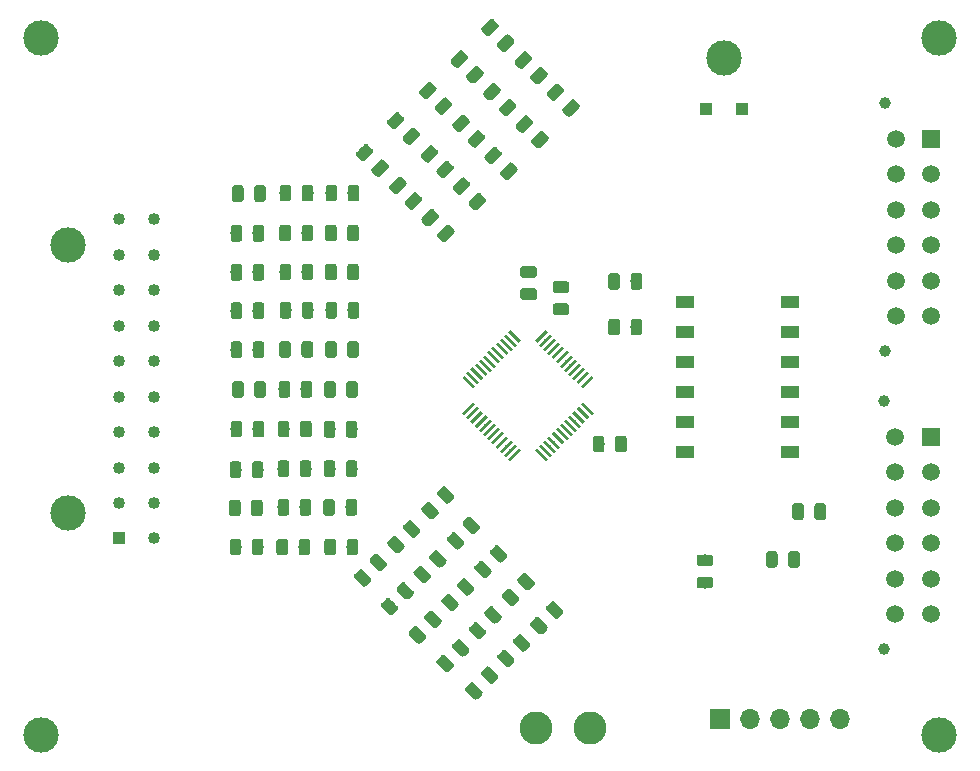
<source format=gbr>
%TF.GenerationSoftware,KiCad,Pcbnew,(5.0.0)*%
%TF.CreationDate,2019-02-02T21:11:36-06:00*%
%TF.ProjectId,BPSTemperature,42505354656D70657261747572652E6B,rev?*%
%TF.SameCoordinates,Original*%
%TF.FileFunction,Soldermask,Top*%
%TF.FilePolarity,Negative*%
%FSLAX46Y46*%
G04 Gerber Fmt 4.6, Leading zero omitted, Abs format (unit mm)*
G04 Created by KiCad (PCBNEW (5.0.0)) date 02/02/19 21:11:36*
%MOMM*%
%LPD*%
G01*
G04 APERTURE LIST*
%ADD10C,2.800000*%
%ADD11C,3.000000*%
%ADD12R,1.020000X1.020000*%
%ADD13C,1.020000*%
%ADD14C,0.100000*%
%ADD15C,0.975000*%
%ADD16R,1.700000X1.700000*%
%ADD17O,1.700000X1.700000*%
%ADD18C,1.500000*%
%ADD19R,1.500000X1.500000*%
%ADD20C,1.000000*%
%ADD21R,1.500000X1.100000*%
%ADD22C,0.250000*%
%ADD23R,1.000000X1.000000*%
G04 APERTURE END LIST*
D10*
X102468001Y-131374501D03*
X97917000Y-131374501D03*
D11*
X58273000Y-113206500D03*
X58273000Y-90506500D03*
D12*
X62593000Y-115366500D03*
D13*
X62593000Y-88346500D03*
X62593000Y-112366500D03*
X62593000Y-109366500D03*
X62593000Y-106366500D03*
X62593000Y-103366500D03*
X62593000Y-100366500D03*
X62593000Y-97366500D03*
X62593000Y-94366500D03*
X62593000Y-91366500D03*
X65593000Y-91366500D03*
X65593000Y-97366500D03*
X65593000Y-94366500D03*
X65593000Y-100366500D03*
X65593000Y-88346500D03*
X65593000Y-106366500D03*
X65593000Y-103366500D03*
X65593000Y-109366500D03*
X65593000Y-112366500D03*
X65593000Y-115366500D03*
D14*
G36*
X99725890Y-76847932D02*
X99749551Y-76851442D01*
X99772755Y-76857254D01*
X99795277Y-76865312D01*
X99816901Y-76875540D01*
X99837418Y-76887837D01*
X99856631Y-76902087D01*
X99874355Y-76918151D01*
X100219070Y-77262866D01*
X100235134Y-77280590D01*
X100249384Y-77299803D01*
X100261681Y-77320320D01*
X100271909Y-77341944D01*
X100279967Y-77364466D01*
X100285779Y-77387670D01*
X100289289Y-77411331D01*
X100290463Y-77435223D01*
X100289289Y-77459115D01*
X100285779Y-77482776D01*
X100279967Y-77505980D01*
X100271909Y-77528502D01*
X100261681Y-77550126D01*
X100249384Y-77570643D01*
X100235134Y-77589856D01*
X100219070Y-77607580D01*
X99573835Y-78252815D01*
X99556111Y-78268879D01*
X99536898Y-78283129D01*
X99516381Y-78295426D01*
X99494757Y-78305654D01*
X99472235Y-78313712D01*
X99449031Y-78319524D01*
X99425370Y-78323034D01*
X99401478Y-78324208D01*
X99377586Y-78323034D01*
X99353925Y-78319524D01*
X99330721Y-78313712D01*
X99308199Y-78305654D01*
X99286575Y-78295426D01*
X99266058Y-78283129D01*
X99246845Y-78268879D01*
X99229121Y-78252815D01*
X98884406Y-77908100D01*
X98868342Y-77890376D01*
X98854092Y-77871163D01*
X98841795Y-77850646D01*
X98831567Y-77829022D01*
X98823509Y-77806500D01*
X98817697Y-77783296D01*
X98814187Y-77759635D01*
X98813013Y-77735743D01*
X98814187Y-77711851D01*
X98817697Y-77688190D01*
X98823509Y-77664986D01*
X98831567Y-77642464D01*
X98841795Y-77620840D01*
X98854092Y-77600323D01*
X98868342Y-77581110D01*
X98884406Y-77563386D01*
X99529641Y-76918151D01*
X99547365Y-76902087D01*
X99566578Y-76887837D01*
X99587095Y-76875540D01*
X99608719Y-76865312D01*
X99631241Y-76857254D01*
X99654445Y-76851442D01*
X99678106Y-76847932D01*
X99701998Y-76846758D01*
X99725890Y-76847932D01*
X99725890Y-76847932D01*
G37*
D15*
X99551738Y-77585483D03*
D14*
G36*
X101051716Y-78173758D02*
X101075377Y-78177268D01*
X101098581Y-78183080D01*
X101121103Y-78191138D01*
X101142727Y-78201366D01*
X101163244Y-78213663D01*
X101182457Y-78227913D01*
X101200181Y-78243977D01*
X101544896Y-78588692D01*
X101560960Y-78606416D01*
X101575210Y-78625629D01*
X101587507Y-78646146D01*
X101597735Y-78667770D01*
X101605793Y-78690292D01*
X101611605Y-78713496D01*
X101615115Y-78737157D01*
X101616289Y-78761049D01*
X101615115Y-78784941D01*
X101611605Y-78808602D01*
X101605793Y-78831806D01*
X101597735Y-78854328D01*
X101587507Y-78875952D01*
X101575210Y-78896469D01*
X101560960Y-78915682D01*
X101544896Y-78933406D01*
X100899661Y-79578641D01*
X100881937Y-79594705D01*
X100862724Y-79608955D01*
X100842207Y-79621252D01*
X100820583Y-79631480D01*
X100798061Y-79639538D01*
X100774857Y-79645350D01*
X100751196Y-79648860D01*
X100727304Y-79650034D01*
X100703412Y-79648860D01*
X100679751Y-79645350D01*
X100656547Y-79639538D01*
X100634025Y-79631480D01*
X100612401Y-79621252D01*
X100591884Y-79608955D01*
X100572671Y-79594705D01*
X100554947Y-79578641D01*
X100210232Y-79233926D01*
X100194168Y-79216202D01*
X100179918Y-79196989D01*
X100167621Y-79176472D01*
X100157393Y-79154848D01*
X100149335Y-79132326D01*
X100143523Y-79109122D01*
X100140013Y-79085461D01*
X100138839Y-79061569D01*
X100140013Y-79037677D01*
X100143523Y-79014016D01*
X100149335Y-78990812D01*
X100157393Y-78968290D01*
X100167621Y-78946666D01*
X100179918Y-78926149D01*
X100194168Y-78906936D01*
X100210232Y-78889212D01*
X100855467Y-78243977D01*
X100873191Y-78227913D01*
X100892404Y-78213663D01*
X100912921Y-78201366D01*
X100934545Y-78191138D01*
X100957067Y-78183080D01*
X100980271Y-78177268D01*
X101003932Y-78173758D01*
X101027824Y-78172584D01*
X101051716Y-78173758D01*
X101051716Y-78173758D01*
G37*
D15*
X100877564Y-78911309D03*
D14*
G36*
X98410647Y-80862271D02*
X98434308Y-80865781D01*
X98457512Y-80871593D01*
X98480034Y-80879651D01*
X98501658Y-80889879D01*
X98522175Y-80902176D01*
X98541388Y-80916426D01*
X98559112Y-80932490D01*
X98903827Y-81277205D01*
X98919891Y-81294929D01*
X98934141Y-81314142D01*
X98946438Y-81334659D01*
X98956666Y-81356283D01*
X98964724Y-81378805D01*
X98970536Y-81402009D01*
X98974046Y-81425670D01*
X98975220Y-81449562D01*
X98974046Y-81473454D01*
X98970536Y-81497115D01*
X98964724Y-81520319D01*
X98956666Y-81542841D01*
X98946438Y-81564465D01*
X98934141Y-81584982D01*
X98919891Y-81604195D01*
X98903827Y-81621919D01*
X98258592Y-82267154D01*
X98240868Y-82283218D01*
X98221655Y-82297468D01*
X98201138Y-82309765D01*
X98179514Y-82319993D01*
X98156992Y-82328051D01*
X98133788Y-82333863D01*
X98110127Y-82337373D01*
X98086235Y-82338547D01*
X98062343Y-82337373D01*
X98038682Y-82333863D01*
X98015478Y-82328051D01*
X97992956Y-82319993D01*
X97971332Y-82309765D01*
X97950815Y-82297468D01*
X97931602Y-82283218D01*
X97913878Y-82267154D01*
X97569163Y-81922439D01*
X97553099Y-81904715D01*
X97538849Y-81885502D01*
X97526552Y-81864985D01*
X97516324Y-81843361D01*
X97508266Y-81820839D01*
X97502454Y-81797635D01*
X97498944Y-81773974D01*
X97497770Y-81750082D01*
X97498944Y-81726190D01*
X97502454Y-81702529D01*
X97508266Y-81679325D01*
X97516324Y-81656803D01*
X97526552Y-81635179D01*
X97538849Y-81614662D01*
X97553099Y-81595449D01*
X97569163Y-81577725D01*
X98214398Y-80932490D01*
X98232122Y-80916426D01*
X98251335Y-80902176D01*
X98271852Y-80889879D01*
X98293476Y-80879651D01*
X98315998Y-80871593D01*
X98339202Y-80865781D01*
X98362863Y-80862271D01*
X98386755Y-80861097D01*
X98410647Y-80862271D01*
X98410647Y-80862271D01*
G37*
D15*
X98236495Y-81599822D03*
D14*
G36*
X97084821Y-79536445D02*
X97108482Y-79539955D01*
X97131686Y-79545767D01*
X97154208Y-79553825D01*
X97175832Y-79564053D01*
X97196349Y-79576350D01*
X97215562Y-79590600D01*
X97233286Y-79606664D01*
X97578001Y-79951379D01*
X97594065Y-79969103D01*
X97608315Y-79988316D01*
X97620612Y-80008833D01*
X97630840Y-80030457D01*
X97638898Y-80052979D01*
X97644710Y-80076183D01*
X97648220Y-80099844D01*
X97649394Y-80123736D01*
X97648220Y-80147628D01*
X97644710Y-80171289D01*
X97638898Y-80194493D01*
X97630840Y-80217015D01*
X97620612Y-80238639D01*
X97608315Y-80259156D01*
X97594065Y-80278369D01*
X97578001Y-80296093D01*
X96932766Y-80941328D01*
X96915042Y-80957392D01*
X96895829Y-80971642D01*
X96875312Y-80983939D01*
X96853688Y-80994167D01*
X96831166Y-81002225D01*
X96807962Y-81008037D01*
X96784301Y-81011547D01*
X96760409Y-81012721D01*
X96736517Y-81011547D01*
X96712856Y-81008037D01*
X96689652Y-81002225D01*
X96667130Y-80994167D01*
X96645506Y-80983939D01*
X96624989Y-80971642D01*
X96605776Y-80957392D01*
X96588052Y-80941328D01*
X96243337Y-80596613D01*
X96227273Y-80578889D01*
X96213023Y-80559676D01*
X96200726Y-80539159D01*
X96190498Y-80517535D01*
X96182440Y-80495013D01*
X96176628Y-80471809D01*
X96173118Y-80448148D01*
X96171944Y-80424256D01*
X96173118Y-80400364D01*
X96176628Y-80376703D01*
X96182440Y-80353499D01*
X96190498Y-80330977D01*
X96200726Y-80309353D01*
X96213023Y-80288836D01*
X96227273Y-80269623D01*
X96243337Y-80251899D01*
X96888572Y-79606664D01*
X96906296Y-79590600D01*
X96925509Y-79576350D01*
X96946026Y-79564053D01*
X96967650Y-79553825D01*
X96990172Y-79545767D01*
X97013376Y-79539955D01*
X97037037Y-79536445D01*
X97060929Y-79535271D01*
X97084821Y-79536445D01*
X97084821Y-79536445D01*
G37*
D15*
X96910669Y-80273996D03*
D14*
G36*
X94451880Y-82207926D02*
X94475541Y-82211436D01*
X94498745Y-82217248D01*
X94521267Y-82225306D01*
X94542891Y-82235534D01*
X94563408Y-82247831D01*
X94582621Y-82262081D01*
X94600345Y-82278145D01*
X94945060Y-82622860D01*
X94961124Y-82640584D01*
X94975374Y-82659797D01*
X94987671Y-82680314D01*
X94997899Y-82701938D01*
X95005957Y-82724460D01*
X95011769Y-82747664D01*
X95015279Y-82771325D01*
X95016453Y-82795217D01*
X95015279Y-82819109D01*
X95011769Y-82842770D01*
X95005957Y-82865974D01*
X94997899Y-82888496D01*
X94987671Y-82910120D01*
X94975374Y-82930637D01*
X94961124Y-82949850D01*
X94945060Y-82967574D01*
X94299825Y-83612809D01*
X94282101Y-83628873D01*
X94262888Y-83643123D01*
X94242371Y-83655420D01*
X94220747Y-83665648D01*
X94198225Y-83673706D01*
X94175021Y-83679518D01*
X94151360Y-83683028D01*
X94127468Y-83684202D01*
X94103576Y-83683028D01*
X94079915Y-83679518D01*
X94056711Y-83673706D01*
X94034189Y-83665648D01*
X94012565Y-83655420D01*
X93992048Y-83643123D01*
X93972835Y-83628873D01*
X93955111Y-83612809D01*
X93610396Y-83268094D01*
X93594332Y-83250370D01*
X93580082Y-83231157D01*
X93567785Y-83210640D01*
X93557557Y-83189016D01*
X93549499Y-83166494D01*
X93543687Y-83143290D01*
X93540177Y-83119629D01*
X93539003Y-83095737D01*
X93540177Y-83071845D01*
X93543687Y-83048184D01*
X93549499Y-83024980D01*
X93557557Y-83002458D01*
X93567785Y-82980834D01*
X93580082Y-82960317D01*
X93594332Y-82941104D01*
X93610396Y-82923380D01*
X94255631Y-82278145D01*
X94273355Y-82262081D01*
X94292568Y-82247831D01*
X94313085Y-82235534D01*
X94334709Y-82225306D01*
X94357231Y-82217248D01*
X94380435Y-82211436D01*
X94404096Y-82207926D01*
X94427988Y-82206752D01*
X94451880Y-82207926D01*
X94451880Y-82207926D01*
G37*
D15*
X94277728Y-82945477D03*
D14*
G36*
X95777706Y-83533752D02*
X95801367Y-83537262D01*
X95824571Y-83543074D01*
X95847093Y-83551132D01*
X95868717Y-83561360D01*
X95889234Y-83573657D01*
X95908447Y-83587907D01*
X95926171Y-83603971D01*
X96270886Y-83948686D01*
X96286950Y-83966410D01*
X96301200Y-83985623D01*
X96313497Y-84006140D01*
X96323725Y-84027764D01*
X96331783Y-84050286D01*
X96337595Y-84073490D01*
X96341105Y-84097151D01*
X96342279Y-84121043D01*
X96341105Y-84144935D01*
X96337595Y-84168596D01*
X96331783Y-84191800D01*
X96323725Y-84214322D01*
X96313497Y-84235946D01*
X96301200Y-84256463D01*
X96286950Y-84275676D01*
X96270886Y-84293400D01*
X95625651Y-84938635D01*
X95607927Y-84954699D01*
X95588714Y-84968949D01*
X95568197Y-84981246D01*
X95546573Y-84991474D01*
X95524051Y-84999532D01*
X95500847Y-85005344D01*
X95477186Y-85008854D01*
X95453294Y-85010028D01*
X95429402Y-85008854D01*
X95405741Y-85005344D01*
X95382537Y-84999532D01*
X95360015Y-84991474D01*
X95338391Y-84981246D01*
X95317874Y-84968949D01*
X95298661Y-84954699D01*
X95280937Y-84938635D01*
X94936222Y-84593920D01*
X94920158Y-84576196D01*
X94905908Y-84556983D01*
X94893611Y-84536466D01*
X94883383Y-84514842D01*
X94875325Y-84492320D01*
X94869513Y-84469116D01*
X94866003Y-84445455D01*
X94864829Y-84421563D01*
X94866003Y-84397671D01*
X94869513Y-84374010D01*
X94875325Y-84350806D01*
X94883383Y-84328284D01*
X94893611Y-84306660D01*
X94905908Y-84286143D01*
X94920158Y-84266930D01*
X94936222Y-84249206D01*
X95581457Y-83603971D01*
X95599181Y-83587907D01*
X95618394Y-83573657D01*
X95638911Y-83561360D01*
X95660535Y-83551132D01*
X95683057Y-83543074D01*
X95706261Y-83537262D01*
X95729922Y-83533752D01*
X95753814Y-83532578D01*
X95777706Y-83533752D01*
X95777706Y-83533752D01*
G37*
D15*
X95603554Y-84271303D03*
D14*
G36*
X93105775Y-86115275D02*
X93129436Y-86118785D01*
X93152640Y-86124597D01*
X93175162Y-86132655D01*
X93196786Y-86142883D01*
X93217303Y-86155180D01*
X93236516Y-86169430D01*
X93254240Y-86185494D01*
X93598955Y-86530209D01*
X93615019Y-86547933D01*
X93629269Y-86567146D01*
X93641566Y-86587663D01*
X93651794Y-86609287D01*
X93659852Y-86631809D01*
X93665664Y-86655013D01*
X93669174Y-86678674D01*
X93670348Y-86702566D01*
X93669174Y-86726458D01*
X93665664Y-86750119D01*
X93659852Y-86773323D01*
X93651794Y-86795845D01*
X93641566Y-86817469D01*
X93629269Y-86837986D01*
X93615019Y-86857199D01*
X93598955Y-86874923D01*
X92953720Y-87520158D01*
X92935996Y-87536222D01*
X92916783Y-87550472D01*
X92896266Y-87562769D01*
X92874642Y-87572997D01*
X92852120Y-87581055D01*
X92828916Y-87586867D01*
X92805255Y-87590377D01*
X92781363Y-87591551D01*
X92757471Y-87590377D01*
X92733810Y-87586867D01*
X92710606Y-87581055D01*
X92688084Y-87572997D01*
X92666460Y-87562769D01*
X92645943Y-87550472D01*
X92626730Y-87536222D01*
X92609006Y-87520158D01*
X92264291Y-87175443D01*
X92248227Y-87157719D01*
X92233977Y-87138506D01*
X92221680Y-87117989D01*
X92211452Y-87096365D01*
X92203394Y-87073843D01*
X92197582Y-87050639D01*
X92194072Y-87026978D01*
X92192898Y-87003086D01*
X92194072Y-86979194D01*
X92197582Y-86955533D01*
X92203394Y-86932329D01*
X92211452Y-86909807D01*
X92221680Y-86888183D01*
X92233977Y-86867666D01*
X92248227Y-86848453D01*
X92264291Y-86830729D01*
X92909526Y-86185494D01*
X92927250Y-86169430D01*
X92946463Y-86155180D01*
X92966980Y-86142883D01*
X92988604Y-86132655D01*
X93011126Y-86124597D01*
X93034330Y-86118785D01*
X93057991Y-86115275D01*
X93081883Y-86114101D01*
X93105775Y-86115275D01*
X93105775Y-86115275D01*
G37*
D15*
X92931623Y-86852826D03*
D14*
G36*
X91779949Y-84789449D02*
X91803610Y-84792959D01*
X91826814Y-84798771D01*
X91849336Y-84806829D01*
X91870960Y-84817057D01*
X91891477Y-84829354D01*
X91910690Y-84843604D01*
X91928414Y-84859668D01*
X92273129Y-85204383D01*
X92289193Y-85222107D01*
X92303443Y-85241320D01*
X92315740Y-85261837D01*
X92325968Y-85283461D01*
X92334026Y-85305983D01*
X92339838Y-85329187D01*
X92343348Y-85352848D01*
X92344522Y-85376740D01*
X92343348Y-85400632D01*
X92339838Y-85424293D01*
X92334026Y-85447497D01*
X92325968Y-85470019D01*
X92315740Y-85491643D01*
X92303443Y-85512160D01*
X92289193Y-85531373D01*
X92273129Y-85549097D01*
X91627894Y-86194332D01*
X91610170Y-86210396D01*
X91590957Y-86224646D01*
X91570440Y-86236943D01*
X91548816Y-86247171D01*
X91526294Y-86255229D01*
X91503090Y-86261041D01*
X91479429Y-86264551D01*
X91455537Y-86265725D01*
X91431645Y-86264551D01*
X91407984Y-86261041D01*
X91384780Y-86255229D01*
X91362258Y-86247171D01*
X91340634Y-86236943D01*
X91320117Y-86224646D01*
X91300904Y-86210396D01*
X91283180Y-86194332D01*
X90938465Y-85849617D01*
X90922401Y-85831893D01*
X90908151Y-85812680D01*
X90895854Y-85792163D01*
X90885626Y-85770539D01*
X90877568Y-85748017D01*
X90871756Y-85724813D01*
X90868246Y-85701152D01*
X90867072Y-85677260D01*
X90868246Y-85653368D01*
X90871756Y-85629707D01*
X90877568Y-85606503D01*
X90885626Y-85583981D01*
X90895854Y-85562357D01*
X90908151Y-85541840D01*
X90922401Y-85522627D01*
X90938465Y-85504903D01*
X91583700Y-84859668D01*
X91601424Y-84843604D01*
X91620637Y-84829354D01*
X91641154Y-84817057D01*
X91662778Y-84806829D01*
X91685300Y-84798771D01*
X91708504Y-84792959D01*
X91732165Y-84789449D01*
X91756057Y-84788275D01*
X91779949Y-84789449D01*
X91779949Y-84789449D01*
G37*
D15*
X91605797Y-85527000D03*
D14*
G36*
X89119630Y-87472176D02*
X89143291Y-87475686D01*
X89166495Y-87481498D01*
X89189017Y-87489556D01*
X89210641Y-87499784D01*
X89231158Y-87512081D01*
X89250371Y-87526331D01*
X89268095Y-87542395D01*
X89612810Y-87887110D01*
X89628874Y-87904834D01*
X89643124Y-87924047D01*
X89655421Y-87944564D01*
X89665649Y-87966188D01*
X89673707Y-87988710D01*
X89679519Y-88011914D01*
X89683029Y-88035575D01*
X89684203Y-88059467D01*
X89683029Y-88083359D01*
X89679519Y-88107020D01*
X89673707Y-88130224D01*
X89665649Y-88152746D01*
X89655421Y-88174370D01*
X89643124Y-88194887D01*
X89628874Y-88214100D01*
X89612810Y-88231824D01*
X88967575Y-88877059D01*
X88949851Y-88893123D01*
X88930638Y-88907373D01*
X88910121Y-88919670D01*
X88888497Y-88929898D01*
X88865975Y-88937956D01*
X88842771Y-88943768D01*
X88819110Y-88947278D01*
X88795218Y-88948452D01*
X88771326Y-88947278D01*
X88747665Y-88943768D01*
X88724461Y-88937956D01*
X88701939Y-88929898D01*
X88680315Y-88919670D01*
X88659798Y-88907373D01*
X88640585Y-88893123D01*
X88622861Y-88877059D01*
X88278146Y-88532344D01*
X88262082Y-88514620D01*
X88247832Y-88495407D01*
X88235535Y-88474890D01*
X88225307Y-88453266D01*
X88217249Y-88430744D01*
X88211437Y-88407540D01*
X88207927Y-88383879D01*
X88206753Y-88359987D01*
X88207927Y-88336095D01*
X88211437Y-88312434D01*
X88217249Y-88289230D01*
X88225307Y-88266708D01*
X88235535Y-88245084D01*
X88247832Y-88224567D01*
X88262082Y-88205354D01*
X88278146Y-88187630D01*
X88923381Y-87542395D01*
X88941105Y-87526331D01*
X88960318Y-87512081D01*
X88980835Y-87499784D01*
X89002459Y-87489556D01*
X89024981Y-87481498D01*
X89048185Y-87475686D01*
X89071846Y-87472176D01*
X89095738Y-87471002D01*
X89119630Y-87472176D01*
X89119630Y-87472176D01*
G37*
D15*
X88945478Y-88209727D03*
D14*
G36*
X90445456Y-88798002D02*
X90469117Y-88801512D01*
X90492321Y-88807324D01*
X90514843Y-88815382D01*
X90536467Y-88825610D01*
X90556984Y-88837907D01*
X90576197Y-88852157D01*
X90593921Y-88868221D01*
X90938636Y-89212936D01*
X90954700Y-89230660D01*
X90968950Y-89249873D01*
X90981247Y-89270390D01*
X90991475Y-89292014D01*
X90999533Y-89314536D01*
X91005345Y-89337740D01*
X91008855Y-89361401D01*
X91010029Y-89385293D01*
X91008855Y-89409185D01*
X91005345Y-89432846D01*
X90999533Y-89456050D01*
X90991475Y-89478572D01*
X90981247Y-89500196D01*
X90968950Y-89520713D01*
X90954700Y-89539926D01*
X90938636Y-89557650D01*
X90293401Y-90202885D01*
X90275677Y-90218949D01*
X90256464Y-90233199D01*
X90235947Y-90245496D01*
X90214323Y-90255724D01*
X90191801Y-90263782D01*
X90168597Y-90269594D01*
X90144936Y-90273104D01*
X90121044Y-90274278D01*
X90097152Y-90273104D01*
X90073491Y-90269594D01*
X90050287Y-90263782D01*
X90027765Y-90255724D01*
X90006141Y-90245496D01*
X89985624Y-90233199D01*
X89966411Y-90218949D01*
X89948687Y-90202885D01*
X89603972Y-89858170D01*
X89587908Y-89840446D01*
X89573658Y-89821233D01*
X89561361Y-89800716D01*
X89551133Y-89779092D01*
X89543075Y-89756570D01*
X89537263Y-89733366D01*
X89533753Y-89709705D01*
X89532579Y-89685813D01*
X89533753Y-89661921D01*
X89537263Y-89638260D01*
X89543075Y-89615056D01*
X89551133Y-89592534D01*
X89561361Y-89570910D01*
X89573658Y-89550393D01*
X89587908Y-89531180D01*
X89603972Y-89513456D01*
X90249207Y-88868221D01*
X90266931Y-88852157D01*
X90286144Y-88837907D01*
X90306661Y-88825610D01*
X90328285Y-88815382D01*
X90350807Y-88807324D01*
X90374011Y-88801512D01*
X90397672Y-88798002D01*
X90421564Y-88796828D01*
X90445456Y-88798002D01*
X90445456Y-88798002D01*
G37*
D15*
X90271304Y-89535553D03*
D14*
G36*
X82717705Y-85429089D02*
X82741366Y-85432599D01*
X82764570Y-85438411D01*
X82787092Y-85446469D01*
X82808716Y-85456697D01*
X82829233Y-85468994D01*
X82848446Y-85483244D01*
X82866170Y-85499308D01*
X82882234Y-85517032D01*
X82896484Y-85536245D01*
X82908781Y-85556762D01*
X82919009Y-85578386D01*
X82927067Y-85600908D01*
X82932879Y-85624112D01*
X82936389Y-85647773D01*
X82937563Y-85671665D01*
X82937563Y-86584165D01*
X82936389Y-86608057D01*
X82932879Y-86631718D01*
X82927067Y-86654922D01*
X82919009Y-86677444D01*
X82908781Y-86699068D01*
X82896484Y-86719585D01*
X82882234Y-86738798D01*
X82866170Y-86756522D01*
X82848446Y-86772586D01*
X82829233Y-86786836D01*
X82808716Y-86799133D01*
X82787092Y-86809361D01*
X82764570Y-86817419D01*
X82741366Y-86823231D01*
X82717705Y-86826741D01*
X82693813Y-86827915D01*
X82206313Y-86827915D01*
X82182421Y-86826741D01*
X82158760Y-86823231D01*
X82135556Y-86817419D01*
X82113034Y-86809361D01*
X82091410Y-86799133D01*
X82070893Y-86786836D01*
X82051680Y-86772586D01*
X82033956Y-86756522D01*
X82017892Y-86738798D01*
X82003642Y-86719585D01*
X81991345Y-86699068D01*
X81981117Y-86677444D01*
X81973059Y-86654922D01*
X81967247Y-86631718D01*
X81963737Y-86608057D01*
X81962563Y-86584165D01*
X81962563Y-85671665D01*
X81963737Y-85647773D01*
X81967247Y-85624112D01*
X81973059Y-85600908D01*
X81981117Y-85578386D01*
X81991345Y-85556762D01*
X82003642Y-85536245D01*
X82017892Y-85517032D01*
X82033956Y-85499308D01*
X82051680Y-85483244D01*
X82070893Y-85468994D01*
X82091410Y-85456697D01*
X82113034Y-85446469D01*
X82135556Y-85438411D01*
X82158760Y-85432599D01*
X82182421Y-85429089D01*
X82206313Y-85427915D01*
X82693813Y-85427915D01*
X82717705Y-85429089D01*
X82717705Y-85429089D01*
G37*
D15*
X82450063Y-86127915D03*
D14*
G36*
X80842705Y-85429089D02*
X80866366Y-85432599D01*
X80889570Y-85438411D01*
X80912092Y-85446469D01*
X80933716Y-85456697D01*
X80954233Y-85468994D01*
X80973446Y-85483244D01*
X80991170Y-85499308D01*
X81007234Y-85517032D01*
X81021484Y-85536245D01*
X81033781Y-85556762D01*
X81044009Y-85578386D01*
X81052067Y-85600908D01*
X81057879Y-85624112D01*
X81061389Y-85647773D01*
X81062563Y-85671665D01*
X81062563Y-86584165D01*
X81061389Y-86608057D01*
X81057879Y-86631718D01*
X81052067Y-86654922D01*
X81044009Y-86677444D01*
X81033781Y-86699068D01*
X81021484Y-86719585D01*
X81007234Y-86738798D01*
X80991170Y-86756522D01*
X80973446Y-86772586D01*
X80954233Y-86786836D01*
X80933716Y-86799133D01*
X80912092Y-86809361D01*
X80889570Y-86817419D01*
X80866366Y-86823231D01*
X80842705Y-86826741D01*
X80818813Y-86827915D01*
X80331313Y-86827915D01*
X80307421Y-86826741D01*
X80283760Y-86823231D01*
X80260556Y-86817419D01*
X80238034Y-86809361D01*
X80216410Y-86799133D01*
X80195893Y-86786836D01*
X80176680Y-86772586D01*
X80158956Y-86756522D01*
X80142892Y-86738798D01*
X80128642Y-86719585D01*
X80116345Y-86699068D01*
X80106117Y-86677444D01*
X80098059Y-86654922D01*
X80092247Y-86631718D01*
X80088737Y-86608057D01*
X80087563Y-86584165D01*
X80087563Y-85671665D01*
X80088737Y-85647773D01*
X80092247Y-85624112D01*
X80098059Y-85600908D01*
X80106117Y-85578386D01*
X80116345Y-85556762D01*
X80128642Y-85536245D01*
X80142892Y-85517032D01*
X80158956Y-85499308D01*
X80176680Y-85483244D01*
X80195893Y-85468994D01*
X80216410Y-85456697D01*
X80238034Y-85446469D01*
X80260556Y-85438411D01*
X80283760Y-85432599D01*
X80307421Y-85429089D01*
X80331313Y-85427915D01*
X80818813Y-85427915D01*
X80842705Y-85429089D01*
X80842705Y-85429089D01*
G37*
D15*
X80575063Y-86127915D03*
D14*
G36*
X80805440Y-88813305D02*
X80829101Y-88816815D01*
X80852305Y-88822627D01*
X80874827Y-88830685D01*
X80896451Y-88840913D01*
X80916968Y-88853210D01*
X80936181Y-88867460D01*
X80953905Y-88883524D01*
X80969969Y-88901248D01*
X80984219Y-88920461D01*
X80996516Y-88940978D01*
X81006744Y-88962602D01*
X81014802Y-88985124D01*
X81020614Y-89008328D01*
X81024124Y-89031989D01*
X81025298Y-89055881D01*
X81025298Y-89968381D01*
X81024124Y-89992273D01*
X81020614Y-90015934D01*
X81014802Y-90039138D01*
X81006744Y-90061660D01*
X80996516Y-90083284D01*
X80984219Y-90103801D01*
X80969969Y-90123014D01*
X80953905Y-90140738D01*
X80936181Y-90156802D01*
X80916968Y-90171052D01*
X80896451Y-90183349D01*
X80874827Y-90193577D01*
X80852305Y-90201635D01*
X80829101Y-90207447D01*
X80805440Y-90210957D01*
X80781548Y-90212131D01*
X80294048Y-90212131D01*
X80270156Y-90210957D01*
X80246495Y-90207447D01*
X80223291Y-90201635D01*
X80200769Y-90193577D01*
X80179145Y-90183349D01*
X80158628Y-90171052D01*
X80139415Y-90156802D01*
X80121691Y-90140738D01*
X80105627Y-90123014D01*
X80091377Y-90103801D01*
X80079080Y-90083284D01*
X80068852Y-90061660D01*
X80060794Y-90039138D01*
X80054982Y-90015934D01*
X80051472Y-89992273D01*
X80050298Y-89968381D01*
X80050298Y-89055881D01*
X80051472Y-89031989D01*
X80054982Y-89008328D01*
X80060794Y-88985124D01*
X80068852Y-88962602D01*
X80079080Y-88940978D01*
X80091377Y-88920461D01*
X80105627Y-88901248D01*
X80121691Y-88883524D01*
X80139415Y-88867460D01*
X80158628Y-88853210D01*
X80179145Y-88840913D01*
X80200769Y-88830685D01*
X80223291Y-88822627D01*
X80246495Y-88816815D01*
X80270156Y-88813305D01*
X80294048Y-88812131D01*
X80781548Y-88812131D01*
X80805440Y-88813305D01*
X80805440Y-88813305D01*
G37*
D15*
X80537798Y-89512131D03*
D14*
G36*
X82680440Y-88813305D02*
X82704101Y-88816815D01*
X82727305Y-88822627D01*
X82749827Y-88830685D01*
X82771451Y-88840913D01*
X82791968Y-88853210D01*
X82811181Y-88867460D01*
X82828905Y-88883524D01*
X82844969Y-88901248D01*
X82859219Y-88920461D01*
X82871516Y-88940978D01*
X82881744Y-88962602D01*
X82889802Y-88985124D01*
X82895614Y-89008328D01*
X82899124Y-89031989D01*
X82900298Y-89055881D01*
X82900298Y-89968381D01*
X82899124Y-89992273D01*
X82895614Y-90015934D01*
X82889802Y-90039138D01*
X82881744Y-90061660D01*
X82871516Y-90083284D01*
X82859219Y-90103801D01*
X82844969Y-90123014D01*
X82828905Y-90140738D01*
X82811181Y-90156802D01*
X82791968Y-90171052D01*
X82771451Y-90183349D01*
X82749827Y-90193577D01*
X82727305Y-90201635D01*
X82704101Y-90207447D01*
X82680440Y-90210957D01*
X82656548Y-90212131D01*
X82169048Y-90212131D01*
X82145156Y-90210957D01*
X82121495Y-90207447D01*
X82098291Y-90201635D01*
X82075769Y-90193577D01*
X82054145Y-90183349D01*
X82033628Y-90171052D01*
X82014415Y-90156802D01*
X81996691Y-90140738D01*
X81980627Y-90123014D01*
X81966377Y-90103801D01*
X81954080Y-90083284D01*
X81943852Y-90061660D01*
X81935794Y-90039138D01*
X81929982Y-90015934D01*
X81926472Y-89992273D01*
X81925298Y-89968381D01*
X81925298Y-89055881D01*
X81926472Y-89031989D01*
X81929982Y-89008328D01*
X81935794Y-88985124D01*
X81943852Y-88962602D01*
X81954080Y-88940978D01*
X81966377Y-88920461D01*
X81980627Y-88901248D01*
X81996691Y-88883524D01*
X82014415Y-88867460D01*
X82033628Y-88853210D01*
X82054145Y-88840913D01*
X82075769Y-88830685D01*
X82098291Y-88822627D01*
X82121495Y-88816815D01*
X82145156Y-88813305D01*
X82169048Y-88812131D01*
X82656548Y-88812131D01*
X82680440Y-88813305D01*
X82680440Y-88813305D01*
G37*
D15*
X82412798Y-89512131D03*
D14*
G36*
X82682445Y-92111119D02*
X82706106Y-92114629D01*
X82729310Y-92120441D01*
X82751832Y-92128499D01*
X82773456Y-92138727D01*
X82793973Y-92151024D01*
X82813186Y-92165274D01*
X82830910Y-92181338D01*
X82846974Y-92199062D01*
X82861224Y-92218275D01*
X82873521Y-92238792D01*
X82883749Y-92260416D01*
X82891807Y-92282938D01*
X82897619Y-92306142D01*
X82901129Y-92329803D01*
X82902303Y-92353695D01*
X82902303Y-93266195D01*
X82901129Y-93290087D01*
X82897619Y-93313748D01*
X82891807Y-93336952D01*
X82883749Y-93359474D01*
X82873521Y-93381098D01*
X82861224Y-93401615D01*
X82846974Y-93420828D01*
X82830910Y-93438552D01*
X82813186Y-93454616D01*
X82793973Y-93468866D01*
X82773456Y-93481163D01*
X82751832Y-93491391D01*
X82729310Y-93499449D01*
X82706106Y-93505261D01*
X82682445Y-93508771D01*
X82658553Y-93509945D01*
X82171053Y-93509945D01*
X82147161Y-93508771D01*
X82123500Y-93505261D01*
X82100296Y-93499449D01*
X82077774Y-93491391D01*
X82056150Y-93481163D01*
X82035633Y-93468866D01*
X82016420Y-93454616D01*
X81998696Y-93438552D01*
X81982632Y-93420828D01*
X81968382Y-93401615D01*
X81956085Y-93381098D01*
X81945857Y-93359474D01*
X81937799Y-93336952D01*
X81931987Y-93313748D01*
X81928477Y-93290087D01*
X81927303Y-93266195D01*
X81927303Y-92353695D01*
X81928477Y-92329803D01*
X81931987Y-92306142D01*
X81937799Y-92282938D01*
X81945857Y-92260416D01*
X81956085Y-92238792D01*
X81968382Y-92218275D01*
X81982632Y-92199062D01*
X81998696Y-92181338D01*
X82016420Y-92165274D01*
X82035633Y-92151024D01*
X82056150Y-92138727D01*
X82077774Y-92128499D01*
X82100296Y-92120441D01*
X82123500Y-92114629D01*
X82147161Y-92111119D01*
X82171053Y-92109945D01*
X82658553Y-92109945D01*
X82682445Y-92111119D01*
X82682445Y-92111119D01*
G37*
D15*
X82414803Y-92809945D03*
D14*
G36*
X80807445Y-92111119D02*
X80831106Y-92114629D01*
X80854310Y-92120441D01*
X80876832Y-92128499D01*
X80898456Y-92138727D01*
X80918973Y-92151024D01*
X80938186Y-92165274D01*
X80955910Y-92181338D01*
X80971974Y-92199062D01*
X80986224Y-92218275D01*
X80998521Y-92238792D01*
X81008749Y-92260416D01*
X81016807Y-92282938D01*
X81022619Y-92306142D01*
X81026129Y-92329803D01*
X81027303Y-92353695D01*
X81027303Y-93266195D01*
X81026129Y-93290087D01*
X81022619Y-93313748D01*
X81016807Y-93336952D01*
X81008749Y-93359474D01*
X80998521Y-93381098D01*
X80986224Y-93401615D01*
X80971974Y-93420828D01*
X80955910Y-93438552D01*
X80938186Y-93454616D01*
X80918973Y-93468866D01*
X80898456Y-93481163D01*
X80876832Y-93491391D01*
X80854310Y-93499449D01*
X80831106Y-93505261D01*
X80807445Y-93508771D01*
X80783553Y-93509945D01*
X80296053Y-93509945D01*
X80272161Y-93508771D01*
X80248500Y-93505261D01*
X80225296Y-93499449D01*
X80202774Y-93491391D01*
X80181150Y-93481163D01*
X80160633Y-93468866D01*
X80141420Y-93454616D01*
X80123696Y-93438552D01*
X80107632Y-93420828D01*
X80093382Y-93401615D01*
X80081085Y-93381098D01*
X80070857Y-93359474D01*
X80062799Y-93336952D01*
X80056987Y-93313748D01*
X80053477Y-93290087D01*
X80052303Y-93266195D01*
X80052303Y-92353695D01*
X80053477Y-92329803D01*
X80056987Y-92306142D01*
X80062799Y-92282938D01*
X80070857Y-92260416D01*
X80081085Y-92238792D01*
X80093382Y-92218275D01*
X80107632Y-92199062D01*
X80123696Y-92181338D01*
X80141420Y-92165274D01*
X80160633Y-92151024D01*
X80181150Y-92138727D01*
X80202774Y-92128499D01*
X80225296Y-92120441D01*
X80248500Y-92114629D01*
X80272161Y-92111119D01*
X80296053Y-92109945D01*
X80783553Y-92109945D01*
X80807445Y-92111119D01*
X80807445Y-92111119D01*
G37*
D15*
X80539803Y-92809945D03*
D14*
G36*
X80843126Y-95348763D02*
X80866787Y-95352273D01*
X80889991Y-95358085D01*
X80912513Y-95366143D01*
X80934137Y-95376371D01*
X80954654Y-95388668D01*
X80973867Y-95402918D01*
X80991591Y-95418982D01*
X81007655Y-95436706D01*
X81021905Y-95455919D01*
X81034202Y-95476436D01*
X81044430Y-95498060D01*
X81052488Y-95520582D01*
X81058300Y-95543786D01*
X81061810Y-95567447D01*
X81062984Y-95591339D01*
X81062984Y-96503839D01*
X81061810Y-96527731D01*
X81058300Y-96551392D01*
X81052488Y-96574596D01*
X81044430Y-96597118D01*
X81034202Y-96618742D01*
X81021905Y-96639259D01*
X81007655Y-96658472D01*
X80991591Y-96676196D01*
X80973867Y-96692260D01*
X80954654Y-96706510D01*
X80934137Y-96718807D01*
X80912513Y-96729035D01*
X80889991Y-96737093D01*
X80866787Y-96742905D01*
X80843126Y-96746415D01*
X80819234Y-96747589D01*
X80331734Y-96747589D01*
X80307842Y-96746415D01*
X80284181Y-96742905D01*
X80260977Y-96737093D01*
X80238455Y-96729035D01*
X80216831Y-96718807D01*
X80196314Y-96706510D01*
X80177101Y-96692260D01*
X80159377Y-96676196D01*
X80143313Y-96658472D01*
X80129063Y-96639259D01*
X80116766Y-96618742D01*
X80106538Y-96597118D01*
X80098480Y-96574596D01*
X80092668Y-96551392D01*
X80089158Y-96527731D01*
X80087984Y-96503839D01*
X80087984Y-95591339D01*
X80089158Y-95567447D01*
X80092668Y-95543786D01*
X80098480Y-95520582D01*
X80106538Y-95498060D01*
X80116766Y-95476436D01*
X80129063Y-95455919D01*
X80143313Y-95436706D01*
X80159377Y-95418982D01*
X80177101Y-95402918D01*
X80196314Y-95388668D01*
X80216831Y-95376371D01*
X80238455Y-95366143D01*
X80260977Y-95358085D01*
X80284181Y-95352273D01*
X80307842Y-95348763D01*
X80331734Y-95347589D01*
X80819234Y-95347589D01*
X80843126Y-95348763D01*
X80843126Y-95348763D01*
G37*
D15*
X80575484Y-96047589D03*
D14*
G36*
X82718126Y-95348763D02*
X82741787Y-95352273D01*
X82764991Y-95358085D01*
X82787513Y-95366143D01*
X82809137Y-95376371D01*
X82829654Y-95388668D01*
X82848867Y-95402918D01*
X82866591Y-95418982D01*
X82882655Y-95436706D01*
X82896905Y-95455919D01*
X82909202Y-95476436D01*
X82919430Y-95498060D01*
X82927488Y-95520582D01*
X82933300Y-95543786D01*
X82936810Y-95567447D01*
X82937984Y-95591339D01*
X82937984Y-96503839D01*
X82936810Y-96527731D01*
X82933300Y-96551392D01*
X82927488Y-96574596D01*
X82919430Y-96597118D01*
X82909202Y-96618742D01*
X82896905Y-96639259D01*
X82882655Y-96658472D01*
X82866591Y-96676196D01*
X82848867Y-96692260D01*
X82829654Y-96706510D01*
X82809137Y-96718807D01*
X82787513Y-96729035D01*
X82764991Y-96737093D01*
X82741787Y-96742905D01*
X82718126Y-96746415D01*
X82694234Y-96747589D01*
X82206734Y-96747589D01*
X82182842Y-96746415D01*
X82159181Y-96742905D01*
X82135977Y-96737093D01*
X82113455Y-96729035D01*
X82091831Y-96718807D01*
X82071314Y-96706510D01*
X82052101Y-96692260D01*
X82034377Y-96676196D01*
X82018313Y-96658472D01*
X82004063Y-96639259D01*
X81991766Y-96618742D01*
X81981538Y-96597118D01*
X81973480Y-96574596D01*
X81967668Y-96551392D01*
X81964158Y-96527731D01*
X81962984Y-96503839D01*
X81962984Y-95591339D01*
X81964158Y-95567447D01*
X81967668Y-95543786D01*
X81973480Y-95520582D01*
X81981538Y-95498060D01*
X81991766Y-95476436D01*
X82004063Y-95455919D01*
X82018313Y-95436706D01*
X82034377Y-95418982D01*
X82052101Y-95402918D01*
X82071314Y-95388668D01*
X82091831Y-95376371D01*
X82113455Y-95366143D01*
X82135977Y-95358085D01*
X82159181Y-95352273D01*
X82182842Y-95348763D01*
X82206734Y-95347589D01*
X82694234Y-95347589D01*
X82718126Y-95348763D01*
X82718126Y-95348763D01*
G37*
D15*
X82450484Y-96047589D03*
D14*
G36*
X82693034Y-98651598D02*
X82716695Y-98655108D01*
X82739899Y-98660920D01*
X82762421Y-98668978D01*
X82784045Y-98679206D01*
X82804562Y-98691503D01*
X82823775Y-98705753D01*
X82841499Y-98721817D01*
X82857563Y-98739541D01*
X82871813Y-98758754D01*
X82884110Y-98779271D01*
X82894338Y-98800895D01*
X82902396Y-98823417D01*
X82908208Y-98846621D01*
X82911718Y-98870282D01*
X82912892Y-98894174D01*
X82912892Y-99806674D01*
X82911718Y-99830566D01*
X82908208Y-99854227D01*
X82902396Y-99877431D01*
X82894338Y-99899953D01*
X82884110Y-99921577D01*
X82871813Y-99942094D01*
X82857563Y-99961307D01*
X82841499Y-99979031D01*
X82823775Y-99995095D01*
X82804562Y-100009345D01*
X82784045Y-100021642D01*
X82762421Y-100031870D01*
X82739899Y-100039928D01*
X82716695Y-100045740D01*
X82693034Y-100049250D01*
X82669142Y-100050424D01*
X82181642Y-100050424D01*
X82157750Y-100049250D01*
X82134089Y-100045740D01*
X82110885Y-100039928D01*
X82088363Y-100031870D01*
X82066739Y-100021642D01*
X82046222Y-100009345D01*
X82027009Y-99995095D01*
X82009285Y-99979031D01*
X81993221Y-99961307D01*
X81978971Y-99942094D01*
X81966674Y-99921577D01*
X81956446Y-99899953D01*
X81948388Y-99877431D01*
X81942576Y-99854227D01*
X81939066Y-99830566D01*
X81937892Y-99806674D01*
X81937892Y-98894174D01*
X81939066Y-98870282D01*
X81942576Y-98846621D01*
X81948388Y-98823417D01*
X81956446Y-98800895D01*
X81966674Y-98779271D01*
X81978971Y-98758754D01*
X81993221Y-98739541D01*
X82009285Y-98721817D01*
X82027009Y-98705753D01*
X82046222Y-98691503D01*
X82066739Y-98679206D01*
X82088363Y-98668978D01*
X82110885Y-98660920D01*
X82134089Y-98655108D01*
X82157750Y-98651598D01*
X82181642Y-98650424D01*
X82669142Y-98650424D01*
X82693034Y-98651598D01*
X82693034Y-98651598D01*
G37*
D15*
X82425392Y-99350424D03*
D14*
G36*
X80818034Y-98651598D02*
X80841695Y-98655108D01*
X80864899Y-98660920D01*
X80887421Y-98668978D01*
X80909045Y-98679206D01*
X80929562Y-98691503D01*
X80948775Y-98705753D01*
X80966499Y-98721817D01*
X80982563Y-98739541D01*
X80996813Y-98758754D01*
X81009110Y-98779271D01*
X81019338Y-98800895D01*
X81027396Y-98823417D01*
X81033208Y-98846621D01*
X81036718Y-98870282D01*
X81037892Y-98894174D01*
X81037892Y-99806674D01*
X81036718Y-99830566D01*
X81033208Y-99854227D01*
X81027396Y-99877431D01*
X81019338Y-99899953D01*
X81009110Y-99921577D01*
X80996813Y-99942094D01*
X80982563Y-99961307D01*
X80966499Y-99979031D01*
X80948775Y-99995095D01*
X80929562Y-100009345D01*
X80909045Y-100021642D01*
X80887421Y-100031870D01*
X80864899Y-100039928D01*
X80841695Y-100045740D01*
X80818034Y-100049250D01*
X80794142Y-100050424D01*
X80306642Y-100050424D01*
X80282750Y-100049250D01*
X80259089Y-100045740D01*
X80235885Y-100039928D01*
X80213363Y-100031870D01*
X80191739Y-100021642D01*
X80171222Y-100009345D01*
X80152009Y-99995095D01*
X80134285Y-99979031D01*
X80118221Y-99961307D01*
X80103971Y-99942094D01*
X80091674Y-99921577D01*
X80081446Y-99899953D01*
X80073388Y-99877431D01*
X80067576Y-99854227D01*
X80064066Y-99830566D01*
X80062892Y-99806674D01*
X80062892Y-98894174D01*
X80064066Y-98870282D01*
X80067576Y-98846621D01*
X80073388Y-98823417D01*
X80081446Y-98800895D01*
X80091674Y-98779271D01*
X80103971Y-98758754D01*
X80118221Y-98739541D01*
X80134285Y-98721817D01*
X80152009Y-98705753D01*
X80171222Y-98691503D01*
X80191739Y-98679206D01*
X80213363Y-98668978D01*
X80235885Y-98660920D01*
X80259089Y-98655108D01*
X80282750Y-98651598D01*
X80306642Y-98650424D01*
X80794142Y-98650424D01*
X80818034Y-98651598D01*
X80818034Y-98651598D01*
G37*
D15*
X80550392Y-99350424D03*
D14*
G36*
X80722142Y-102044174D02*
X80745803Y-102047684D01*
X80769007Y-102053496D01*
X80791529Y-102061554D01*
X80813153Y-102071782D01*
X80833670Y-102084079D01*
X80852883Y-102098329D01*
X80870607Y-102114393D01*
X80886671Y-102132117D01*
X80900921Y-102151330D01*
X80913218Y-102171847D01*
X80923446Y-102193471D01*
X80931504Y-102215993D01*
X80937316Y-102239197D01*
X80940826Y-102262858D01*
X80942000Y-102286750D01*
X80942000Y-103199250D01*
X80940826Y-103223142D01*
X80937316Y-103246803D01*
X80931504Y-103270007D01*
X80923446Y-103292529D01*
X80913218Y-103314153D01*
X80900921Y-103334670D01*
X80886671Y-103353883D01*
X80870607Y-103371607D01*
X80852883Y-103387671D01*
X80833670Y-103401921D01*
X80813153Y-103414218D01*
X80791529Y-103424446D01*
X80769007Y-103432504D01*
X80745803Y-103438316D01*
X80722142Y-103441826D01*
X80698250Y-103443000D01*
X80210750Y-103443000D01*
X80186858Y-103441826D01*
X80163197Y-103438316D01*
X80139993Y-103432504D01*
X80117471Y-103424446D01*
X80095847Y-103414218D01*
X80075330Y-103401921D01*
X80056117Y-103387671D01*
X80038393Y-103371607D01*
X80022329Y-103353883D01*
X80008079Y-103334670D01*
X79995782Y-103314153D01*
X79985554Y-103292529D01*
X79977496Y-103270007D01*
X79971684Y-103246803D01*
X79968174Y-103223142D01*
X79967000Y-103199250D01*
X79967000Y-102286750D01*
X79968174Y-102262858D01*
X79971684Y-102239197D01*
X79977496Y-102215993D01*
X79985554Y-102193471D01*
X79995782Y-102171847D01*
X80008079Y-102151330D01*
X80022329Y-102132117D01*
X80038393Y-102114393D01*
X80056117Y-102098329D01*
X80075330Y-102084079D01*
X80095847Y-102071782D01*
X80117471Y-102061554D01*
X80139993Y-102053496D01*
X80163197Y-102047684D01*
X80186858Y-102044174D01*
X80210750Y-102043000D01*
X80698250Y-102043000D01*
X80722142Y-102044174D01*
X80722142Y-102044174D01*
G37*
D15*
X80454500Y-102743000D03*
D14*
G36*
X82597142Y-102044174D02*
X82620803Y-102047684D01*
X82644007Y-102053496D01*
X82666529Y-102061554D01*
X82688153Y-102071782D01*
X82708670Y-102084079D01*
X82727883Y-102098329D01*
X82745607Y-102114393D01*
X82761671Y-102132117D01*
X82775921Y-102151330D01*
X82788218Y-102171847D01*
X82798446Y-102193471D01*
X82806504Y-102215993D01*
X82812316Y-102239197D01*
X82815826Y-102262858D01*
X82817000Y-102286750D01*
X82817000Y-103199250D01*
X82815826Y-103223142D01*
X82812316Y-103246803D01*
X82806504Y-103270007D01*
X82798446Y-103292529D01*
X82788218Y-103314153D01*
X82775921Y-103334670D01*
X82761671Y-103353883D01*
X82745607Y-103371607D01*
X82727883Y-103387671D01*
X82708670Y-103401921D01*
X82688153Y-103414218D01*
X82666529Y-103424446D01*
X82644007Y-103432504D01*
X82620803Y-103438316D01*
X82597142Y-103441826D01*
X82573250Y-103443000D01*
X82085750Y-103443000D01*
X82061858Y-103441826D01*
X82038197Y-103438316D01*
X82014993Y-103432504D01*
X81992471Y-103424446D01*
X81970847Y-103414218D01*
X81950330Y-103401921D01*
X81931117Y-103387671D01*
X81913393Y-103371607D01*
X81897329Y-103353883D01*
X81883079Y-103334670D01*
X81870782Y-103314153D01*
X81860554Y-103292529D01*
X81852496Y-103270007D01*
X81846684Y-103246803D01*
X81843174Y-103223142D01*
X81842000Y-103199250D01*
X81842000Y-102286750D01*
X81843174Y-102262858D01*
X81846684Y-102239197D01*
X81852496Y-102215993D01*
X81860554Y-102193471D01*
X81870782Y-102171847D01*
X81883079Y-102151330D01*
X81897329Y-102132117D01*
X81913393Y-102114393D01*
X81931117Y-102098329D01*
X81950330Y-102084079D01*
X81970847Y-102071782D01*
X81992471Y-102061554D01*
X82014993Y-102053496D01*
X82038197Y-102047684D01*
X82061858Y-102044174D01*
X82085750Y-102043000D01*
X82573250Y-102043000D01*
X82597142Y-102044174D01*
X82597142Y-102044174D01*
G37*
D15*
X82329500Y-102743000D03*
D14*
G36*
X82571742Y-105435074D02*
X82595403Y-105438584D01*
X82618607Y-105444396D01*
X82641129Y-105452454D01*
X82662753Y-105462682D01*
X82683270Y-105474979D01*
X82702483Y-105489229D01*
X82720207Y-105505293D01*
X82736271Y-105523017D01*
X82750521Y-105542230D01*
X82762818Y-105562747D01*
X82773046Y-105584371D01*
X82781104Y-105606893D01*
X82786916Y-105630097D01*
X82790426Y-105653758D01*
X82791600Y-105677650D01*
X82791600Y-106590150D01*
X82790426Y-106614042D01*
X82786916Y-106637703D01*
X82781104Y-106660907D01*
X82773046Y-106683429D01*
X82762818Y-106705053D01*
X82750521Y-106725570D01*
X82736271Y-106744783D01*
X82720207Y-106762507D01*
X82702483Y-106778571D01*
X82683270Y-106792821D01*
X82662753Y-106805118D01*
X82641129Y-106815346D01*
X82618607Y-106823404D01*
X82595403Y-106829216D01*
X82571742Y-106832726D01*
X82547850Y-106833900D01*
X82060350Y-106833900D01*
X82036458Y-106832726D01*
X82012797Y-106829216D01*
X81989593Y-106823404D01*
X81967071Y-106815346D01*
X81945447Y-106805118D01*
X81924930Y-106792821D01*
X81905717Y-106778571D01*
X81887993Y-106762507D01*
X81871929Y-106744783D01*
X81857679Y-106725570D01*
X81845382Y-106705053D01*
X81835154Y-106683429D01*
X81827096Y-106660907D01*
X81821284Y-106637703D01*
X81817774Y-106614042D01*
X81816600Y-106590150D01*
X81816600Y-105677650D01*
X81817774Y-105653758D01*
X81821284Y-105630097D01*
X81827096Y-105606893D01*
X81835154Y-105584371D01*
X81845382Y-105562747D01*
X81857679Y-105542230D01*
X81871929Y-105523017D01*
X81887993Y-105505293D01*
X81905717Y-105489229D01*
X81924930Y-105474979D01*
X81945447Y-105462682D01*
X81967071Y-105452454D01*
X81989593Y-105444396D01*
X82012797Y-105438584D01*
X82036458Y-105435074D01*
X82060350Y-105433900D01*
X82547850Y-105433900D01*
X82571742Y-105435074D01*
X82571742Y-105435074D01*
G37*
D15*
X82304100Y-106133900D03*
D14*
G36*
X80696742Y-105435074D02*
X80720403Y-105438584D01*
X80743607Y-105444396D01*
X80766129Y-105452454D01*
X80787753Y-105462682D01*
X80808270Y-105474979D01*
X80827483Y-105489229D01*
X80845207Y-105505293D01*
X80861271Y-105523017D01*
X80875521Y-105542230D01*
X80887818Y-105562747D01*
X80898046Y-105584371D01*
X80906104Y-105606893D01*
X80911916Y-105630097D01*
X80915426Y-105653758D01*
X80916600Y-105677650D01*
X80916600Y-106590150D01*
X80915426Y-106614042D01*
X80911916Y-106637703D01*
X80906104Y-106660907D01*
X80898046Y-106683429D01*
X80887818Y-106705053D01*
X80875521Y-106725570D01*
X80861271Y-106744783D01*
X80845207Y-106762507D01*
X80827483Y-106778571D01*
X80808270Y-106792821D01*
X80787753Y-106805118D01*
X80766129Y-106815346D01*
X80743607Y-106823404D01*
X80720403Y-106829216D01*
X80696742Y-106832726D01*
X80672850Y-106833900D01*
X80185350Y-106833900D01*
X80161458Y-106832726D01*
X80137797Y-106829216D01*
X80114593Y-106823404D01*
X80092071Y-106815346D01*
X80070447Y-106805118D01*
X80049930Y-106792821D01*
X80030717Y-106778571D01*
X80012993Y-106762507D01*
X79996929Y-106744783D01*
X79982679Y-106725570D01*
X79970382Y-106705053D01*
X79960154Y-106683429D01*
X79952096Y-106660907D01*
X79946284Y-106637703D01*
X79942774Y-106614042D01*
X79941600Y-106590150D01*
X79941600Y-105677650D01*
X79942774Y-105653758D01*
X79946284Y-105630097D01*
X79952096Y-105606893D01*
X79960154Y-105584371D01*
X79970382Y-105562747D01*
X79982679Y-105542230D01*
X79996929Y-105523017D01*
X80012993Y-105505293D01*
X80030717Y-105489229D01*
X80049930Y-105474979D01*
X80070447Y-105462682D01*
X80092071Y-105452454D01*
X80114593Y-105444396D01*
X80137797Y-105438584D01*
X80161458Y-105435074D01*
X80185350Y-105433900D01*
X80672850Y-105433900D01*
X80696742Y-105435074D01*
X80696742Y-105435074D01*
G37*
D15*
X80429100Y-106133900D03*
D14*
G36*
X80696742Y-108762474D02*
X80720403Y-108765984D01*
X80743607Y-108771796D01*
X80766129Y-108779854D01*
X80787753Y-108790082D01*
X80808270Y-108802379D01*
X80827483Y-108816629D01*
X80845207Y-108832693D01*
X80861271Y-108850417D01*
X80875521Y-108869630D01*
X80887818Y-108890147D01*
X80898046Y-108911771D01*
X80906104Y-108934293D01*
X80911916Y-108957497D01*
X80915426Y-108981158D01*
X80916600Y-109005050D01*
X80916600Y-109917550D01*
X80915426Y-109941442D01*
X80911916Y-109965103D01*
X80906104Y-109988307D01*
X80898046Y-110010829D01*
X80887818Y-110032453D01*
X80875521Y-110052970D01*
X80861271Y-110072183D01*
X80845207Y-110089907D01*
X80827483Y-110105971D01*
X80808270Y-110120221D01*
X80787753Y-110132518D01*
X80766129Y-110142746D01*
X80743607Y-110150804D01*
X80720403Y-110156616D01*
X80696742Y-110160126D01*
X80672850Y-110161300D01*
X80185350Y-110161300D01*
X80161458Y-110160126D01*
X80137797Y-110156616D01*
X80114593Y-110150804D01*
X80092071Y-110142746D01*
X80070447Y-110132518D01*
X80049930Y-110120221D01*
X80030717Y-110105971D01*
X80012993Y-110089907D01*
X79996929Y-110072183D01*
X79982679Y-110052970D01*
X79970382Y-110032453D01*
X79960154Y-110010829D01*
X79952096Y-109988307D01*
X79946284Y-109965103D01*
X79942774Y-109941442D01*
X79941600Y-109917550D01*
X79941600Y-109005050D01*
X79942774Y-108981158D01*
X79946284Y-108957497D01*
X79952096Y-108934293D01*
X79960154Y-108911771D01*
X79970382Y-108890147D01*
X79982679Y-108869630D01*
X79996929Y-108850417D01*
X80012993Y-108832693D01*
X80030717Y-108816629D01*
X80049930Y-108802379D01*
X80070447Y-108790082D01*
X80092071Y-108779854D01*
X80114593Y-108771796D01*
X80137797Y-108765984D01*
X80161458Y-108762474D01*
X80185350Y-108761300D01*
X80672850Y-108761300D01*
X80696742Y-108762474D01*
X80696742Y-108762474D01*
G37*
D15*
X80429100Y-109461300D03*
D14*
G36*
X82571742Y-108762474D02*
X82595403Y-108765984D01*
X82618607Y-108771796D01*
X82641129Y-108779854D01*
X82662753Y-108790082D01*
X82683270Y-108802379D01*
X82702483Y-108816629D01*
X82720207Y-108832693D01*
X82736271Y-108850417D01*
X82750521Y-108869630D01*
X82762818Y-108890147D01*
X82773046Y-108911771D01*
X82781104Y-108934293D01*
X82786916Y-108957497D01*
X82790426Y-108981158D01*
X82791600Y-109005050D01*
X82791600Y-109917550D01*
X82790426Y-109941442D01*
X82786916Y-109965103D01*
X82781104Y-109988307D01*
X82773046Y-110010829D01*
X82762818Y-110032453D01*
X82750521Y-110052970D01*
X82736271Y-110072183D01*
X82720207Y-110089907D01*
X82702483Y-110105971D01*
X82683270Y-110120221D01*
X82662753Y-110132518D01*
X82641129Y-110142746D01*
X82618607Y-110150804D01*
X82595403Y-110156616D01*
X82571742Y-110160126D01*
X82547850Y-110161300D01*
X82060350Y-110161300D01*
X82036458Y-110160126D01*
X82012797Y-110156616D01*
X81989593Y-110150804D01*
X81967071Y-110142746D01*
X81945447Y-110132518D01*
X81924930Y-110120221D01*
X81905717Y-110105971D01*
X81887993Y-110089907D01*
X81871929Y-110072183D01*
X81857679Y-110052970D01*
X81845382Y-110032453D01*
X81835154Y-110010829D01*
X81827096Y-109988307D01*
X81821284Y-109965103D01*
X81817774Y-109941442D01*
X81816600Y-109917550D01*
X81816600Y-109005050D01*
X81817774Y-108981158D01*
X81821284Y-108957497D01*
X81827096Y-108934293D01*
X81835154Y-108911771D01*
X81845382Y-108890147D01*
X81857679Y-108869630D01*
X81871929Y-108850417D01*
X81887993Y-108832693D01*
X81905717Y-108816629D01*
X81924930Y-108802379D01*
X81945447Y-108790082D01*
X81967071Y-108779854D01*
X81989593Y-108771796D01*
X82012797Y-108765984D01*
X82036458Y-108762474D01*
X82060350Y-108761300D01*
X82547850Y-108761300D01*
X82571742Y-108762474D01*
X82571742Y-108762474D01*
G37*
D15*
X82304100Y-109461300D03*
D14*
G36*
X82535942Y-112039074D02*
X82559603Y-112042584D01*
X82582807Y-112048396D01*
X82605329Y-112056454D01*
X82626953Y-112066682D01*
X82647470Y-112078979D01*
X82666683Y-112093229D01*
X82684407Y-112109293D01*
X82700471Y-112127017D01*
X82714721Y-112146230D01*
X82727018Y-112166747D01*
X82737246Y-112188371D01*
X82745304Y-112210893D01*
X82751116Y-112234097D01*
X82754626Y-112257758D01*
X82755800Y-112281650D01*
X82755800Y-113194150D01*
X82754626Y-113218042D01*
X82751116Y-113241703D01*
X82745304Y-113264907D01*
X82737246Y-113287429D01*
X82727018Y-113309053D01*
X82714721Y-113329570D01*
X82700471Y-113348783D01*
X82684407Y-113366507D01*
X82666683Y-113382571D01*
X82647470Y-113396821D01*
X82626953Y-113409118D01*
X82605329Y-113419346D01*
X82582807Y-113427404D01*
X82559603Y-113433216D01*
X82535942Y-113436726D01*
X82512050Y-113437900D01*
X82024550Y-113437900D01*
X82000658Y-113436726D01*
X81976997Y-113433216D01*
X81953793Y-113427404D01*
X81931271Y-113419346D01*
X81909647Y-113409118D01*
X81889130Y-113396821D01*
X81869917Y-113382571D01*
X81852193Y-113366507D01*
X81836129Y-113348783D01*
X81821879Y-113329570D01*
X81809582Y-113309053D01*
X81799354Y-113287429D01*
X81791296Y-113264907D01*
X81785484Y-113241703D01*
X81781974Y-113218042D01*
X81780800Y-113194150D01*
X81780800Y-112281650D01*
X81781974Y-112257758D01*
X81785484Y-112234097D01*
X81791296Y-112210893D01*
X81799354Y-112188371D01*
X81809582Y-112166747D01*
X81821879Y-112146230D01*
X81836129Y-112127017D01*
X81852193Y-112109293D01*
X81869917Y-112093229D01*
X81889130Y-112078979D01*
X81909647Y-112066682D01*
X81931271Y-112056454D01*
X81953793Y-112048396D01*
X81976997Y-112042584D01*
X82000658Y-112039074D01*
X82024550Y-112037900D01*
X82512050Y-112037900D01*
X82535942Y-112039074D01*
X82535942Y-112039074D01*
G37*
D15*
X82268300Y-112737900D03*
D14*
G36*
X80660942Y-112039074D02*
X80684603Y-112042584D01*
X80707807Y-112048396D01*
X80730329Y-112056454D01*
X80751953Y-112066682D01*
X80772470Y-112078979D01*
X80791683Y-112093229D01*
X80809407Y-112109293D01*
X80825471Y-112127017D01*
X80839721Y-112146230D01*
X80852018Y-112166747D01*
X80862246Y-112188371D01*
X80870304Y-112210893D01*
X80876116Y-112234097D01*
X80879626Y-112257758D01*
X80880800Y-112281650D01*
X80880800Y-113194150D01*
X80879626Y-113218042D01*
X80876116Y-113241703D01*
X80870304Y-113264907D01*
X80862246Y-113287429D01*
X80852018Y-113309053D01*
X80839721Y-113329570D01*
X80825471Y-113348783D01*
X80809407Y-113366507D01*
X80791683Y-113382571D01*
X80772470Y-113396821D01*
X80751953Y-113409118D01*
X80730329Y-113419346D01*
X80707807Y-113427404D01*
X80684603Y-113433216D01*
X80660942Y-113436726D01*
X80637050Y-113437900D01*
X80149550Y-113437900D01*
X80125658Y-113436726D01*
X80101997Y-113433216D01*
X80078793Y-113427404D01*
X80056271Y-113419346D01*
X80034647Y-113409118D01*
X80014130Y-113396821D01*
X79994917Y-113382571D01*
X79977193Y-113366507D01*
X79961129Y-113348783D01*
X79946879Y-113329570D01*
X79934582Y-113309053D01*
X79924354Y-113287429D01*
X79916296Y-113264907D01*
X79910484Y-113241703D01*
X79906974Y-113218042D01*
X79905800Y-113194150D01*
X79905800Y-112281650D01*
X79906974Y-112257758D01*
X79910484Y-112234097D01*
X79916296Y-112210893D01*
X79924354Y-112188371D01*
X79934582Y-112166747D01*
X79946879Y-112146230D01*
X79961129Y-112127017D01*
X79977193Y-112109293D01*
X79994917Y-112093229D01*
X80014130Y-112078979D01*
X80034647Y-112066682D01*
X80056271Y-112056454D01*
X80078793Y-112048396D01*
X80101997Y-112042584D01*
X80125658Y-112039074D01*
X80149550Y-112037900D01*
X80637050Y-112037900D01*
X80660942Y-112039074D01*
X80660942Y-112039074D01*
G37*
D15*
X80393300Y-112737900D03*
D14*
G36*
X80747542Y-115391874D02*
X80771203Y-115395384D01*
X80794407Y-115401196D01*
X80816929Y-115409254D01*
X80838553Y-115419482D01*
X80859070Y-115431779D01*
X80878283Y-115446029D01*
X80896007Y-115462093D01*
X80912071Y-115479817D01*
X80926321Y-115499030D01*
X80938618Y-115519547D01*
X80948846Y-115541171D01*
X80956904Y-115563693D01*
X80962716Y-115586897D01*
X80966226Y-115610558D01*
X80967400Y-115634450D01*
X80967400Y-116546950D01*
X80966226Y-116570842D01*
X80962716Y-116594503D01*
X80956904Y-116617707D01*
X80948846Y-116640229D01*
X80938618Y-116661853D01*
X80926321Y-116682370D01*
X80912071Y-116701583D01*
X80896007Y-116719307D01*
X80878283Y-116735371D01*
X80859070Y-116749621D01*
X80838553Y-116761918D01*
X80816929Y-116772146D01*
X80794407Y-116780204D01*
X80771203Y-116786016D01*
X80747542Y-116789526D01*
X80723650Y-116790700D01*
X80236150Y-116790700D01*
X80212258Y-116789526D01*
X80188597Y-116786016D01*
X80165393Y-116780204D01*
X80142871Y-116772146D01*
X80121247Y-116761918D01*
X80100730Y-116749621D01*
X80081517Y-116735371D01*
X80063793Y-116719307D01*
X80047729Y-116701583D01*
X80033479Y-116682370D01*
X80021182Y-116661853D01*
X80010954Y-116640229D01*
X80002896Y-116617707D01*
X79997084Y-116594503D01*
X79993574Y-116570842D01*
X79992400Y-116546950D01*
X79992400Y-115634450D01*
X79993574Y-115610558D01*
X79997084Y-115586897D01*
X80002896Y-115563693D01*
X80010954Y-115541171D01*
X80021182Y-115519547D01*
X80033479Y-115499030D01*
X80047729Y-115479817D01*
X80063793Y-115462093D01*
X80081517Y-115446029D01*
X80100730Y-115431779D01*
X80121247Y-115419482D01*
X80142871Y-115409254D01*
X80165393Y-115401196D01*
X80188597Y-115395384D01*
X80212258Y-115391874D01*
X80236150Y-115390700D01*
X80723650Y-115390700D01*
X80747542Y-115391874D01*
X80747542Y-115391874D01*
G37*
D15*
X80479900Y-116090700D03*
D14*
G36*
X82622542Y-115391874D02*
X82646203Y-115395384D01*
X82669407Y-115401196D01*
X82691929Y-115409254D01*
X82713553Y-115419482D01*
X82734070Y-115431779D01*
X82753283Y-115446029D01*
X82771007Y-115462093D01*
X82787071Y-115479817D01*
X82801321Y-115499030D01*
X82813618Y-115519547D01*
X82823846Y-115541171D01*
X82831904Y-115563693D01*
X82837716Y-115586897D01*
X82841226Y-115610558D01*
X82842400Y-115634450D01*
X82842400Y-116546950D01*
X82841226Y-116570842D01*
X82837716Y-116594503D01*
X82831904Y-116617707D01*
X82823846Y-116640229D01*
X82813618Y-116661853D01*
X82801321Y-116682370D01*
X82787071Y-116701583D01*
X82771007Y-116719307D01*
X82753283Y-116735371D01*
X82734070Y-116749621D01*
X82713553Y-116761918D01*
X82691929Y-116772146D01*
X82669407Y-116780204D01*
X82646203Y-116786016D01*
X82622542Y-116789526D01*
X82598650Y-116790700D01*
X82111150Y-116790700D01*
X82087258Y-116789526D01*
X82063597Y-116786016D01*
X82040393Y-116780204D01*
X82017871Y-116772146D01*
X81996247Y-116761918D01*
X81975730Y-116749621D01*
X81956517Y-116735371D01*
X81938793Y-116719307D01*
X81922729Y-116701583D01*
X81908479Y-116682370D01*
X81896182Y-116661853D01*
X81885954Y-116640229D01*
X81877896Y-116617707D01*
X81872084Y-116594503D01*
X81868574Y-116570842D01*
X81867400Y-116546950D01*
X81867400Y-115634450D01*
X81868574Y-115610558D01*
X81872084Y-115586897D01*
X81877896Y-115563693D01*
X81885954Y-115541171D01*
X81896182Y-115519547D01*
X81908479Y-115499030D01*
X81922729Y-115479817D01*
X81938793Y-115462093D01*
X81956517Y-115446029D01*
X81975730Y-115431779D01*
X81996247Y-115419482D01*
X82017871Y-115409254D01*
X82040393Y-115401196D01*
X82063597Y-115395384D01*
X82087258Y-115391874D01*
X82111150Y-115390700D01*
X82598650Y-115390700D01*
X82622542Y-115391874D01*
X82622542Y-115391874D01*
G37*
D15*
X82354900Y-116090700D03*
D14*
G36*
X90123467Y-110947122D02*
X90147128Y-110950632D01*
X90170332Y-110956444D01*
X90192854Y-110964502D01*
X90214478Y-110974730D01*
X90234995Y-110987027D01*
X90254208Y-111001277D01*
X90271932Y-111017341D01*
X90917167Y-111662576D01*
X90933231Y-111680300D01*
X90947481Y-111699513D01*
X90959778Y-111720030D01*
X90970006Y-111741654D01*
X90978064Y-111764176D01*
X90983876Y-111787380D01*
X90987386Y-111811041D01*
X90988560Y-111834933D01*
X90987386Y-111858825D01*
X90983876Y-111882486D01*
X90978064Y-111905690D01*
X90970006Y-111928212D01*
X90959778Y-111949836D01*
X90947481Y-111970353D01*
X90933231Y-111989566D01*
X90917167Y-112007290D01*
X90572452Y-112352005D01*
X90554728Y-112368069D01*
X90535515Y-112382319D01*
X90514998Y-112394616D01*
X90493374Y-112404844D01*
X90470852Y-112412902D01*
X90447648Y-112418714D01*
X90423987Y-112422224D01*
X90400095Y-112423398D01*
X90376203Y-112422224D01*
X90352542Y-112418714D01*
X90329338Y-112412902D01*
X90306816Y-112404844D01*
X90285192Y-112394616D01*
X90264675Y-112382319D01*
X90245462Y-112368069D01*
X90227738Y-112352005D01*
X89582503Y-111706770D01*
X89566439Y-111689046D01*
X89552189Y-111669833D01*
X89539892Y-111649316D01*
X89529664Y-111627692D01*
X89521606Y-111605170D01*
X89515794Y-111581966D01*
X89512284Y-111558305D01*
X89511110Y-111534413D01*
X89512284Y-111510521D01*
X89515794Y-111486860D01*
X89521606Y-111463656D01*
X89529664Y-111441134D01*
X89539892Y-111419510D01*
X89552189Y-111398993D01*
X89566439Y-111379780D01*
X89582503Y-111362056D01*
X89927218Y-111017341D01*
X89944942Y-111001277D01*
X89964155Y-110987027D01*
X89984672Y-110974730D01*
X90006296Y-110964502D01*
X90028818Y-110956444D01*
X90052022Y-110950632D01*
X90075683Y-110947122D01*
X90099575Y-110945948D01*
X90123467Y-110947122D01*
X90123467Y-110947122D01*
G37*
D15*
X90249835Y-111684673D03*
D14*
G36*
X88797641Y-112272948D02*
X88821302Y-112276458D01*
X88844506Y-112282270D01*
X88867028Y-112290328D01*
X88888652Y-112300556D01*
X88909169Y-112312853D01*
X88928382Y-112327103D01*
X88946106Y-112343167D01*
X89591341Y-112988402D01*
X89607405Y-113006126D01*
X89621655Y-113025339D01*
X89633952Y-113045856D01*
X89644180Y-113067480D01*
X89652238Y-113090002D01*
X89658050Y-113113206D01*
X89661560Y-113136867D01*
X89662734Y-113160759D01*
X89661560Y-113184651D01*
X89658050Y-113208312D01*
X89652238Y-113231516D01*
X89644180Y-113254038D01*
X89633952Y-113275662D01*
X89621655Y-113296179D01*
X89607405Y-113315392D01*
X89591341Y-113333116D01*
X89246626Y-113677831D01*
X89228902Y-113693895D01*
X89209689Y-113708145D01*
X89189172Y-113720442D01*
X89167548Y-113730670D01*
X89145026Y-113738728D01*
X89121822Y-113744540D01*
X89098161Y-113748050D01*
X89074269Y-113749224D01*
X89050377Y-113748050D01*
X89026716Y-113744540D01*
X89003512Y-113738728D01*
X88980990Y-113730670D01*
X88959366Y-113720442D01*
X88938849Y-113708145D01*
X88919636Y-113693895D01*
X88901912Y-113677831D01*
X88256677Y-113032596D01*
X88240613Y-113014872D01*
X88226363Y-112995659D01*
X88214066Y-112975142D01*
X88203838Y-112953518D01*
X88195780Y-112930996D01*
X88189968Y-112907792D01*
X88186458Y-112884131D01*
X88185284Y-112860239D01*
X88186458Y-112836347D01*
X88189968Y-112812686D01*
X88195780Y-112789482D01*
X88203838Y-112766960D01*
X88214066Y-112745336D01*
X88226363Y-112724819D01*
X88240613Y-112705606D01*
X88256677Y-112687882D01*
X88601392Y-112343167D01*
X88619116Y-112327103D01*
X88638329Y-112312853D01*
X88658846Y-112300556D01*
X88680470Y-112290328D01*
X88702992Y-112282270D01*
X88726196Y-112276458D01*
X88749857Y-112272948D01*
X88773749Y-112271774D01*
X88797641Y-112272948D01*
X88797641Y-112272948D01*
G37*
D15*
X88924009Y-113010499D03*
D14*
G36*
X90969587Y-114834235D02*
X90993248Y-114837745D01*
X91016452Y-114843557D01*
X91038974Y-114851615D01*
X91060598Y-114861843D01*
X91081115Y-114874140D01*
X91100328Y-114888390D01*
X91118052Y-114904454D01*
X91763287Y-115549689D01*
X91779351Y-115567413D01*
X91793601Y-115586626D01*
X91805898Y-115607143D01*
X91816126Y-115628767D01*
X91824184Y-115651289D01*
X91829996Y-115674493D01*
X91833506Y-115698154D01*
X91834680Y-115722046D01*
X91833506Y-115745938D01*
X91829996Y-115769599D01*
X91824184Y-115792803D01*
X91816126Y-115815325D01*
X91805898Y-115836949D01*
X91793601Y-115857466D01*
X91779351Y-115876679D01*
X91763287Y-115894403D01*
X91418572Y-116239118D01*
X91400848Y-116255182D01*
X91381635Y-116269432D01*
X91361118Y-116281729D01*
X91339494Y-116291957D01*
X91316972Y-116300015D01*
X91293768Y-116305827D01*
X91270107Y-116309337D01*
X91246215Y-116310511D01*
X91222323Y-116309337D01*
X91198662Y-116305827D01*
X91175458Y-116300015D01*
X91152936Y-116291957D01*
X91131312Y-116281729D01*
X91110795Y-116269432D01*
X91091582Y-116255182D01*
X91073858Y-116239118D01*
X90428623Y-115593883D01*
X90412559Y-115576159D01*
X90398309Y-115556946D01*
X90386012Y-115536429D01*
X90375784Y-115514805D01*
X90367726Y-115492283D01*
X90361914Y-115469079D01*
X90358404Y-115445418D01*
X90357230Y-115421526D01*
X90358404Y-115397634D01*
X90361914Y-115373973D01*
X90367726Y-115350769D01*
X90375784Y-115328247D01*
X90386012Y-115306623D01*
X90398309Y-115286106D01*
X90412559Y-115266893D01*
X90428623Y-115249169D01*
X90773338Y-114904454D01*
X90791062Y-114888390D01*
X90810275Y-114874140D01*
X90830792Y-114861843D01*
X90852416Y-114851615D01*
X90874938Y-114843557D01*
X90898142Y-114837745D01*
X90921803Y-114834235D01*
X90945695Y-114833061D01*
X90969587Y-114834235D01*
X90969587Y-114834235D01*
G37*
D15*
X91095955Y-115571786D03*
D14*
G36*
X92295413Y-113508409D02*
X92319074Y-113511919D01*
X92342278Y-113517731D01*
X92364800Y-113525789D01*
X92386424Y-113536017D01*
X92406941Y-113548314D01*
X92426154Y-113562564D01*
X92443878Y-113578628D01*
X93089113Y-114223863D01*
X93105177Y-114241587D01*
X93119427Y-114260800D01*
X93131724Y-114281317D01*
X93141952Y-114302941D01*
X93150010Y-114325463D01*
X93155822Y-114348667D01*
X93159332Y-114372328D01*
X93160506Y-114396220D01*
X93159332Y-114420112D01*
X93155822Y-114443773D01*
X93150010Y-114466977D01*
X93141952Y-114489499D01*
X93131724Y-114511123D01*
X93119427Y-114531640D01*
X93105177Y-114550853D01*
X93089113Y-114568577D01*
X92744398Y-114913292D01*
X92726674Y-114929356D01*
X92707461Y-114943606D01*
X92686944Y-114955903D01*
X92665320Y-114966131D01*
X92642798Y-114974189D01*
X92619594Y-114980001D01*
X92595933Y-114983511D01*
X92572041Y-114984685D01*
X92548149Y-114983511D01*
X92524488Y-114980001D01*
X92501284Y-114974189D01*
X92478762Y-114966131D01*
X92457138Y-114955903D01*
X92436621Y-114943606D01*
X92417408Y-114929356D01*
X92399684Y-114913292D01*
X91754449Y-114268057D01*
X91738385Y-114250333D01*
X91724135Y-114231120D01*
X91711838Y-114210603D01*
X91701610Y-114188979D01*
X91693552Y-114166457D01*
X91687740Y-114143253D01*
X91684230Y-114119592D01*
X91683056Y-114095700D01*
X91684230Y-114071808D01*
X91687740Y-114048147D01*
X91693552Y-114024943D01*
X91701610Y-114002421D01*
X91711838Y-113980797D01*
X91724135Y-113960280D01*
X91738385Y-113941067D01*
X91754449Y-113923343D01*
X92099164Y-113578628D01*
X92116888Y-113562564D01*
X92136101Y-113548314D01*
X92156618Y-113536017D01*
X92178242Y-113525789D01*
X92200764Y-113517731D01*
X92223968Y-113511919D01*
X92247629Y-113508409D01*
X92271521Y-113507235D01*
X92295413Y-113508409D01*
X92295413Y-113508409D01*
G37*
D15*
X92421781Y-114245960D03*
D14*
G36*
X94605953Y-115929826D02*
X94629614Y-115933336D01*
X94652818Y-115939148D01*
X94675340Y-115947206D01*
X94696964Y-115957434D01*
X94717481Y-115969731D01*
X94736694Y-115983981D01*
X94754418Y-116000045D01*
X95399653Y-116645280D01*
X95415717Y-116663004D01*
X95429967Y-116682217D01*
X95442264Y-116702734D01*
X95452492Y-116724358D01*
X95460550Y-116746880D01*
X95466362Y-116770084D01*
X95469872Y-116793745D01*
X95471046Y-116817637D01*
X95469872Y-116841529D01*
X95466362Y-116865190D01*
X95460550Y-116888394D01*
X95452492Y-116910916D01*
X95442264Y-116932540D01*
X95429967Y-116953057D01*
X95415717Y-116972270D01*
X95399653Y-116989994D01*
X95054938Y-117334709D01*
X95037214Y-117350773D01*
X95018001Y-117365023D01*
X94997484Y-117377320D01*
X94975860Y-117387548D01*
X94953338Y-117395606D01*
X94930134Y-117401418D01*
X94906473Y-117404928D01*
X94882581Y-117406102D01*
X94858689Y-117404928D01*
X94835028Y-117401418D01*
X94811824Y-117395606D01*
X94789302Y-117387548D01*
X94767678Y-117377320D01*
X94747161Y-117365023D01*
X94727948Y-117350773D01*
X94710224Y-117334709D01*
X94064989Y-116689474D01*
X94048925Y-116671750D01*
X94034675Y-116652537D01*
X94022378Y-116632020D01*
X94012150Y-116610396D01*
X94004092Y-116587874D01*
X93998280Y-116564670D01*
X93994770Y-116541009D01*
X93993596Y-116517117D01*
X93994770Y-116493225D01*
X93998280Y-116469564D01*
X94004092Y-116446360D01*
X94012150Y-116423838D01*
X94022378Y-116402214D01*
X94034675Y-116381697D01*
X94048925Y-116362484D01*
X94064989Y-116344760D01*
X94409704Y-116000045D01*
X94427428Y-115983981D01*
X94446641Y-115969731D01*
X94467158Y-115957434D01*
X94488782Y-115947206D01*
X94511304Y-115939148D01*
X94534508Y-115933336D01*
X94558169Y-115929826D01*
X94582061Y-115928652D01*
X94605953Y-115929826D01*
X94605953Y-115929826D01*
G37*
D15*
X94732321Y-116667377D03*
D14*
G36*
X93280127Y-117255652D02*
X93303788Y-117259162D01*
X93326992Y-117264974D01*
X93349514Y-117273032D01*
X93371138Y-117283260D01*
X93391655Y-117295557D01*
X93410868Y-117309807D01*
X93428592Y-117325871D01*
X94073827Y-117971106D01*
X94089891Y-117988830D01*
X94104141Y-118008043D01*
X94116438Y-118028560D01*
X94126666Y-118050184D01*
X94134724Y-118072706D01*
X94140536Y-118095910D01*
X94144046Y-118119571D01*
X94145220Y-118143463D01*
X94144046Y-118167355D01*
X94140536Y-118191016D01*
X94134724Y-118214220D01*
X94126666Y-118236742D01*
X94116438Y-118258366D01*
X94104141Y-118278883D01*
X94089891Y-118298096D01*
X94073827Y-118315820D01*
X93729112Y-118660535D01*
X93711388Y-118676599D01*
X93692175Y-118690849D01*
X93671658Y-118703146D01*
X93650034Y-118713374D01*
X93627512Y-118721432D01*
X93604308Y-118727244D01*
X93580647Y-118730754D01*
X93556755Y-118731928D01*
X93532863Y-118730754D01*
X93509202Y-118727244D01*
X93485998Y-118721432D01*
X93463476Y-118713374D01*
X93441852Y-118703146D01*
X93421335Y-118690849D01*
X93402122Y-118676599D01*
X93384398Y-118660535D01*
X92739163Y-118015300D01*
X92723099Y-117997576D01*
X92708849Y-117978363D01*
X92696552Y-117957846D01*
X92686324Y-117936222D01*
X92678266Y-117913700D01*
X92672454Y-117890496D01*
X92668944Y-117866835D01*
X92667770Y-117842943D01*
X92668944Y-117819051D01*
X92672454Y-117795390D01*
X92678266Y-117772186D01*
X92686324Y-117749664D01*
X92696552Y-117728040D01*
X92708849Y-117707523D01*
X92723099Y-117688310D01*
X92739163Y-117670586D01*
X93083878Y-117325871D01*
X93101602Y-117309807D01*
X93120815Y-117295557D01*
X93141332Y-117283260D01*
X93162956Y-117273032D01*
X93185478Y-117264974D01*
X93208682Y-117259162D01*
X93232343Y-117255652D01*
X93256235Y-117254478D01*
X93280127Y-117255652D01*
X93280127Y-117255652D01*
G37*
D15*
X93406495Y-117993203D03*
D14*
G36*
X95611741Y-119611732D02*
X95635402Y-119615242D01*
X95658606Y-119621054D01*
X95681128Y-119629112D01*
X95702752Y-119639340D01*
X95723269Y-119651637D01*
X95742482Y-119665887D01*
X95760206Y-119681951D01*
X96405441Y-120327186D01*
X96421505Y-120344910D01*
X96435755Y-120364123D01*
X96448052Y-120384640D01*
X96458280Y-120406264D01*
X96466338Y-120428786D01*
X96472150Y-120451990D01*
X96475660Y-120475651D01*
X96476834Y-120499543D01*
X96475660Y-120523435D01*
X96472150Y-120547096D01*
X96466338Y-120570300D01*
X96458280Y-120592822D01*
X96448052Y-120614446D01*
X96435755Y-120634963D01*
X96421505Y-120654176D01*
X96405441Y-120671900D01*
X96060726Y-121016615D01*
X96043002Y-121032679D01*
X96023789Y-121046929D01*
X96003272Y-121059226D01*
X95981648Y-121069454D01*
X95959126Y-121077512D01*
X95935922Y-121083324D01*
X95912261Y-121086834D01*
X95888369Y-121088008D01*
X95864477Y-121086834D01*
X95840816Y-121083324D01*
X95817612Y-121077512D01*
X95795090Y-121069454D01*
X95773466Y-121059226D01*
X95752949Y-121046929D01*
X95733736Y-121032679D01*
X95716012Y-121016615D01*
X95070777Y-120371380D01*
X95054713Y-120353656D01*
X95040463Y-120334443D01*
X95028166Y-120313926D01*
X95017938Y-120292302D01*
X95009880Y-120269780D01*
X95004068Y-120246576D01*
X95000558Y-120222915D01*
X94999384Y-120199023D01*
X95000558Y-120175131D01*
X95004068Y-120151470D01*
X95009880Y-120128266D01*
X95017938Y-120105744D01*
X95028166Y-120084120D01*
X95040463Y-120063603D01*
X95054713Y-120044390D01*
X95070777Y-120026666D01*
X95415492Y-119681951D01*
X95433216Y-119665887D01*
X95452429Y-119651637D01*
X95472946Y-119639340D01*
X95494570Y-119629112D01*
X95517092Y-119621054D01*
X95540296Y-119615242D01*
X95563957Y-119611732D01*
X95587849Y-119610558D01*
X95611741Y-119611732D01*
X95611741Y-119611732D01*
G37*
D15*
X95738109Y-120349283D03*
D14*
G36*
X96937567Y-118285906D02*
X96961228Y-118289416D01*
X96984432Y-118295228D01*
X97006954Y-118303286D01*
X97028578Y-118313514D01*
X97049095Y-118325811D01*
X97068308Y-118340061D01*
X97086032Y-118356125D01*
X97731267Y-119001360D01*
X97747331Y-119019084D01*
X97761581Y-119038297D01*
X97773878Y-119058814D01*
X97784106Y-119080438D01*
X97792164Y-119102960D01*
X97797976Y-119126164D01*
X97801486Y-119149825D01*
X97802660Y-119173717D01*
X97801486Y-119197609D01*
X97797976Y-119221270D01*
X97792164Y-119244474D01*
X97784106Y-119266996D01*
X97773878Y-119288620D01*
X97761581Y-119309137D01*
X97747331Y-119328350D01*
X97731267Y-119346074D01*
X97386552Y-119690789D01*
X97368828Y-119706853D01*
X97349615Y-119721103D01*
X97329098Y-119733400D01*
X97307474Y-119743628D01*
X97284952Y-119751686D01*
X97261748Y-119757498D01*
X97238087Y-119761008D01*
X97214195Y-119762182D01*
X97190303Y-119761008D01*
X97166642Y-119757498D01*
X97143438Y-119751686D01*
X97120916Y-119743628D01*
X97099292Y-119733400D01*
X97078775Y-119721103D01*
X97059562Y-119706853D01*
X97041838Y-119690789D01*
X96396603Y-119045554D01*
X96380539Y-119027830D01*
X96366289Y-119008617D01*
X96353992Y-118988100D01*
X96343764Y-118966476D01*
X96335706Y-118943954D01*
X96329894Y-118920750D01*
X96326384Y-118897089D01*
X96325210Y-118873197D01*
X96326384Y-118849305D01*
X96329894Y-118825644D01*
X96335706Y-118802440D01*
X96343764Y-118779918D01*
X96353992Y-118758294D01*
X96366289Y-118737777D01*
X96380539Y-118718564D01*
X96396603Y-118700840D01*
X96741318Y-118356125D01*
X96759042Y-118340061D01*
X96778255Y-118325811D01*
X96798772Y-118313514D01*
X96820396Y-118303286D01*
X96842918Y-118295228D01*
X96866122Y-118289416D01*
X96889783Y-118285906D01*
X96913675Y-118284732D01*
X96937567Y-118285906D01*
X96937567Y-118285906D01*
G37*
D15*
X97063935Y-119023457D03*
D14*
G36*
X99344275Y-120692614D02*
X99367936Y-120696124D01*
X99391140Y-120701936D01*
X99413662Y-120709994D01*
X99435286Y-120720222D01*
X99455803Y-120732519D01*
X99475016Y-120746769D01*
X99492740Y-120762833D01*
X100137975Y-121408068D01*
X100154039Y-121425792D01*
X100168289Y-121445005D01*
X100180586Y-121465522D01*
X100190814Y-121487146D01*
X100198872Y-121509668D01*
X100204684Y-121532872D01*
X100208194Y-121556533D01*
X100209368Y-121580425D01*
X100208194Y-121604317D01*
X100204684Y-121627978D01*
X100198872Y-121651182D01*
X100190814Y-121673704D01*
X100180586Y-121695328D01*
X100168289Y-121715845D01*
X100154039Y-121735058D01*
X100137975Y-121752782D01*
X99793260Y-122097497D01*
X99775536Y-122113561D01*
X99756323Y-122127811D01*
X99735806Y-122140108D01*
X99714182Y-122150336D01*
X99691660Y-122158394D01*
X99668456Y-122164206D01*
X99644795Y-122167716D01*
X99620903Y-122168890D01*
X99597011Y-122167716D01*
X99573350Y-122164206D01*
X99550146Y-122158394D01*
X99527624Y-122150336D01*
X99506000Y-122140108D01*
X99485483Y-122127811D01*
X99466270Y-122113561D01*
X99448546Y-122097497D01*
X98803311Y-121452262D01*
X98787247Y-121434538D01*
X98772997Y-121415325D01*
X98760700Y-121394808D01*
X98750472Y-121373184D01*
X98742414Y-121350662D01*
X98736602Y-121327458D01*
X98733092Y-121303797D01*
X98731918Y-121279905D01*
X98733092Y-121256013D01*
X98736602Y-121232352D01*
X98742414Y-121209148D01*
X98750472Y-121186626D01*
X98760700Y-121165002D01*
X98772997Y-121144485D01*
X98787247Y-121125272D01*
X98803311Y-121107548D01*
X99148026Y-120762833D01*
X99165750Y-120746769D01*
X99184963Y-120732519D01*
X99205480Y-120720222D01*
X99227104Y-120709994D01*
X99249626Y-120701936D01*
X99272830Y-120696124D01*
X99296491Y-120692614D01*
X99320383Y-120691440D01*
X99344275Y-120692614D01*
X99344275Y-120692614D01*
G37*
D15*
X99470643Y-121430165D03*
D14*
G36*
X98018449Y-122018440D02*
X98042110Y-122021950D01*
X98065314Y-122027762D01*
X98087836Y-122035820D01*
X98109460Y-122046048D01*
X98129977Y-122058345D01*
X98149190Y-122072595D01*
X98166914Y-122088659D01*
X98812149Y-122733894D01*
X98828213Y-122751618D01*
X98842463Y-122770831D01*
X98854760Y-122791348D01*
X98864988Y-122812972D01*
X98873046Y-122835494D01*
X98878858Y-122858698D01*
X98882368Y-122882359D01*
X98883542Y-122906251D01*
X98882368Y-122930143D01*
X98878858Y-122953804D01*
X98873046Y-122977008D01*
X98864988Y-122999530D01*
X98854760Y-123021154D01*
X98842463Y-123041671D01*
X98828213Y-123060884D01*
X98812149Y-123078608D01*
X98467434Y-123423323D01*
X98449710Y-123439387D01*
X98430497Y-123453637D01*
X98409980Y-123465934D01*
X98388356Y-123476162D01*
X98365834Y-123484220D01*
X98342630Y-123490032D01*
X98318969Y-123493542D01*
X98295077Y-123494716D01*
X98271185Y-123493542D01*
X98247524Y-123490032D01*
X98224320Y-123484220D01*
X98201798Y-123476162D01*
X98180174Y-123465934D01*
X98159657Y-123453637D01*
X98140444Y-123439387D01*
X98122720Y-123423323D01*
X97477485Y-122778088D01*
X97461421Y-122760364D01*
X97447171Y-122741151D01*
X97434874Y-122720634D01*
X97424646Y-122699010D01*
X97416588Y-122676488D01*
X97410776Y-122653284D01*
X97407266Y-122629623D01*
X97406092Y-122605731D01*
X97407266Y-122581839D01*
X97410776Y-122558178D01*
X97416588Y-122534974D01*
X97424646Y-122512452D01*
X97434874Y-122490828D01*
X97447171Y-122470311D01*
X97461421Y-122451098D01*
X97477485Y-122433374D01*
X97822200Y-122088659D01*
X97839924Y-122072595D01*
X97859137Y-122058345D01*
X97879654Y-122046048D01*
X97901278Y-122035820D01*
X97923800Y-122027762D01*
X97947004Y-122021950D01*
X97970665Y-122018440D01*
X97994557Y-122017266D01*
X98018449Y-122018440D01*
X98018449Y-122018440D01*
G37*
D15*
X98144817Y-122755991D03*
D14*
G36*
X112684642Y-118609674D02*
X112708303Y-118613184D01*
X112731507Y-118618996D01*
X112754029Y-118627054D01*
X112775653Y-118637282D01*
X112796170Y-118649579D01*
X112815383Y-118663829D01*
X112833107Y-118679893D01*
X112849171Y-118697617D01*
X112863421Y-118716830D01*
X112875718Y-118737347D01*
X112885946Y-118758971D01*
X112894004Y-118781493D01*
X112899816Y-118804697D01*
X112903326Y-118828358D01*
X112904500Y-118852250D01*
X112904500Y-119339750D01*
X112903326Y-119363642D01*
X112899816Y-119387303D01*
X112894004Y-119410507D01*
X112885946Y-119433029D01*
X112875718Y-119454653D01*
X112863421Y-119475170D01*
X112849171Y-119494383D01*
X112833107Y-119512107D01*
X112815383Y-119528171D01*
X112796170Y-119542421D01*
X112775653Y-119554718D01*
X112754029Y-119564946D01*
X112731507Y-119573004D01*
X112708303Y-119578816D01*
X112684642Y-119582326D01*
X112660750Y-119583500D01*
X111748250Y-119583500D01*
X111724358Y-119582326D01*
X111700697Y-119578816D01*
X111677493Y-119573004D01*
X111654971Y-119564946D01*
X111633347Y-119554718D01*
X111612830Y-119542421D01*
X111593617Y-119528171D01*
X111575893Y-119512107D01*
X111559829Y-119494383D01*
X111545579Y-119475170D01*
X111533282Y-119454653D01*
X111523054Y-119433029D01*
X111514996Y-119410507D01*
X111509184Y-119387303D01*
X111505674Y-119363642D01*
X111504500Y-119339750D01*
X111504500Y-118852250D01*
X111505674Y-118828358D01*
X111509184Y-118804697D01*
X111514996Y-118781493D01*
X111523054Y-118758971D01*
X111533282Y-118737347D01*
X111545579Y-118716830D01*
X111559829Y-118697617D01*
X111575893Y-118679893D01*
X111593617Y-118663829D01*
X111612830Y-118649579D01*
X111633347Y-118637282D01*
X111654971Y-118627054D01*
X111677493Y-118618996D01*
X111700697Y-118613184D01*
X111724358Y-118609674D01*
X111748250Y-118608500D01*
X112660750Y-118608500D01*
X112684642Y-118609674D01*
X112684642Y-118609674D01*
G37*
D15*
X112204500Y-119096000D03*
D14*
G36*
X112684642Y-116734674D02*
X112708303Y-116738184D01*
X112731507Y-116743996D01*
X112754029Y-116752054D01*
X112775653Y-116762282D01*
X112796170Y-116774579D01*
X112815383Y-116788829D01*
X112833107Y-116804893D01*
X112849171Y-116822617D01*
X112863421Y-116841830D01*
X112875718Y-116862347D01*
X112885946Y-116883971D01*
X112894004Y-116906493D01*
X112899816Y-116929697D01*
X112903326Y-116953358D01*
X112904500Y-116977250D01*
X112904500Y-117464750D01*
X112903326Y-117488642D01*
X112899816Y-117512303D01*
X112894004Y-117535507D01*
X112885946Y-117558029D01*
X112875718Y-117579653D01*
X112863421Y-117600170D01*
X112849171Y-117619383D01*
X112833107Y-117637107D01*
X112815383Y-117653171D01*
X112796170Y-117667421D01*
X112775653Y-117679718D01*
X112754029Y-117689946D01*
X112731507Y-117698004D01*
X112708303Y-117703816D01*
X112684642Y-117707326D01*
X112660750Y-117708500D01*
X111748250Y-117708500D01*
X111724358Y-117707326D01*
X111700697Y-117703816D01*
X111677493Y-117698004D01*
X111654971Y-117689946D01*
X111633347Y-117679718D01*
X111612830Y-117667421D01*
X111593617Y-117653171D01*
X111575893Y-117637107D01*
X111559829Y-117619383D01*
X111545579Y-117600170D01*
X111533282Y-117579653D01*
X111523054Y-117558029D01*
X111514996Y-117535507D01*
X111509184Y-117512303D01*
X111505674Y-117488642D01*
X111504500Y-117464750D01*
X111504500Y-116977250D01*
X111505674Y-116953358D01*
X111509184Y-116929697D01*
X111514996Y-116906493D01*
X111523054Y-116883971D01*
X111533282Y-116862347D01*
X111545579Y-116841830D01*
X111559829Y-116822617D01*
X111575893Y-116804893D01*
X111593617Y-116788829D01*
X111612830Y-116774579D01*
X111633347Y-116762282D01*
X111654971Y-116752054D01*
X111677493Y-116743996D01*
X111700697Y-116738184D01*
X111724358Y-116734674D01*
X111748250Y-116733500D01*
X112660750Y-116733500D01*
X112684642Y-116734674D01*
X112684642Y-116734674D01*
G37*
D15*
X112204500Y-117221000D03*
D14*
G36*
X106663642Y-96773674D02*
X106687303Y-96777184D01*
X106710507Y-96782996D01*
X106733029Y-96791054D01*
X106754653Y-96801282D01*
X106775170Y-96813579D01*
X106794383Y-96827829D01*
X106812107Y-96843893D01*
X106828171Y-96861617D01*
X106842421Y-96880830D01*
X106854718Y-96901347D01*
X106864946Y-96922971D01*
X106873004Y-96945493D01*
X106878816Y-96968697D01*
X106882326Y-96992358D01*
X106883500Y-97016250D01*
X106883500Y-97928750D01*
X106882326Y-97952642D01*
X106878816Y-97976303D01*
X106873004Y-97999507D01*
X106864946Y-98022029D01*
X106854718Y-98043653D01*
X106842421Y-98064170D01*
X106828171Y-98083383D01*
X106812107Y-98101107D01*
X106794383Y-98117171D01*
X106775170Y-98131421D01*
X106754653Y-98143718D01*
X106733029Y-98153946D01*
X106710507Y-98162004D01*
X106687303Y-98167816D01*
X106663642Y-98171326D01*
X106639750Y-98172500D01*
X106152250Y-98172500D01*
X106128358Y-98171326D01*
X106104697Y-98167816D01*
X106081493Y-98162004D01*
X106058971Y-98153946D01*
X106037347Y-98143718D01*
X106016830Y-98131421D01*
X105997617Y-98117171D01*
X105979893Y-98101107D01*
X105963829Y-98083383D01*
X105949579Y-98064170D01*
X105937282Y-98043653D01*
X105927054Y-98022029D01*
X105918996Y-97999507D01*
X105913184Y-97976303D01*
X105909674Y-97952642D01*
X105908500Y-97928750D01*
X105908500Y-97016250D01*
X105909674Y-96992358D01*
X105913184Y-96968697D01*
X105918996Y-96945493D01*
X105927054Y-96922971D01*
X105937282Y-96901347D01*
X105949579Y-96880830D01*
X105963829Y-96861617D01*
X105979893Y-96843893D01*
X105997617Y-96827829D01*
X106016830Y-96813579D01*
X106037347Y-96801282D01*
X106058971Y-96791054D01*
X106081493Y-96782996D01*
X106104697Y-96777184D01*
X106128358Y-96773674D01*
X106152250Y-96772500D01*
X106639750Y-96772500D01*
X106663642Y-96773674D01*
X106663642Y-96773674D01*
G37*
D15*
X106396000Y-97472500D03*
D14*
G36*
X104788642Y-96773674D02*
X104812303Y-96777184D01*
X104835507Y-96782996D01*
X104858029Y-96791054D01*
X104879653Y-96801282D01*
X104900170Y-96813579D01*
X104919383Y-96827829D01*
X104937107Y-96843893D01*
X104953171Y-96861617D01*
X104967421Y-96880830D01*
X104979718Y-96901347D01*
X104989946Y-96922971D01*
X104998004Y-96945493D01*
X105003816Y-96968697D01*
X105007326Y-96992358D01*
X105008500Y-97016250D01*
X105008500Y-97928750D01*
X105007326Y-97952642D01*
X105003816Y-97976303D01*
X104998004Y-97999507D01*
X104989946Y-98022029D01*
X104979718Y-98043653D01*
X104967421Y-98064170D01*
X104953171Y-98083383D01*
X104937107Y-98101107D01*
X104919383Y-98117171D01*
X104900170Y-98131421D01*
X104879653Y-98143718D01*
X104858029Y-98153946D01*
X104835507Y-98162004D01*
X104812303Y-98167816D01*
X104788642Y-98171326D01*
X104764750Y-98172500D01*
X104277250Y-98172500D01*
X104253358Y-98171326D01*
X104229697Y-98167816D01*
X104206493Y-98162004D01*
X104183971Y-98153946D01*
X104162347Y-98143718D01*
X104141830Y-98131421D01*
X104122617Y-98117171D01*
X104104893Y-98101107D01*
X104088829Y-98083383D01*
X104074579Y-98064170D01*
X104062282Y-98043653D01*
X104052054Y-98022029D01*
X104043996Y-97999507D01*
X104038184Y-97976303D01*
X104034674Y-97952642D01*
X104033500Y-97928750D01*
X104033500Y-97016250D01*
X104034674Y-96992358D01*
X104038184Y-96968697D01*
X104043996Y-96945493D01*
X104052054Y-96922971D01*
X104062282Y-96901347D01*
X104074579Y-96880830D01*
X104088829Y-96861617D01*
X104104893Y-96843893D01*
X104122617Y-96827829D01*
X104141830Y-96813579D01*
X104162347Y-96801282D01*
X104183971Y-96791054D01*
X104206493Y-96782996D01*
X104229697Y-96777184D01*
X104253358Y-96773674D01*
X104277250Y-96772500D01*
X104764750Y-96772500D01*
X104788642Y-96773674D01*
X104788642Y-96773674D01*
G37*
D15*
X104521000Y-97472500D03*
D14*
G36*
X103485142Y-106679674D02*
X103508803Y-106683184D01*
X103532007Y-106688996D01*
X103554529Y-106697054D01*
X103576153Y-106707282D01*
X103596670Y-106719579D01*
X103615883Y-106733829D01*
X103633607Y-106749893D01*
X103649671Y-106767617D01*
X103663921Y-106786830D01*
X103676218Y-106807347D01*
X103686446Y-106828971D01*
X103694504Y-106851493D01*
X103700316Y-106874697D01*
X103703826Y-106898358D01*
X103705000Y-106922250D01*
X103705000Y-107834750D01*
X103703826Y-107858642D01*
X103700316Y-107882303D01*
X103694504Y-107905507D01*
X103686446Y-107928029D01*
X103676218Y-107949653D01*
X103663921Y-107970170D01*
X103649671Y-107989383D01*
X103633607Y-108007107D01*
X103615883Y-108023171D01*
X103596670Y-108037421D01*
X103576153Y-108049718D01*
X103554529Y-108059946D01*
X103532007Y-108068004D01*
X103508803Y-108073816D01*
X103485142Y-108077326D01*
X103461250Y-108078500D01*
X102973750Y-108078500D01*
X102949858Y-108077326D01*
X102926197Y-108073816D01*
X102902993Y-108068004D01*
X102880471Y-108059946D01*
X102858847Y-108049718D01*
X102838330Y-108037421D01*
X102819117Y-108023171D01*
X102801393Y-108007107D01*
X102785329Y-107989383D01*
X102771079Y-107970170D01*
X102758782Y-107949653D01*
X102748554Y-107928029D01*
X102740496Y-107905507D01*
X102734684Y-107882303D01*
X102731174Y-107858642D01*
X102730000Y-107834750D01*
X102730000Y-106922250D01*
X102731174Y-106898358D01*
X102734684Y-106874697D01*
X102740496Y-106851493D01*
X102748554Y-106828971D01*
X102758782Y-106807347D01*
X102771079Y-106786830D01*
X102785329Y-106767617D01*
X102801393Y-106749893D01*
X102819117Y-106733829D01*
X102838330Y-106719579D01*
X102858847Y-106707282D01*
X102880471Y-106697054D01*
X102902993Y-106688996D01*
X102926197Y-106683184D01*
X102949858Y-106679674D01*
X102973750Y-106678500D01*
X103461250Y-106678500D01*
X103485142Y-106679674D01*
X103485142Y-106679674D01*
G37*
D15*
X103217500Y-107378500D03*
D14*
G36*
X105360142Y-106679674D02*
X105383803Y-106683184D01*
X105407007Y-106688996D01*
X105429529Y-106697054D01*
X105451153Y-106707282D01*
X105471670Y-106719579D01*
X105490883Y-106733829D01*
X105508607Y-106749893D01*
X105524671Y-106767617D01*
X105538921Y-106786830D01*
X105551218Y-106807347D01*
X105561446Y-106828971D01*
X105569504Y-106851493D01*
X105575316Y-106874697D01*
X105578826Y-106898358D01*
X105580000Y-106922250D01*
X105580000Y-107834750D01*
X105578826Y-107858642D01*
X105575316Y-107882303D01*
X105569504Y-107905507D01*
X105561446Y-107928029D01*
X105551218Y-107949653D01*
X105538921Y-107970170D01*
X105524671Y-107989383D01*
X105508607Y-108007107D01*
X105490883Y-108023171D01*
X105471670Y-108037421D01*
X105451153Y-108049718D01*
X105429529Y-108059946D01*
X105407007Y-108068004D01*
X105383803Y-108073816D01*
X105360142Y-108077326D01*
X105336250Y-108078500D01*
X104848750Y-108078500D01*
X104824858Y-108077326D01*
X104801197Y-108073816D01*
X104777993Y-108068004D01*
X104755471Y-108059946D01*
X104733847Y-108049718D01*
X104713330Y-108037421D01*
X104694117Y-108023171D01*
X104676393Y-108007107D01*
X104660329Y-107989383D01*
X104646079Y-107970170D01*
X104633782Y-107949653D01*
X104623554Y-107928029D01*
X104615496Y-107905507D01*
X104609684Y-107882303D01*
X104606174Y-107858642D01*
X104605000Y-107834750D01*
X104605000Y-106922250D01*
X104606174Y-106898358D01*
X104609684Y-106874697D01*
X104615496Y-106851493D01*
X104623554Y-106828971D01*
X104633782Y-106807347D01*
X104646079Y-106786830D01*
X104660329Y-106767617D01*
X104676393Y-106749893D01*
X104694117Y-106733829D01*
X104713330Y-106719579D01*
X104733847Y-106707282D01*
X104755471Y-106697054D01*
X104777993Y-106688996D01*
X104801197Y-106683184D01*
X104824858Y-106679674D01*
X104848750Y-106678500D01*
X105336250Y-106678500D01*
X105360142Y-106679674D01*
X105360142Y-106679674D01*
G37*
D15*
X105092500Y-107378500D03*
D14*
G36*
X104788642Y-92900174D02*
X104812303Y-92903684D01*
X104835507Y-92909496D01*
X104858029Y-92917554D01*
X104879653Y-92927782D01*
X104900170Y-92940079D01*
X104919383Y-92954329D01*
X104937107Y-92970393D01*
X104953171Y-92988117D01*
X104967421Y-93007330D01*
X104979718Y-93027847D01*
X104989946Y-93049471D01*
X104998004Y-93071993D01*
X105003816Y-93095197D01*
X105007326Y-93118858D01*
X105008500Y-93142750D01*
X105008500Y-94055250D01*
X105007326Y-94079142D01*
X105003816Y-94102803D01*
X104998004Y-94126007D01*
X104989946Y-94148529D01*
X104979718Y-94170153D01*
X104967421Y-94190670D01*
X104953171Y-94209883D01*
X104937107Y-94227607D01*
X104919383Y-94243671D01*
X104900170Y-94257921D01*
X104879653Y-94270218D01*
X104858029Y-94280446D01*
X104835507Y-94288504D01*
X104812303Y-94294316D01*
X104788642Y-94297826D01*
X104764750Y-94299000D01*
X104277250Y-94299000D01*
X104253358Y-94297826D01*
X104229697Y-94294316D01*
X104206493Y-94288504D01*
X104183971Y-94280446D01*
X104162347Y-94270218D01*
X104141830Y-94257921D01*
X104122617Y-94243671D01*
X104104893Y-94227607D01*
X104088829Y-94209883D01*
X104074579Y-94190670D01*
X104062282Y-94170153D01*
X104052054Y-94148529D01*
X104043996Y-94126007D01*
X104038184Y-94102803D01*
X104034674Y-94079142D01*
X104033500Y-94055250D01*
X104033500Y-93142750D01*
X104034674Y-93118858D01*
X104038184Y-93095197D01*
X104043996Y-93071993D01*
X104052054Y-93049471D01*
X104062282Y-93027847D01*
X104074579Y-93007330D01*
X104088829Y-92988117D01*
X104104893Y-92970393D01*
X104122617Y-92954329D01*
X104141830Y-92940079D01*
X104162347Y-92927782D01*
X104183971Y-92917554D01*
X104206493Y-92909496D01*
X104229697Y-92903684D01*
X104253358Y-92900174D01*
X104277250Y-92899000D01*
X104764750Y-92899000D01*
X104788642Y-92900174D01*
X104788642Y-92900174D01*
G37*
D15*
X104521000Y-93599000D03*
D14*
G36*
X106663642Y-92900174D02*
X106687303Y-92903684D01*
X106710507Y-92909496D01*
X106733029Y-92917554D01*
X106754653Y-92927782D01*
X106775170Y-92940079D01*
X106794383Y-92954329D01*
X106812107Y-92970393D01*
X106828171Y-92988117D01*
X106842421Y-93007330D01*
X106854718Y-93027847D01*
X106864946Y-93049471D01*
X106873004Y-93071993D01*
X106878816Y-93095197D01*
X106882326Y-93118858D01*
X106883500Y-93142750D01*
X106883500Y-94055250D01*
X106882326Y-94079142D01*
X106878816Y-94102803D01*
X106873004Y-94126007D01*
X106864946Y-94148529D01*
X106854718Y-94170153D01*
X106842421Y-94190670D01*
X106828171Y-94209883D01*
X106812107Y-94227607D01*
X106794383Y-94243671D01*
X106775170Y-94257921D01*
X106754653Y-94270218D01*
X106733029Y-94280446D01*
X106710507Y-94288504D01*
X106687303Y-94294316D01*
X106663642Y-94297826D01*
X106639750Y-94299000D01*
X106152250Y-94299000D01*
X106128358Y-94297826D01*
X106104697Y-94294316D01*
X106081493Y-94288504D01*
X106058971Y-94280446D01*
X106037347Y-94270218D01*
X106016830Y-94257921D01*
X105997617Y-94243671D01*
X105979893Y-94227607D01*
X105963829Y-94209883D01*
X105949579Y-94190670D01*
X105937282Y-94170153D01*
X105927054Y-94148529D01*
X105918996Y-94126007D01*
X105913184Y-94102803D01*
X105909674Y-94079142D01*
X105908500Y-94055250D01*
X105908500Y-93142750D01*
X105909674Y-93118858D01*
X105913184Y-93095197D01*
X105918996Y-93071993D01*
X105927054Y-93049471D01*
X105937282Y-93027847D01*
X105949579Y-93007330D01*
X105963829Y-92988117D01*
X105979893Y-92970393D01*
X105997617Y-92954329D01*
X106016830Y-92940079D01*
X106037347Y-92927782D01*
X106058971Y-92917554D01*
X106081493Y-92909496D01*
X106104697Y-92903684D01*
X106128358Y-92900174D01*
X106152250Y-92899000D01*
X106639750Y-92899000D01*
X106663642Y-92900174D01*
X106663642Y-92900174D01*
G37*
D15*
X106396000Y-93599000D03*
D14*
G36*
X100492642Y-93587174D02*
X100516303Y-93590684D01*
X100539507Y-93596496D01*
X100562029Y-93604554D01*
X100583653Y-93614782D01*
X100604170Y-93627079D01*
X100623383Y-93641329D01*
X100641107Y-93657393D01*
X100657171Y-93675117D01*
X100671421Y-93694330D01*
X100683718Y-93714847D01*
X100693946Y-93736471D01*
X100702004Y-93758993D01*
X100707816Y-93782197D01*
X100711326Y-93805858D01*
X100712500Y-93829750D01*
X100712500Y-94317250D01*
X100711326Y-94341142D01*
X100707816Y-94364803D01*
X100702004Y-94388007D01*
X100693946Y-94410529D01*
X100683718Y-94432153D01*
X100671421Y-94452670D01*
X100657171Y-94471883D01*
X100641107Y-94489607D01*
X100623383Y-94505671D01*
X100604170Y-94519921D01*
X100583653Y-94532218D01*
X100562029Y-94542446D01*
X100539507Y-94550504D01*
X100516303Y-94556316D01*
X100492642Y-94559826D01*
X100468750Y-94561000D01*
X99556250Y-94561000D01*
X99532358Y-94559826D01*
X99508697Y-94556316D01*
X99485493Y-94550504D01*
X99462971Y-94542446D01*
X99441347Y-94532218D01*
X99420830Y-94519921D01*
X99401617Y-94505671D01*
X99383893Y-94489607D01*
X99367829Y-94471883D01*
X99353579Y-94452670D01*
X99341282Y-94432153D01*
X99331054Y-94410529D01*
X99322996Y-94388007D01*
X99317184Y-94364803D01*
X99313674Y-94341142D01*
X99312500Y-94317250D01*
X99312500Y-93829750D01*
X99313674Y-93805858D01*
X99317184Y-93782197D01*
X99322996Y-93758993D01*
X99331054Y-93736471D01*
X99341282Y-93714847D01*
X99353579Y-93694330D01*
X99367829Y-93675117D01*
X99383893Y-93657393D01*
X99401617Y-93641329D01*
X99420830Y-93627079D01*
X99441347Y-93614782D01*
X99462971Y-93604554D01*
X99485493Y-93596496D01*
X99508697Y-93590684D01*
X99532358Y-93587174D01*
X99556250Y-93586000D01*
X100468750Y-93586000D01*
X100492642Y-93587174D01*
X100492642Y-93587174D01*
G37*
D15*
X100012500Y-94073500D03*
D14*
G36*
X100492642Y-95462174D02*
X100516303Y-95465684D01*
X100539507Y-95471496D01*
X100562029Y-95479554D01*
X100583653Y-95489782D01*
X100604170Y-95502079D01*
X100623383Y-95516329D01*
X100641107Y-95532393D01*
X100657171Y-95550117D01*
X100671421Y-95569330D01*
X100683718Y-95589847D01*
X100693946Y-95611471D01*
X100702004Y-95633993D01*
X100707816Y-95657197D01*
X100711326Y-95680858D01*
X100712500Y-95704750D01*
X100712500Y-96192250D01*
X100711326Y-96216142D01*
X100707816Y-96239803D01*
X100702004Y-96263007D01*
X100693946Y-96285529D01*
X100683718Y-96307153D01*
X100671421Y-96327670D01*
X100657171Y-96346883D01*
X100641107Y-96364607D01*
X100623383Y-96380671D01*
X100604170Y-96394921D01*
X100583653Y-96407218D01*
X100562029Y-96417446D01*
X100539507Y-96425504D01*
X100516303Y-96431316D01*
X100492642Y-96434826D01*
X100468750Y-96436000D01*
X99556250Y-96436000D01*
X99532358Y-96434826D01*
X99508697Y-96431316D01*
X99485493Y-96425504D01*
X99462971Y-96417446D01*
X99441347Y-96407218D01*
X99420830Y-96394921D01*
X99401617Y-96380671D01*
X99383893Y-96364607D01*
X99367829Y-96346883D01*
X99353579Y-96327670D01*
X99341282Y-96307153D01*
X99331054Y-96285529D01*
X99322996Y-96263007D01*
X99317184Y-96239803D01*
X99313674Y-96216142D01*
X99312500Y-96192250D01*
X99312500Y-95704750D01*
X99313674Y-95680858D01*
X99317184Y-95657197D01*
X99322996Y-95633993D01*
X99331054Y-95611471D01*
X99341282Y-95589847D01*
X99353579Y-95569330D01*
X99367829Y-95550117D01*
X99383893Y-95532393D01*
X99401617Y-95516329D01*
X99420830Y-95502079D01*
X99441347Y-95489782D01*
X99462971Y-95479554D01*
X99485493Y-95471496D01*
X99508697Y-95465684D01*
X99532358Y-95462174D01*
X99556250Y-95461000D01*
X100468750Y-95461000D01*
X100492642Y-95462174D01*
X100492642Y-95462174D01*
G37*
D15*
X100012500Y-95948500D03*
D14*
G36*
X97762142Y-92317174D02*
X97785803Y-92320684D01*
X97809007Y-92326496D01*
X97831529Y-92334554D01*
X97853153Y-92344782D01*
X97873670Y-92357079D01*
X97892883Y-92371329D01*
X97910607Y-92387393D01*
X97926671Y-92405117D01*
X97940921Y-92424330D01*
X97953218Y-92444847D01*
X97963446Y-92466471D01*
X97971504Y-92488993D01*
X97977316Y-92512197D01*
X97980826Y-92535858D01*
X97982000Y-92559750D01*
X97982000Y-93047250D01*
X97980826Y-93071142D01*
X97977316Y-93094803D01*
X97971504Y-93118007D01*
X97963446Y-93140529D01*
X97953218Y-93162153D01*
X97940921Y-93182670D01*
X97926671Y-93201883D01*
X97910607Y-93219607D01*
X97892883Y-93235671D01*
X97873670Y-93249921D01*
X97853153Y-93262218D01*
X97831529Y-93272446D01*
X97809007Y-93280504D01*
X97785803Y-93286316D01*
X97762142Y-93289826D01*
X97738250Y-93291000D01*
X96825750Y-93291000D01*
X96801858Y-93289826D01*
X96778197Y-93286316D01*
X96754993Y-93280504D01*
X96732471Y-93272446D01*
X96710847Y-93262218D01*
X96690330Y-93249921D01*
X96671117Y-93235671D01*
X96653393Y-93219607D01*
X96637329Y-93201883D01*
X96623079Y-93182670D01*
X96610782Y-93162153D01*
X96600554Y-93140529D01*
X96592496Y-93118007D01*
X96586684Y-93094803D01*
X96583174Y-93071142D01*
X96582000Y-93047250D01*
X96582000Y-92559750D01*
X96583174Y-92535858D01*
X96586684Y-92512197D01*
X96592496Y-92488993D01*
X96600554Y-92466471D01*
X96610782Y-92444847D01*
X96623079Y-92424330D01*
X96637329Y-92405117D01*
X96653393Y-92387393D01*
X96671117Y-92371329D01*
X96690330Y-92357079D01*
X96710847Y-92344782D01*
X96732471Y-92334554D01*
X96754993Y-92326496D01*
X96778197Y-92320684D01*
X96801858Y-92317174D01*
X96825750Y-92316000D01*
X97738250Y-92316000D01*
X97762142Y-92317174D01*
X97762142Y-92317174D01*
G37*
D15*
X97282000Y-92803500D03*
D14*
G36*
X97762142Y-94192174D02*
X97785803Y-94195684D01*
X97809007Y-94201496D01*
X97831529Y-94209554D01*
X97853153Y-94219782D01*
X97873670Y-94232079D01*
X97892883Y-94246329D01*
X97910607Y-94262393D01*
X97926671Y-94280117D01*
X97940921Y-94299330D01*
X97953218Y-94319847D01*
X97963446Y-94341471D01*
X97971504Y-94363993D01*
X97977316Y-94387197D01*
X97980826Y-94410858D01*
X97982000Y-94434750D01*
X97982000Y-94922250D01*
X97980826Y-94946142D01*
X97977316Y-94969803D01*
X97971504Y-94993007D01*
X97963446Y-95015529D01*
X97953218Y-95037153D01*
X97940921Y-95057670D01*
X97926671Y-95076883D01*
X97910607Y-95094607D01*
X97892883Y-95110671D01*
X97873670Y-95124921D01*
X97853153Y-95137218D01*
X97831529Y-95147446D01*
X97809007Y-95155504D01*
X97785803Y-95161316D01*
X97762142Y-95164826D01*
X97738250Y-95166000D01*
X96825750Y-95166000D01*
X96801858Y-95164826D01*
X96778197Y-95161316D01*
X96754993Y-95155504D01*
X96732471Y-95147446D01*
X96710847Y-95137218D01*
X96690330Y-95124921D01*
X96671117Y-95110671D01*
X96653393Y-95094607D01*
X96637329Y-95076883D01*
X96623079Y-95057670D01*
X96610782Y-95037153D01*
X96600554Y-95015529D01*
X96592496Y-94993007D01*
X96586684Y-94969803D01*
X96583174Y-94946142D01*
X96582000Y-94922250D01*
X96582000Y-94434750D01*
X96583174Y-94410858D01*
X96586684Y-94387197D01*
X96592496Y-94363993D01*
X96600554Y-94341471D01*
X96610782Y-94319847D01*
X96623079Y-94299330D01*
X96637329Y-94280117D01*
X96653393Y-94262393D01*
X96671117Y-94246329D01*
X96690330Y-94232079D01*
X96710847Y-94219782D01*
X96732471Y-94209554D01*
X96754993Y-94201496D01*
X96778197Y-94195684D01*
X96801858Y-94192174D01*
X96825750Y-94191000D01*
X97738250Y-94191000D01*
X97762142Y-94192174D01*
X97762142Y-94192174D01*
G37*
D15*
X97282000Y-94678500D03*
D14*
G36*
X118136143Y-116436675D02*
X118159804Y-116440185D01*
X118183008Y-116445997D01*
X118205530Y-116454055D01*
X118227154Y-116464283D01*
X118247671Y-116476580D01*
X118266884Y-116490830D01*
X118284608Y-116506894D01*
X118300672Y-116524618D01*
X118314922Y-116543831D01*
X118327219Y-116564348D01*
X118337447Y-116585972D01*
X118345505Y-116608494D01*
X118351317Y-116631698D01*
X118354827Y-116655359D01*
X118356001Y-116679251D01*
X118356001Y-117591751D01*
X118354827Y-117615643D01*
X118351317Y-117639304D01*
X118345505Y-117662508D01*
X118337447Y-117685030D01*
X118327219Y-117706654D01*
X118314922Y-117727171D01*
X118300672Y-117746384D01*
X118284608Y-117764108D01*
X118266884Y-117780172D01*
X118247671Y-117794422D01*
X118227154Y-117806719D01*
X118205530Y-117816947D01*
X118183008Y-117825005D01*
X118159804Y-117830817D01*
X118136143Y-117834327D01*
X118112251Y-117835501D01*
X117624751Y-117835501D01*
X117600859Y-117834327D01*
X117577198Y-117830817D01*
X117553994Y-117825005D01*
X117531472Y-117816947D01*
X117509848Y-117806719D01*
X117489331Y-117794422D01*
X117470118Y-117780172D01*
X117452394Y-117764108D01*
X117436330Y-117746384D01*
X117422080Y-117727171D01*
X117409783Y-117706654D01*
X117399555Y-117685030D01*
X117391497Y-117662508D01*
X117385685Y-117639304D01*
X117382175Y-117615643D01*
X117381001Y-117591751D01*
X117381001Y-116679251D01*
X117382175Y-116655359D01*
X117385685Y-116631698D01*
X117391497Y-116608494D01*
X117399555Y-116585972D01*
X117409783Y-116564348D01*
X117422080Y-116543831D01*
X117436330Y-116524618D01*
X117452394Y-116506894D01*
X117470118Y-116490830D01*
X117489331Y-116476580D01*
X117509848Y-116464283D01*
X117531472Y-116454055D01*
X117553994Y-116445997D01*
X117577198Y-116440185D01*
X117600859Y-116436675D01*
X117624751Y-116435501D01*
X118112251Y-116435501D01*
X118136143Y-116436675D01*
X118136143Y-116436675D01*
G37*
D15*
X117868501Y-117135501D03*
D14*
G36*
X120011143Y-116436675D02*
X120034804Y-116440185D01*
X120058008Y-116445997D01*
X120080530Y-116454055D01*
X120102154Y-116464283D01*
X120122671Y-116476580D01*
X120141884Y-116490830D01*
X120159608Y-116506894D01*
X120175672Y-116524618D01*
X120189922Y-116543831D01*
X120202219Y-116564348D01*
X120212447Y-116585972D01*
X120220505Y-116608494D01*
X120226317Y-116631698D01*
X120229827Y-116655359D01*
X120231001Y-116679251D01*
X120231001Y-117591751D01*
X120229827Y-117615643D01*
X120226317Y-117639304D01*
X120220505Y-117662508D01*
X120212447Y-117685030D01*
X120202219Y-117706654D01*
X120189922Y-117727171D01*
X120175672Y-117746384D01*
X120159608Y-117764108D01*
X120141884Y-117780172D01*
X120122671Y-117794422D01*
X120102154Y-117806719D01*
X120080530Y-117816947D01*
X120058008Y-117825005D01*
X120034804Y-117830817D01*
X120011143Y-117834327D01*
X119987251Y-117835501D01*
X119499751Y-117835501D01*
X119475859Y-117834327D01*
X119452198Y-117830817D01*
X119428994Y-117825005D01*
X119406472Y-117816947D01*
X119384848Y-117806719D01*
X119364331Y-117794422D01*
X119345118Y-117780172D01*
X119327394Y-117764108D01*
X119311330Y-117746384D01*
X119297080Y-117727171D01*
X119284783Y-117706654D01*
X119274555Y-117685030D01*
X119266497Y-117662508D01*
X119260685Y-117639304D01*
X119257175Y-117615643D01*
X119256001Y-117591751D01*
X119256001Y-116679251D01*
X119257175Y-116655359D01*
X119260685Y-116631698D01*
X119266497Y-116608494D01*
X119274555Y-116585972D01*
X119284783Y-116564348D01*
X119297080Y-116543831D01*
X119311330Y-116524618D01*
X119327394Y-116506894D01*
X119345118Y-116490830D01*
X119364331Y-116476580D01*
X119384848Y-116464283D01*
X119406472Y-116454055D01*
X119428994Y-116445997D01*
X119452198Y-116440185D01*
X119475859Y-116436675D01*
X119499751Y-116435501D01*
X119987251Y-116435501D01*
X120011143Y-116436675D01*
X120011143Y-116436675D01*
G37*
D15*
X119743501Y-117135501D03*
D16*
X113474500Y-130683000D03*
D17*
X116014500Y-130683000D03*
X118554500Y-130683000D03*
X121094500Y-130683000D03*
X123634500Y-130683000D03*
D18*
X128333500Y-121760500D03*
X128333500Y-118760500D03*
X128333500Y-115760500D03*
X128333500Y-112760500D03*
X128333500Y-109760500D03*
X128333500Y-106760500D03*
X131333500Y-121760500D03*
X131333500Y-118760500D03*
X131333500Y-115760500D03*
X131333500Y-112760500D03*
X131333500Y-109760500D03*
D19*
X131333500Y-106760500D03*
D20*
X127393500Y-124760500D03*
X127393500Y-103760500D03*
X127441500Y-78534000D03*
X127441500Y-99534000D03*
D19*
X131381500Y-81534000D03*
D18*
X131381500Y-84534000D03*
X131381500Y-87534000D03*
X131381500Y-90534000D03*
X131381500Y-93534000D03*
X131381500Y-96534000D03*
X128381500Y-81534000D03*
X128381500Y-84534000D03*
X128381500Y-87534000D03*
X128381500Y-90534000D03*
X128381500Y-93534000D03*
X128381500Y-96534000D03*
D14*
G36*
X72926642Y-85470674D02*
X72950303Y-85474184D01*
X72973507Y-85479996D01*
X72996029Y-85488054D01*
X73017653Y-85498282D01*
X73038170Y-85510579D01*
X73057383Y-85524829D01*
X73075107Y-85540893D01*
X73091171Y-85558617D01*
X73105421Y-85577830D01*
X73117718Y-85598347D01*
X73127946Y-85619971D01*
X73136004Y-85642493D01*
X73141816Y-85665697D01*
X73145326Y-85689358D01*
X73146500Y-85713250D01*
X73146500Y-86625750D01*
X73145326Y-86649642D01*
X73141816Y-86673303D01*
X73136004Y-86696507D01*
X73127946Y-86719029D01*
X73117718Y-86740653D01*
X73105421Y-86761170D01*
X73091171Y-86780383D01*
X73075107Y-86798107D01*
X73057383Y-86814171D01*
X73038170Y-86828421D01*
X73017653Y-86840718D01*
X72996029Y-86850946D01*
X72973507Y-86859004D01*
X72950303Y-86864816D01*
X72926642Y-86868326D01*
X72902750Y-86869500D01*
X72415250Y-86869500D01*
X72391358Y-86868326D01*
X72367697Y-86864816D01*
X72344493Y-86859004D01*
X72321971Y-86850946D01*
X72300347Y-86840718D01*
X72279830Y-86828421D01*
X72260617Y-86814171D01*
X72242893Y-86798107D01*
X72226829Y-86780383D01*
X72212579Y-86761170D01*
X72200282Y-86740653D01*
X72190054Y-86719029D01*
X72181996Y-86696507D01*
X72176184Y-86673303D01*
X72172674Y-86649642D01*
X72171500Y-86625750D01*
X72171500Y-85713250D01*
X72172674Y-85689358D01*
X72176184Y-85665697D01*
X72181996Y-85642493D01*
X72190054Y-85619971D01*
X72200282Y-85598347D01*
X72212579Y-85577830D01*
X72226829Y-85558617D01*
X72242893Y-85540893D01*
X72260617Y-85524829D01*
X72279830Y-85510579D01*
X72300347Y-85498282D01*
X72321971Y-85488054D01*
X72344493Y-85479996D01*
X72367697Y-85474184D01*
X72391358Y-85470674D01*
X72415250Y-85469500D01*
X72902750Y-85469500D01*
X72926642Y-85470674D01*
X72926642Y-85470674D01*
G37*
D15*
X72659000Y-86169500D03*
D14*
G36*
X74801642Y-85470674D02*
X74825303Y-85474184D01*
X74848507Y-85479996D01*
X74871029Y-85488054D01*
X74892653Y-85498282D01*
X74913170Y-85510579D01*
X74932383Y-85524829D01*
X74950107Y-85540893D01*
X74966171Y-85558617D01*
X74980421Y-85577830D01*
X74992718Y-85598347D01*
X75002946Y-85619971D01*
X75011004Y-85642493D01*
X75016816Y-85665697D01*
X75020326Y-85689358D01*
X75021500Y-85713250D01*
X75021500Y-86625750D01*
X75020326Y-86649642D01*
X75016816Y-86673303D01*
X75011004Y-86696507D01*
X75002946Y-86719029D01*
X74992718Y-86740653D01*
X74980421Y-86761170D01*
X74966171Y-86780383D01*
X74950107Y-86798107D01*
X74932383Y-86814171D01*
X74913170Y-86828421D01*
X74892653Y-86840718D01*
X74871029Y-86850946D01*
X74848507Y-86859004D01*
X74825303Y-86864816D01*
X74801642Y-86868326D01*
X74777750Y-86869500D01*
X74290250Y-86869500D01*
X74266358Y-86868326D01*
X74242697Y-86864816D01*
X74219493Y-86859004D01*
X74196971Y-86850946D01*
X74175347Y-86840718D01*
X74154830Y-86828421D01*
X74135617Y-86814171D01*
X74117893Y-86798107D01*
X74101829Y-86780383D01*
X74087579Y-86761170D01*
X74075282Y-86740653D01*
X74065054Y-86719029D01*
X74056996Y-86696507D01*
X74051184Y-86673303D01*
X74047674Y-86649642D01*
X74046500Y-86625750D01*
X74046500Y-85713250D01*
X74047674Y-85689358D01*
X74051184Y-85665697D01*
X74056996Y-85642493D01*
X74065054Y-85619971D01*
X74075282Y-85598347D01*
X74087579Y-85577830D01*
X74101829Y-85558617D01*
X74117893Y-85540893D01*
X74135617Y-85524829D01*
X74154830Y-85510579D01*
X74175347Y-85498282D01*
X74196971Y-85488054D01*
X74219493Y-85479996D01*
X74242697Y-85474184D01*
X74266358Y-85470674D01*
X74290250Y-85469500D01*
X74777750Y-85469500D01*
X74801642Y-85470674D01*
X74801642Y-85470674D01*
G37*
D15*
X74534000Y-86169500D03*
D14*
G36*
X72926642Y-102044174D02*
X72950303Y-102047684D01*
X72973507Y-102053496D01*
X72996029Y-102061554D01*
X73017653Y-102071782D01*
X73038170Y-102084079D01*
X73057383Y-102098329D01*
X73075107Y-102114393D01*
X73091171Y-102132117D01*
X73105421Y-102151330D01*
X73117718Y-102171847D01*
X73127946Y-102193471D01*
X73136004Y-102215993D01*
X73141816Y-102239197D01*
X73145326Y-102262858D01*
X73146500Y-102286750D01*
X73146500Y-103199250D01*
X73145326Y-103223142D01*
X73141816Y-103246803D01*
X73136004Y-103270007D01*
X73127946Y-103292529D01*
X73117718Y-103314153D01*
X73105421Y-103334670D01*
X73091171Y-103353883D01*
X73075107Y-103371607D01*
X73057383Y-103387671D01*
X73038170Y-103401921D01*
X73017653Y-103414218D01*
X72996029Y-103424446D01*
X72973507Y-103432504D01*
X72950303Y-103438316D01*
X72926642Y-103441826D01*
X72902750Y-103443000D01*
X72415250Y-103443000D01*
X72391358Y-103441826D01*
X72367697Y-103438316D01*
X72344493Y-103432504D01*
X72321971Y-103424446D01*
X72300347Y-103414218D01*
X72279830Y-103401921D01*
X72260617Y-103387671D01*
X72242893Y-103371607D01*
X72226829Y-103353883D01*
X72212579Y-103334670D01*
X72200282Y-103314153D01*
X72190054Y-103292529D01*
X72181996Y-103270007D01*
X72176184Y-103246803D01*
X72172674Y-103223142D01*
X72171500Y-103199250D01*
X72171500Y-102286750D01*
X72172674Y-102262858D01*
X72176184Y-102239197D01*
X72181996Y-102215993D01*
X72190054Y-102193471D01*
X72200282Y-102171847D01*
X72212579Y-102151330D01*
X72226829Y-102132117D01*
X72242893Y-102114393D01*
X72260617Y-102098329D01*
X72279830Y-102084079D01*
X72300347Y-102071782D01*
X72321971Y-102061554D01*
X72344493Y-102053496D01*
X72367697Y-102047684D01*
X72391358Y-102044174D01*
X72415250Y-102043000D01*
X72902750Y-102043000D01*
X72926642Y-102044174D01*
X72926642Y-102044174D01*
G37*
D15*
X72659000Y-102743000D03*
D14*
G36*
X74801642Y-102044174D02*
X74825303Y-102047684D01*
X74848507Y-102053496D01*
X74871029Y-102061554D01*
X74892653Y-102071782D01*
X74913170Y-102084079D01*
X74932383Y-102098329D01*
X74950107Y-102114393D01*
X74966171Y-102132117D01*
X74980421Y-102151330D01*
X74992718Y-102171847D01*
X75002946Y-102193471D01*
X75011004Y-102215993D01*
X75016816Y-102239197D01*
X75020326Y-102262858D01*
X75021500Y-102286750D01*
X75021500Y-103199250D01*
X75020326Y-103223142D01*
X75016816Y-103246803D01*
X75011004Y-103270007D01*
X75002946Y-103292529D01*
X74992718Y-103314153D01*
X74980421Y-103334670D01*
X74966171Y-103353883D01*
X74950107Y-103371607D01*
X74932383Y-103387671D01*
X74913170Y-103401921D01*
X74892653Y-103414218D01*
X74871029Y-103424446D01*
X74848507Y-103432504D01*
X74825303Y-103438316D01*
X74801642Y-103441826D01*
X74777750Y-103443000D01*
X74290250Y-103443000D01*
X74266358Y-103441826D01*
X74242697Y-103438316D01*
X74219493Y-103432504D01*
X74196971Y-103424446D01*
X74175347Y-103414218D01*
X74154830Y-103401921D01*
X74135617Y-103387671D01*
X74117893Y-103371607D01*
X74101829Y-103353883D01*
X74087579Y-103334670D01*
X74075282Y-103314153D01*
X74065054Y-103292529D01*
X74056996Y-103270007D01*
X74051184Y-103246803D01*
X74047674Y-103223142D01*
X74046500Y-103199250D01*
X74046500Y-102286750D01*
X74047674Y-102262858D01*
X74051184Y-102239197D01*
X74056996Y-102215993D01*
X74065054Y-102193471D01*
X74075282Y-102171847D01*
X74087579Y-102151330D01*
X74101829Y-102132117D01*
X74117893Y-102114393D01*
X74135617Y-102098329D01*
X74154830Y-102084079D01*
X74175347Y-102071782D01*
X74196971Y-102061554D01*
X74219493Y-102053496D01*
X74242697Y-102047684D01*
X74266358Y-102044174D01*
X74290250Y-102043000D01*
X74777750Y-102043000D01*
X74801642Y-102044174D01*
X74801642Y-102044174D01*
G37*
D15*
X74534000Y-102743000D03*
D14*
G36*
X94189739Y-71370536D02*
X94213400Y-71374046D01*
X94236604Y-71379858D01*
X94259126Y-71387916D01*
X94280750Y-71398144D01*
X94301267Y-71410441D01*
X94320480Y-71424691D01*
X94338204Y-71440755D01*
X94682919Y-71785470D01*
X94698983Y-71803194D01*
X94713233Y-71822407D01*
X94725530Y-71842924D01*
X94735758Y-71864548D01*
X94743816Y-71887070D01*
X94749628Y-71910274D01*
X94753138Y-71933935D01*
X94754312Y-71957827D01*
X94753138Y-71981719D01*
X94749628Y-72005380D01*
X94743816Y-72028584D01*
X94735758Y-72051106D01*
X94725530Y-72072730D01*
X94713233Y-72093247D01*
X94698983Y-72112460D01*
X94682919Y-72130184D01*
X94037684Y-72775419D01*
X94019960Y-72791483D01*
X94000747Y-72805733D01*
X93980230Y-72818030D01*
X93958606Y-72828258D01*
X93936084Y-72836316D01*
X93912880Y-72842128D01*
X93889219Y-72845638D01*
X93865327Y-72846812D01*
X93841435Y-72845638D01*
X93817774Y-72842128D01*
X93794570Y-72836316D01*
X93772048Y-72828258D01*
X93750424Y-72818030D01*
X93729907Y-72805733D01*
X93710694Y-72791483D01*
X93692970Y-72775419D01*
X93348255Y-72430704D01*
X93332191Y-72412980D01*
X93317941Y-72393767D01*
X93305644Y-72373250D01*
X93295416Y-72351626D01*
X93287358Y-72329104D01*
X93281546Y-72305900D01*
X93278036Y-72282239D01*
X93276862Y-72258347D01*
X93278036Y-72234455D01*
X93281546Y-72210794D01*
X93287358Y-72187590D01*
X93295416Y-72165068D01*
X93305644Y-72143444D01*
X93317941Y-72122927D01*
X93332191Y-72103714D01*
X93348255Y-72085990D01*
X93993490Y-71440755D01*
X94011214Y-71424691D01*
X94030427Y-71410441D01*
X94050944Y-71398144D01*
X94072568Y-71387916D01*
X94095090Y-71379858D01*
X94118294Y-71374046D01*
X94141955Y-71370536D01*
X94165847Y-71369362D01*
X94189739Y-71370536D01*
X94189739Y-71370536D01*
G37*
D15*
X94015587Y-72108087D03*
D14*
G36*
X95515565Y-72696362D02*
X95539226Y-72699872D01*
X95562430Y-72705684D01*
X95584952Y-72713742D01*
X95606576Y-72723970D01*
X95627093Y-72736267D01*
X95646306Y-72750517D01*
X95664030Y-72766581D01*
X96008745Y-73111296D01*
X96024809Y-73129020D01*
X96039059Y-73148233D01*
X96051356Y-73168750D01*
X96061584Y-73190374D01*
X96069642Y-73212896D01*
X96075454Y-73236100D01*
X96078964Y-73259761D01*
X96080138Y-73283653D01*
X96078964Y-73307545D01*
X96075454Y-73331206D01*
X96069642Y-73354410D01*
X96061584Y-73376932D01*
X96051356Y-73398556D01*
X96039059Y-73419073D01*
X96024809Y-73438286D01*
X96008745Y-73456010D01*
X95363510Y-74101245D01*
X95345786Y-74117309D01*
X95326573Y-74131559D01*
X95306056Y-74143856D01*
X95284432Y-74154084D01*
X95261910Y-74162142D01*
X95238706Y-74167954D01*
X95215045Y-74171464D01*
X95191153Y-74172638D01*
X95167261Y-74171464D01*
X95143600Y-74167954D01*
X95120396Y-74162142D01*
X95097874Y-74154084D01*
X95076250Y-74143856D01*
X95055733Y-74131559D01*
X95036520Y-74117309D01*
X95018796Y-74101245D01*
X94674081Y-73756530D01*
X94658017Y-73738806D01*
X94643767Y-73719593D01*
X94631470Y-73699076D01*
X94621242Y-73677452D01*
X94613184Y-73654930D01*
X94607372Y-73631726D01*
X94603862Y-73608065D01*
X94602688Y-73584173D01*
X94603862Y-73560281D01*
X94607372Y-73536620D01*
X94613184Y-73513416D01*
X94621242Y-73490894D01*
X94631470Y-73469270D01*
X94643767Y-73448753D01*
X94658017Y-73429540D01*
X94674081Y-73411816D01*
X95319316Y-72766581D01*
X95337040Y-72750517D01*
X95356253Y-72736267D01*
X95376770Y-72723970D01*
X95398394Y-72713742D01*
X95420916Y-72705684D01*
X95444120Y-72699872D01*
X95467781Y-72696362D01*
X95491673Y-72695188D01*
X95515565Y-72696362D01*
X95515565Y-72696362D01*
G37*
D15*
X95341413Y-73433913D03*
D14*
G36*
X84420045Y-116646036D02*
X84443706Y-116649546D01*
X84466910Y-116655358D01*
X84489432Y-116663416D01*
X84511056Y-116673644D01*
X84531573Y-116685941D01*
X84550786Y-116700191D01*
X84568510Y-116716255D01*
X85213745Y-117361490D01*
X85229809Y-117379214D01*
X85244059Y-117398427D01*
X85256356Y-117418944D01*
X85266584Y-117440568D01*
X85274642Y-117463090D01*
X85280454Y-117486294D01*
X85283964Y-117509955D01*
X85285138Y-117533847D01*
X85283964Y-117557739D01*
X85280454Y-117581400D01*
X85274642Y-117604604D01*
X85266584Y-117627126D01*
X85256356Y-117648750D01*
X85244059Y-117669267D01*
X85229809Y-117688480D01*
X85213745Y-117706204D01*
X84869030Y-118050919D01*
X84851306Y-118066983D01*
X84832093Y-118081233D01*
X84811576Y-118093530D01*
X84789952Y-118103758D01*
X84767430Y-118111816D01*
X84744226Y-118117628D01*
X84720565Y-118121138D01*
X84696673Y-118122312D01*
X84672781Y-118121138D01*
X84649120Y-118117628D01*
X84625916Y-118111816D01*
X84603394Y-118103758D01*
X84581770Y-118093530D01*
X84561253Y-118081233D01*
X84542040Y-118066983D01*
X84524316Y-118050919D01*
X83879081Y-117405684D01*
X83863017Y-117387960D01*
X83848767Y-117368747D01*
X83836470Y-117348230D01*
X83826242Y-117326606D01*
X83818184Y-117304084D01*
X83812372Y-117280880D01*
X83808862Y-117257219D01*
X83807688Y-117233327D01*
X83808862Y-117209435D01*
X83812372Y-117185774D01*
X83818184Y-117162570D01*
X83826242Y-117140048D01*
X83836470Y-117118424D01*
X83848767Y-117097907D01*
X83863017Y-117078694D01*
X83879081Y-117060970D01*
X84223796Y-116716255D01*
X84241520Y-116700191D01*
X84260733Y-116685941D01*
X84281250Y-116673644D01*
X84302874Y-116663416D01*
X84325396Y-116655358D01*
X84348600Y-116649546D01*
X84372261Y-116646036D01*
X84396153Y-116644862D01*
X84420045Y-116646036D01*
X84420045Y-116646036D01*
G37*
D15*
X84546413Y-117383587D03*
D14*
G36*
X83094219Y-117971862D02*
X83117880Y-117975372D01*
X83141084Y-117981184D01*
X83163606Y-117989242D01*
X83185230Y-117999470D01*
X83205747Y-118011767D01*
X83224960Y-118026017D01*
X83242684Y-118042081D01*
X83887919Y-118687316D01*
X83903983Y-118705040D01*
X83918233Y-118724253D01*
X83930530Y-118744770D01*
X83940758Y-118766394D01*
X83948816Y-118788916D01*
X83954628Y-118812120D01*
X83958138Y-118835781D01*
X83959312Y-118859673D01*
X83958138Y-118883565D01*
X83954628Y-118907226D01*
X83948816Y-118930430D01*
X83940758Y-118952952D01*
X83930530Y-118974576D01*
X83918233Y-118995093D01*
X83903983Y-119014306D01*
X83887919Y-119032030D01*
X83543204Y-119376745D01*
X83525480Y-119392809D01*
X83506267Y-119407059D01*
X83485750Y-119419356D01*
X83464126Y-119429584D01*
X83441604Y-119437642D01*
X83418400Y-119443454D01*
X83394739Y-119446964D01*
X83370847Y-119448138D01*
X83346955Y-119446964D01*
X83323294Y-119443454D01*
X83300090Y-119437642D01*
X83277568Y-119429584D01*
X83255944Y-119419356D01*
X83235427Y-119407059D01*
X83216214Y-119392809D01*
X83198490Y-119376745D01*
X82553255Y-118731510D01*
X82537191Y-118713786D01*
X82522941Y-118694573D01*
X82510644Y-118674056D01*
X82500416Y-118652432D01*
X82492358Y-118629910D01*
X82486546Y-118606706D01*
X82483036Y-118583045D01*
X82481862Y-118559153D01*
X82483036Y-118535261D01*
X82486546Y-118511600D01*
X82492358Y-118488396D01*
X82500416Y-118465874D01*
X82510644Y-118444250D01*
X82522941Y-118423733D01*
X82537191Y-118404520D01*
X82553255Y-118386796D01*
X82897970Y-118042081D01*
X82915694Y-118026017D01*
X82934907Y-118011767D01*
X82955424Y-117999470D01*
X82977048Y-117989242D01*
X82999570Y-117981184D01*
X83022774Y-117975372D01*
X83046435Y-117971862D01*
X83070327Y-117970688D01*
X83094219Y-117971862D01*
X83094219Y-117971862D01*
G37*
D15*
X83220587Y-118709413D03*
D14*
G36*
X91586239Y-74037536D02*
X91609900Y-74041046D01*
X91633104Y-74046858D01*
X91655626Y-74054916D01*
X91677250Y-74065144D01*
X91697767Y-74077441D01*
X91716980Y-74091691D01*
X91734704Y-74107755D01*
X92079419Y-74452470D01*
X92095483Y-74470194D01*
X92109733Y-74489407D01*
X92122030Y-74509924D01*
X92132258Y-74531548D01*
X92140316Y-74554070D01*
X92146128Y-74577274D01*
X92149638Y-74600935D01*
X92150812Y-74624827D01*
X92149638Y-74648719D01*
X92146128Y-74672380D01*
X92140316Y-74695584D01*
X92132258Y-74718106D01*
X92122030Y-74739730D01*
X92109733Y-74760247D01*
X92095483Y-74779460D01*
X92079419Y-74797184D01*
X91434184Y-75442419D01*
X91416460Y-75458483D01*
X91397247Y-75472733D01*
X91376730Y-75485030D01*
X91355106Y-75495258D01*
X91332584Y-75503316D01*
X91309380Y-75509128D01*
X91285719Y-75512638D01*
X91261827Y-75513812D01*
X91237935Y-75512638D01*
X91214274Y-75509128D01*
X91191070Y-75503316D01*
X91168548Y-75495258D01*
X91146924Y-75485030D01*
X91126407Y-75472733D01*
X91107194Y-75458483D01*
X91089470Y-75442419D01*
X90744755Y-75097704D01*
X90728691Y-75079980D01*
X90714441Y-75060767D01*
X90702144Y-75040250D01*
X90691916Y-75018626D01*
X90683858Y-74996104D01*
X90678046Y-74972900D01*
X90674536Y-74949239D01*
X90673362Y-74925347D01*
X90674536Y-74901455D01*
X90678046Y-74877794D01*
X90683858Y-74854590D01*
X90691916Y-74832068D01*
X90702144Y-74810444D01*
X90714441Y-74789927D01*
X90728691Y-74770714D01*
X90744755Y-74752990D01*
X91389990Y-74107755D01*
X91407714Y-74091691D01*
X91426927Y-74077441D01*
X91447444Y-74065144D01*
X91469068Y-74054916D01*
X91491590Y-74046858D01*
X91514794Y-74041046D01*
X91538455Y-74037536D01*
X91562347Y-74036362D01*
X91586239Y-74037536D01*
X91586239Y-74037536D01*
G37*
D15*
X91412087Y-74775087D03*
D14*
G36*
X92912065Y-75363362D02*
X92935726Y-75366872D01*
X92958930Y-75372684D01*
X92981452Y-75380742D01*
X93003076Y-75390970D01*
X93023593Y-75403267D01*
X93042806Y-75417517D01*
X93060530Y-75433581D01*
X93405245Y-75778296D01*
X93421309Y-75796020D01*
X93435559Y-75815233D01*
X93447856Y-75835750D01*
X93458084Y-75857374D01*
X93466142Y-75879896D01*
X93471954Y-75903100D01*
X93475464Y-75926761D01*
X93476638Y-75950653D01*
X93475464Y-75974545D01*
X93471954Y-75998206D01*
X93466142Y-76021410D01*
X93458084Y-76043932D01*
X93447856Y-76065556D01*
X93435559Y-76086073D01*
X93421309Y-76105286D01*
X93405245Y-76123010D01*
X92760010Y-76768245D01*
X92742286Y-76784309D01*
X92723073Y-76798559D01*
X92702556Y-76810856D01*
X92680932Y-76821084D01*
X92658410Y-76829142D01*
X92635206Y-76834954D01*
X92611545Y-76838464D01*
X92587653Y-76839638D01*
X92563761Y-76838464D01*
X92540100Y-76834954D01*
X92516896Y-76829142D01*
X92494374Y-76821084D01*
X92472750Y-76810856D01*
X92452233Y-76798559D01*
X92433020Y-76784309D01*
X92415296Y-76768245D01*
X92070581Y-76423530D01*
X92054517Y-76405806D01*
X92040267Y-76386593D01*
X92027970Y-76366076D01*
X92017742Y-76344452D01*
X92009684Y-76321930D01*
X92003872Y-76298726D01*
X92000362Y-76275065D01*
X91999188Y-76251173D01*
X92000362Y-76227281D01*
X92003872Y-76203620D01*
X92009684Y-76180416D01*
X92017742Y-76157894D01*
X92027970Y-76136270D01*
X92040267Y-76115753D01*
X92054517Y-76096540D01*
X92070581Y-76078816D01*
X92715816Y-75433581D01*
X92733540Y-75417517D01*
X92752753Y-75403267D01*
X92773270Y-75390970D01*
X92794894Y-75380742D01*
X92817416Y-75372684D01*
X92840620Y-75366872D01*
X92864281Y-75363362D01*
X92888173Y-75362188D01*
X92912065Y-75363362D01*
X92912065Y-75363362D01*
G37*
D15*
X92737913Y-76100913D03*
D14*
G36*
X72799642Y-88836174D02*
X72823303Y-88839684D01*
X72846507Y-88845496D01*
X72869029Y-88853554D01*
X72890653Y-88863782D01*
X72911170Y-88876079D01*
X72930383Y-88890329D01*
X72948107Y-88906393D01*
X72964171Y-88924117D01*
X72978421Y-88943330D01*
X72990718Y-88963847D01*
X73000946Y-88985471D01*
X73009004Y-89007993D01*
X73014816Y-89031197D01*
X73018326Y-89054858D01*
X73019500Y-89078750D01*
X73019500Y-89991250D01*
X73018326Y-90015142D01*
X73014816Y-90038803D01*
X73009004Y-90062007D01*
X73000946Y-90084529D01*
X72990718Y-90106153D01*
X72978421Y-90126670D01*
X72964171Y-90145883D01*
X72948107Y-90163607D01*
X72930383Y-90179671D01*
X72911170Y-90193921D01*
X72890653Y-90206218D01*
X72869029Y-90216446D01*
X72846507Y-90224504D01*
X72823303Y-90230316D01*
X72799642Y-90233826D01*
X72775750Y-90235000D01*
X72288250Y-90235000D01*
X72264358Y-90233826D01*
X72240697Y-90230316D01*
X72217493Y-90224504D01*
X72194971Y-90216446D01*
X72173347Y-90206218D01*
X72152830Y-90193921D01*
X72133617Y-90179671D01*
X72115893Y-90163607D01*
X72099829Y-90145883D01*
X72085579Y-90126670D01*
X72073282Y-90106153D01*
X72063054Y-90084529D01*
X72054996Y-90062007D01*
X72049184Y-90038803D01*
X72045674Y-90015142D01*
X72044500Y-89991250D01*
X72044500Y-89078750D01*
X72045674Y-89054858D01*
X72049184Y-89031197D01*
X72054996Y-89007993D01*
X72063054Y-88985471D01*
X72073282Y-88963847D01*
X72085579Y-88943330D01*
X72099829Y-88924117D01*
X72115893Y-88906393D01*
X72133617Y-88890329D01*
X72152830Y-88876079D01*
X72173347Y-88863782D01*
X72194971Y-88853554D01*
X72217493Y-88845496D01*
X72240697Y-88839684D01*
X72264358Y-88836174D01*
X72288250Y-88835000D01*
X72775750Y-88835000D01*
X72799642Y-88836174D01*
X72799642Y-88836174D01*
G37*
D15*
X72532000Y-89535000D03*
D14*
G36*
X74674642Y-88836174D02*
X74698303Y-88839684D01*
X74721507Y-88845496D01*
X74744029Y-88853554D01*
X74765653Y-88863782D01*
X74786170Y-88876079D01*
X74805383Y-88890329D01*
X74823107Y-88906393D01*
X74839171Y-88924117D01*
X74853421Y-88943330D01*
X74865718Y-88963847D01*
X74875946Y-88985471D01*
X74884004Y-89007993D01*
X74889816Y-89031197D01*
X74893326Y-89054858D01*
X74894500Y-89078750D01*
X74894500Y-89991250D01*
X74893326Y-90015142D01*
X74889816Y-90038803D01*
X74884004Y-90062007D01*
X74875946Y-90084529D01*
X74865718Y-90106153D01*
X74853421Y-90126670D01*
X74839171Y-90145883D01*
X74823107Y-90163607D01*
X74805383Y-90179671D01*
X74786170Y-90193921D01*
X74765653Y-90206218D01*
X74744029Y-90216446D01*
X74721507Y-90224504D01*
X74698303Y-90230316D01*
X74674642Y-90233826D01*
X74650750Y-90235000D01*
X74163250Y-90235000D01*
X74139358Y-90233826D01*
X74115697Y-90230316D01*
X74092493Y-90224504D01*
X74069971Y-90216446D01*
X74048347Y-90206218D01*
X74027830Y-90193921D01*
X74008617Y-90179671D01*
X73990893Y-90163607D01*
X73974829Y-90145883D01*
X73960579Y-90126670D01*
X73948282Y-90106153D01*
X73938054Y-90084529D01*
X73929996Y-90062007D01*
X73924184Y-90038803D01*
X73920674Y-90015142D01*
X73919500Y-89991250D01*
X73919500Y-89078750D01*
X73920674Y-89054858D01*
X73924184Y-89031197D01*
X73929996Y-89007993D01*
X73938054Y-88985471D01*
X73948282Y-88963847D01*
X73960579Y-88943330D01*
X73974829Y-88924117D01*
X73990893Y-88906393D01*
X74008617Y-88890329D01*
X74027830Y-88876079D01*
X74048347Y-88863782D01*
X74069971Y-88853554D01*
X74092493Y-88845496D01*
X74115697Y-88839684D01*
X74139358Y-88836174D01*
X74163250Y-88835000D01*
X74650750Y-88835000D01*
X74674642Y-88836174D01*
X74674642Y-88836174D01*
G37*
D15*
X74407000Y-89535000D03*
D14*
G36*
X72799642Y-105409674D02*
X72823303Y-105413184D01*
X72846507Y-105418996D01*
X72869029Y-105427054D01*
X72890653Y-105437282D01*
X72911170Y-105449579D01*
X72930383Y-105463829D01*
X72948107Y-105479893D01*
X72964171Y-105497617D01*
X72978421Y-105516830D01*
X72990718Y-105537347D01*
X73000946Y-105558971D01*
X73009004Y-105581493D01*
X73014816Y-105604697D01*
X73018326Y-105628358D01*
X73019500Y-105652250D01*
X73019500Y-106564750D01*
X73018326Y-106588642D01*
X73014816Y-106612303D01*
X73009004Y-106635507D01*
X73000946Y-106658029D01*
X72990718Y-106679653D01*
X72978421Y-106700170D01*
X72964171Y-106719383D01*
X72948107Y-106737107D01*
X72930383Y-106753171D01*
X72911170Y-106767421D01*
X72890653Y-106779718D01*
X72869029Y-106789946D01*
X72846507Y-106798004D01*
X72823303Y-106803816D01*
X72799642Y-106807326D01*
X72775750Y-106808500D01*
X72288250Y-106808500D01*
X72264358Y-106807326D01*
X72240697Y-106803816D01*
X72217493Y-106798004D01*
X72194971Y-106789946D01*
X72173347Y-106779718D01*
X72152830Y-106767421D01*
X72133617Y-106753171D01*
X72115893Y-106737107D01*
X72099829Y-106719383D01*
X72085579Y-106700170D01*
X72073282Y-106679653D01*
X72063054Y-106658029D01*
X72054996Y-106635507D01*
X72049184Y-106612303D01*
X72045674Y-106588642D01*
X72044500Y-106564750D01*
X72044500Y-105652250D01*
X72045674Y-105628358D01*
X72049184Y-105604697D01*
X72054996Y-105581493D01*
X72063054Y-105558971D01*
X72073282Y-105537347D01*
X72085579Y-105516830D01*
X72099829Y-105497617D01*
X72115893Y-105479893D01*
X72133617Y-105463829D01*
X72152830Y-105449579D01*
X72173347Y-105437282D01*
X72194971Y-105427054D01*
X72217493Y-105418996D01*
X72240697Y-105413184D01*
X72264358Y-105409674D01*
X72288250Y-105408500D01*
X72775750Y-105408500D01*
X72799642Y-105409674D01*
X72799642Y-105409674D01*
G37*
D15*
X72532000Y-106108500D03*
D14*
G36*
X74674642Y-105409674D02*
X74698303Y-105413184D01*
X74721507Y-105418996D01*
X74744029Y-105427054D01*
X74765653Y-105437282D01*
X74786170Y-105449579D01*
X74805383Y-105463829D01*
X74823107Y-105479893D01*
X74839171Y-105497617D01*
X74853421Y-105516830D01*
X74865718Y-105537347D01*
X74875946Y-105558971D01*
X74884004Y-105581493D01*
X74889816Y-105604697D01*
X74893326Y-105628358D01*
X74894500Y-105652250D01*
X74894500Y-106564750D01*
X74893326Y-106588642D01*
X74889816Y-106612303D01*
X74884004Y-106635507D01*
X74875946Y-106658029D01*
X74865718Y-106679653D01*
X74853421Y-106700170D01*
X74839171Y-106719383D01*
X74823107Y-106737107D01*
X74805383Y-106753171D01*
X74786170Y-106767421D01*
X74765653Y-106779718D01*
X74744029Y-106789946D01*
X74721507Y-106798004D01*
X74698303Y-106803816D01*
X74674642Y-106807326D01*
X74650750Y-106808500D01*
X74163250Y-106808500D01*
X74139358Y-106807326D01*
X74115697Y-106803816D01*
X74092493Y-106798004D01*
X74069971Y-106789946D01*
X74048347Y-106779718D01*
X74027830Y-106767421D01*
X74008617Y-106753171D01*
X73990893Y-106737107D01*
X73974829Y-106719383D01*
X73960579Y-106700170D01*
X73948282Y-106679653D01*
X73938054Y-106658029D01*
X73929996Y-106635507D01*
X73924184Y-106612303D01*
X73920674Y-106588642D01*
X73919500Y-106564750D01*
X73919500Y-105652250D01*
X73920674Y-105628358D01*
X73924184Y-105604697D01*
X73929996Y-105581493D01*
X73938054Y-105558971D01*
X73948282Y-105537347D01*
X73960579Y-105516830D01*
X73974829Y-105497617D01*
X73990893Y-105479893D01*
X74008617Y-105463829D01*
X74027830Y-105449579D01*
X74048347Y-105437282D01*
X74069971Y-105427054D01*
X74092493Y-105418996D01*
X74115697Y-105413184D01*
X74139358Y-105409674D01*
X74163250Y-105408500D01*
X74650750Y-105408500D01*
X74674642Y-105409674D01*
X74674642Y-105409674D01*
G37*
D15*
X74407000Y-106108500D03*
D14*
G36*
X85380219Y-120384862D02*
X85403880Y-120388372D01*
X85427084Y-120394184D01*
X85449606Y-120402242D01*
X85471230Y-120412470D01*
X85491747Y-120424767D01*
X85510960Y-120439017D01*
X85528684Y-120455081D01*
X86173919Y-121100316D01*
X86189983Y-121118040D01*
X86204233Y-121137253D01*
X86216530Y-121157770D01*
X86226758Y-121179394D01*
X86234816Y-121201916D01*
X86240628Y-121225120D01*
X86244138Y-121248781D01*
X86245312Y-121272673D01*
X86244138Y-121296565D01*
X86240628Y-121320226D01*
X86234816Y-121343430D01*
X86226758Y-121365952D01*
X86216530Y-121387576D01*
X86204233Y-121408093D01*
X86189983Y-121427306D01*
X86173919Y-121445030D01*
X85829204Y-121789745D01*
X85811480Y-121805809D01*
X85792267Y-121820059D01*
X85771750Y-121832356D01*
X85750126Y-121842584D01*
X85727604Y-121850642D01*
X85704400Y-121856454D01*
X85680739Y-121859964D01*
X85656847Y-121861138D01*
X85632955Y-121859964D01*
X85609294Y-121856454D01*
X85586090Y-121850642D01*
X85563568Y-121842584D01*
X85541944Y-121832356D01*
X85521427Y-121820059D01*
X85502214Y-121805809D01*
X85484490Y-121789745D01*
X84839255Y-121144510D01*
X84823191Y-121126786D01*
X84808941Y-121107573D01*
X84796644Y-121087056D01*
X84786416Y-121065432D01*
X84778358Y-121042910D01*
X84772546Y-121019706D01*
X84769036Y-120996045D01*
X84767862Y-120972153D01*
X84769036Y-120948261D01*
X84772546Y-120924600D01*
X84778358Y-120901396D01*
X84786416Y-120878874D01*
X84796644Y-120857250D01*
X84808941Y-120836733D01*
X84823191Y-120817520D01*
X84839255Y-120799796D01*
X85183970Y-120455081D01*
X85201694Y-120439017D01*
X85220907Y-120424767D01*
X85241424Y-120412470D01*
X85263048Y-120402242D01*
X85285570Y-120394184D01*
X85308774Y-120388372D01*
X85332435Y-120384862D01*
X85356327Y-120383688D01*
X85380219Y-120384862D01*
X85380219Y-120384862D01*
G37*
D15*
X85506587Y-121122413D03*
D14*
G36*
X86706045Y-119059036D02*
X86729706Y-119062546D01*
X86752910Y-119068358D01*
X86775432Y-119076416D01*
X86797056Y-119086644D01*
X86817573Y-119098941D01*
X86836786Y-119113191D01*
X86854510Y-119129255D01*
X87499745Y-119774490D01*
X87515809Y-119792214D01*
X87530059Y-119811427D01*
X87542356Y-119831944D01*
X87552584Y-119853568D01*
X87560642Y-119876090D01*
X87566454Y-119899294D01*
X87569964Y-119922955D01*
X87571138Y-119946847D01*
X87569964Y-119970739D01*
X87566454Y-119994400D01*
X87560642Y-120017604D01*
X87552584Y-120040126D01*
X87542356Y-120061750D01*
X87530059Y-120082267D01*
X87515809Y-120101480D01*
X87499745Y-120119204D01*
X87155030Y-120463919D01*
X87137306Y-120479983D01*
X87118093Y-120494233D01*
X87097576Y-120506530D01*
X87075952Y-120516758D01*
X87053430Y-120524816D01*
X87030226Y-120530628D01*
X87006565Y-120534138D01*
X86982673Y-120535312D01*
X86958781Y-120534138D01*
X86935120Y-120530628D01*
X86911916Y-120524816D01*
X86889394Y-120516758D01*
X86867770Y-120506530D01*
X86847253Y-120494233D01*
X86828040Y-120479983D01*
X86810316Y-120463919D01*
X86165081Y-119818684D01*
X86149017Y-119800960D01*
X86134767Y-119781747D01*
X86122470Y-119761230D01*
X86112242Y-119739606D01*
X86104184Y-119717084D01*
X86098372Y-119693880D01*
X86094862Y-119670219D01*
X86093688Y-119646327D01*
X86094862Y-119622435D01*
X86098372Y-119598774D01*
X86104184Y-119575570D01*
X86112242Y-119553048D01*
X86122470Y-119531424D01*
X86134767Y-119510907D01*
X86149017Y-119491694D01*
X86165081Y-119473970D01*
X86509796Y-119129255D01*
X86527520Y-119113191D01*
X86546733Y-119098941D01*
X86567250Y-119086644D01*
X86588874Y-119076416D01*
X86611396Y-119068358D01*
X86634600Y-119062546D01*
X86658261Y-119059036D01*
X86682153Y-119057862D01*
X86706045Y-119059036D01*
X86706045Y-119059036D01*
G37*
D15*
X86832413Y-119796587D03*
D14*
G36*
X88919239Y-76704536D02*
X88942900Y-76708046D01*
X88966104Y-76713858D01*
X88988626Y-76721916D01*
X89010250Y-76732144D01*
X89030767Y-76744441D01*
X89049980Y-76758691D01*
X89067704Y-76774755D01*
X89412419Y-77119470D01*
X89428483Y-77137194D01*
X89442733Y-77156407D01*
X89455030Y-77176924D01*
X89465258Y-77198548D01*
X89473316Y-77221070D01*
X89479128Y-77244274D01*
X89482638Y-77267935D01*
X89483812Y-77291827D01*
X89482638Y-77315719D01*
X89479128Y-77339380D01*
X89473316Y-77362584D01*
X89465258Y-77385106D01*
X89455030Y-77406730D01*
X89442733Y-77427247D01*
X89428483Y-77446460D01*
X89412419Y-77464184D01*
X88767184Y-78109419D01*
X88749460Y-78125483D01*
X88730247Y-78139733D01*
X88709730Y-78152030D01*
X88688106Y-78162258D01*
X88665584Y-78170316D01*
X88642380Y-78176128D01*
X88618719Y-78179638D01*
X88594827Y-78180812D01*
X88570935Y-78179638D01*
X88547274Y-78176128D01*
X88524070Y-78170316D01*
X88501548Y-78162258D01*
X88479924Y-78152030D01*
X88459407Y-78139733D01*
X88440194Y-78125483D01*
X88422470Y-78109419D01*
X88077755Y-77764704D01*
X88061691Y-77746980D01*
X88047441Y-77727767D01*
X88035144Y-77707250D01*
X88024916Y-77685626D01*
X88016858Y-77663104D01*
X88011046Y-77639900D01*
X88007536Y-77616239D01*
X88006362Y-77592347D01*
X88007536Y-77568455D01*
X88011046Y-77544794D01*
X88016858Y-77521590D01*
X88024916Y-77499068D01*
X88035144Y-77477444D01*
X88047441Y-77456927D01*
X88061691Y-77437714D01*
X88077755Y-77419990D01*
X88722990Y-76774755D01*
X88740714Y-76758691D01*
X88759927Y-76744441D01*
X88780444Y-76732144D01*
X88802068Y-76721916D01*
X88824590Y-76713858D01*
X88847794Y-76708046D01*
X88871455Y-76704536D01*
X88895347Y-76703362D01*
X88919239Y-76704536D01*
X88919239Y-76704536D01*
G37*
D15*
X88745087Y-77442087D03*
D14*
G36*
X90245065Y-78030362D02*
X90268726Y-78033872D01*
X90291930Y-78039684D01*
X90314452Y-78047742D01*
X90336076Y-78057970D01*
X90356593Y-78070267D01*
X90375806Y-78084517D01*
X90393530Y-78100581D01*
X90738245Y-78445296D01*
X90754309Y-78463020D01*
X90768559Y-78482233D01*
X90780856Y-78502750D01*
X90791084Y-78524374D01*
X90799142Y-78546896D01*
X90804954Y-78570100D01*
X90808464Y-78593761D01*
X90809638Y-78617653D01*
X90808464Y-78641545D01*
X90804954Y-78665206D01*
X90799142Y-78688410D01*
X90791084Y-78710932D01*
X90780856Y-78732556D01*
X90768559Y-78753073D01*
X90754309Y-78772286D01*
X90738245Y-78790010D01*
X90093010Y-79435245D01*
X90075286Y-79451309D01*
X90056073Y-79465559D01*
X90035556Y-79477856D01*
X90013932Y-79488084D01*
X89991410Y-79496142D01*
X89968206Y-79501954D01*
X89944545Y-79505464D01*
X89920653Y-79506638D01*
X89896761Y-79505464D01*
X89873100Y-79501954D01*
X89849896Y-79496142D01*
X89827374Y-79488084D01*
X89805750Y-79477856D01*
X89785233Y-79465559D01*
X89766020Y-79451309D01*
X89748296Y-79435245D01*
X89403581Y-79090530D01*
X89387517Y-79072806D01*
X89373267Y-79053593D01*
X89360970Y-79033076D01*
X89350742Y-79011452D01*
X89342684Y-78988930D01*
X89336872Y-78965726D01*
X89333362Y-78942065D01*
X89332188Y-78918173D01*
X89333362Y-78894281D01*
X89336872Y-78870620D01*
X89342684Y-78847416D01*
X89350742Y-78824894D01*
X89360970Y-78803270D01*
X89373267Y-78782753D01*
X89387517Y-78763540D01*
X89403581Y-78745816D01*
X90048816Y-78100581D01*
X90066540Y-78084517D01*
X90085753Y-78070267D01*
X90106270Y-78057970D01*
X90127894Y-78047742D01*
X90150416Y-78039684D01*
X90173620Y-78033872D01*
X90197281Y-78030362D01*
X90221173Y-78029188D01*
X90245065Y-78030362D01*
X90245065Y-78030362D01*
G37*
D15*
X90070913Y-78767913D03*
D14*
G36*
X74674642Y-92138174D02*
X74698303Y-92141684D01*
X74721507Y-92147496D01*
X74744029Y-92155554D01*
X74765653Y-92165782D01*
X74786170Y-92178079D01*
X74805383Y-92192329D01*
X74823107Y-92208393D01*
X74839171Y-92226117D01*
X74853421Y-92245330D01*
X74865718Y-92265847D01*
X74875946Y-92287471D01*
X74884004Y-92309993D01*
X74889816Y-92333197D01*
X74893326Y-92356858D01*
X74894500Y-92380750D01*
X74894500Y-93293250D01*
X74893326Y-93317142D01*
X74889816Y-93340803D01*
X74884004Y-93364007D01*
X74875946Y-93386529D01*
X74865718Y-93408153D01*
X74853421Y-93428670D01*
X74839171Y-93447883D01*
X74823107Y-93465607D01*
X74805383Y-93481671D01*
X74786170Y-93495921D01*
X74765653Y-93508218D01*
X74744029Y-93518446D01*
X74721507Y-93526504D01*
X74698303Y-93532316D01*
X74674642Y-93535826D01*
X74650750Y-93537000D01*
X74163250Y-93537000D01*
X74139358Y-93535826D01*
X74115697Y-93532316D01*
X74092493Y-93526504D01*
X74069971Y-93518446D01*
X74048347Y-93508218D01*
X74027830Y-93495921D01*
X74008617Y-93481671D01*
X73990893Y-93465607D01*
X73974829Y-93447883D01*
X73960579Y-93428670D01*
X73948282Y-93408153D01*
X73938054Y-93386529D01*
X73929996Y-93364007D01*
X73924184Y-93340803D01*
X73920674Y-93317142D01*
X73919500Y-93293250D01*
X73919500Y-92380750D01*
X73920674Y-92356858D01*
X73924184Y-92333197D01*
X73929996Y-92309993D01*
X73938054Y-92287471D01*
X73948282Y-92265847D01*
X73960579Y-92245330D01*
X73974829Y-92226117D01*
X73990893Y-92208393D01*
X74008617Y-92192329D01*
X74027830Y-92178079D01*
X74048347Y-92165782D01*
X74069971Y-92155554D01*
X74092493Y-92147496D01*
X74115697Y-92141684D01*
X74139358Y-92138174D01*
X74163250Y-92137000D01*
X74650750Y-92137000D01*
X74674642Y-92138174D01*
X74674642Y-92138174D01*
G37*
D15*
X74407000Y-92837000D03*
D14*
G36*
X72799642Y-92138174D02*
X72823303Y-92141684D01*
X72846507Y-92147496D01*
X72869029Y-92155554D01*
X72890653Y-92165782D01*
X72911170Y-92178079D01*
X72930383Y-92192329D01*
X72948107Y-92208393D01*
X72964171Y-92226117D01*
X72978421Y-92245330D01*
X72990718Y-92265847D01*
X73000946Y-92287471D01*
X73009004Y-92309993D01*
X73014816Y-92333197D01*
X73018326Y-92356858D01*
X73019500Y-92380750D01*
X73019500Y-93293250D01*
X73018326Y-93317142D01*
X73014816Y-93340803D01*
X73009004Y-93364007D01*
X73000946Y-93386529D01*
X72990718Y-93408153D01*
X72978421Y-93428670D01*
X72964171Y-93447883D01*
X72948107Y-93465607D01*
X72930383Y-93481671D01*
X72911170Y-93495921D01*
X72890653Y-93508218D01*
X72869029Y-93518446D01*
X72846507Y-93526504D01*
X72823303Y-93532316D01*
X72799642Y-93535826D01*
X72775750Y-93537000D01*
X72288250Y-93537000D01*
X72264358Y-93535826D01*
X72240697Y-93532316D01*
X72217493Y-93526504D01*
X72194971Y-93518446D01*
X72173347Y-93508218D01*
X72152830Y-93495921D01*
X72133617Y-93481671D01*
X72115893Y-93465607D01*
X72099829Y-93447883D01*
X72085579Y-93428670D01*
X72073282Y-93408153D01*
X72063054Y-93386529D01*
X72054996Y-93364007D01*
X72049184Y-93340803D01*
X72045674Y-93317142D01*
X72044500Y-93293250D01*
X72044500Y-92380750D01*
X72045674Y-92356858D01*
X72049184Y-92333197D01*
X72054996Y-92309993D01*
X72063054Y-92287471D01*
X72073282Y-92265847D01*
X72085579Y-92245330D01*
X72099829Y-92226117D01*
X72115893Y-92208393D01*
X72133617Y-92192329D01*
X72152830Y-92178079D01*
X72173347Y-92165782D01*
X72194971Y-92155554D01*
X72217493Y-92147496D01*
X72240697Y-92141684D01*
X72264358Y-92138174D01*
X72288250Y-92137000D01*
X72775750Y-92137000D01*
X72799642Y-92138174D01*
X72799642Y-92138174D01*
G37*
D15*
X72532000Y-92837000D03*
D14*
G36*
X72736142Y-108838674D02*
X72759803Y-108842184D01*
X72783007Y-108847996D01*
X72805529Y-108856054D01*
X72827153Y-108866282D01*
X72847670Y-108878579D01*
X72866883Y-108892829D01*
X72884607Y-108908893D01*
X72900671Y-108926617D01*
X72914921Y-108945830D01*
X72927218Y-108966347D01*
X72937446Y-108987971D01*
X72945504Y-109010493D01*
X72951316Y-109033697D01*
X72954826Y-109057358D01*
X72956000Y-109081250D01*
X72956000Y-109993750D01*
X72954826Y-110017642D01*
X72951316Y-110041303D01*
X72945504Y-110064507D01*
X72937446Y-110087029D01*
X72927218Y-110108653D01*
X72914921Y-110129170D01*
X72900671Y-110148383D01*
X72884607Y-110166107D01*
X72866883Y-110182171D01*
X72847670Y-110196421D01*
X72827153Y-110208718D01*
X72805529Y-110218946D01*
X72783007Y-110227004D01*
X72759803Y-110232816D01*
X72736142Y-110236326D01*
X72712250Y-110237500D01*
X72224750Y-110237500D01*
X72200858Y-110236326D01*
X72177197Y-110232816D01*
X72153993Y-110227004D01*
X72131471Y-110218946D01*
X72109847Y-110208718D01*
X72089330Y-110196421D01*
X72070117Y-110182171D01*
X72052393Y-110166107D01*
X72036329Y-110148383D01*
X72022079Y-110129170D01*
X72009782Y-110108653D01*
X71999554Y-110087029D01*
X71991496Y-110064507D01*
X71985684Y-110041303D01*
X71982174Y-110017642D01*
X71981000Y-109993750D01*
X71981000Y-109081250D01*
X71982174Y-109057358D01*
X71985684Y-109033697D01*
X71991496Y-109010493D01*
X71999554Y-108987971D01*
X72009782Y-108966347D01*
X72022079Y-108945830D01*
X72036329Y-108926617D01*
X72052393Y-108908893D01*
X72070117Y-108892829D01*
X72089330Y-108878579D01*
X72109847Y-108866282D01*
X72131471Y-108856054D01*
X72153993Y-108847996D01*
X72177197Y-108842184D01*
X72200858Y-108838674D01*
X72224750Y-108837500D01*
X72712250Y-108837500D01*
X72736142Y-108838674D01*
X72736142Y-108838674D01*
G37*
D15*
X72468500Y-109537500D03*
D14*
G36*
X74611142Y-108838674D02*
X74634803Y-108842184D01*
X74658007Y-108847996D01*
X74680529Y-108856054D01*
X74702153Y-108866282D01*
X74722670Y-108878579D01*
X74741883Y-108892829D01*
X74759607Y-108908893D01*
X74775671Y-108926617D01*
X74789921Y-108945830D01*
X74802218Y-108966347D01*
X74812446Y-108987971D01*
X74820504Y-109010493D01*
X74826316Y-109033697D01*
X74829826Y-109057358D01*
X74831000Y-109081250D01*
X74831000Y-109993750D01*
X74829826Y-110017642D01*
X74826316Y-110041303D01*
X74820504Y-110064507D01*
X74812446Y-110087029D01*
X74802218Y-110108653D01*
X74789921Y-110129170D01*
X74775671Y-110148383D01*
X74759607Y-110166107D01*
X74741883Y-110182171D01*
X74722670Y-110196421D01*
X74702153Y-110208718D01*
X74680529Y-110218946D01*
X74658007Y-110227004D01*
X74634803Y-110232816D01*
X74611142Y-110236326D01*
X74587250Y-110237500D01*
X74099750Y-110237500D01*
X74075858Y-110236326D01*
X74052197Y-110232816D01*
X74028993Y-110227004D01*
X74006471Y-110218946D01*
X73984847Y-110208718D01*
X73964330Y-110196421D01*
X73945117Y-110182171D01*
X73927393Y-110166107D01*
X73911329Y-110148383D01*
X73897079Y-110129170D01*
X73884782Y-110108653D01*
X73874554Y-110087029D01*
X73866496Y-110064507D01*
X73860684Y-110041303D01*
X73857174Y-110017642D01*
X73856000Y-109993750D01*
X73856000Y-109081250D01*
X73857174Y-109057358D01*
X73860684Y-109033697D01*
X73866496Y-109010493D01*
X73874554Y-108987971D01*
X73884782Y-108966347D01*
X73897079Y-108945830D01*
X73911329Y-108926617D01*
X73927393Y-108908893D01*
X73945117Y-108892829D01*
X73964330Y-108878579D01*
X73984847Y-108866282D01*
X74006471Y-108856054D01*
X74028993Y-108847996D01*
X74052197Y-108842184D01*
X74075858Y-108838674D01*
X74099750Y-108837500D01*
X74587250Y-108837500D01*
X74611142Y-108838674D01*
X74611142Y-108838674D01*
G37*
D15*
X74343500Y-109537500D03*
D14*
G36*
X89055545Y-121472036D02*
X89079206Y-121475546D01*
X89102410Y-121481358D01*
X89124932Y-121489416D01*
X89146556Y-121499644D01*
X89167073Y-121511941D01*
X89186286Y-121526191D01*
X89204010Y-121542255D01*
X89849245Y-122187490D01*
X89865309Y-122205214D01*
X89879559Y-122224427D01*
X89891856Y-122244944D01*
X89902084Y-122266568D01*
X89910142Y-122289090D01*
X89915954Y-122312294D01*
X89919464Y-122335955D01*
X89920638Y-122359847D01*
X89919464Y-122383739D01*
X89915954Y-122407400D01*
X89910142Y-122430604D01*
X89902084Y-122453126D01*
X89891856Y-122474750D01*
X89879559Y-122495267D01*
X89865309Y-122514480D01*
X89849245Y-122532204D01*
X89504530Y-122876919D01*
X89486806Y-122892983D01*
X89467593Y-122907233D01*
X89447076Y-122919530D01*
X89425452Y-122929758D01*
X89402930Y-122937816D01*
X89379726Y-122943628D01*
X89356065Y-122947138D01*
X89332173Y-122948312D01*
X89308281Y-122947138D01*
X89284620Y-122943628D01*
X89261416Y-122937816D01*
X89238894Y-122929758D01*
X89217270Y-122919530D01*
X89196753Y-122907233D01*
X89177540Y-122892983D01*
X89159816Y-122876919D01*
X88514581Y-122231684D01*
X88498517Y-122213960D01*
X88484267Y-122194747D01*
X88471970Y-122174230D01*
X88461742Y-122152606D01*
X88453684Y-122130084D01*
X88447872Y-122106880D01*
X88444362Y-122083219D01*
X88443188Y-122059327D01*
X88444362Y-122035435D01*
X88447872Y-122011774D01*
X88453684Y-121988570D01*
X88461742Y-121966048D01*
X88471970Y-121944424D01*
X88484267Y-121923907D01*
X88498517Y-121904694D01*
X88514581Y-121886970D01*
X88859296Y-121542255D01*
X88877020Y-121526191D01*
X88896233Y-121511941D01*
X88916750Y-121499644D01*
X88938374Y-121489416D01*
X88960896Y-121481358D01*
X88984100Y-121475546D01*
X89007761Y-121472036D01*
X89031653Y-121470862D01*
X89055545Y-121472036D01*
X89055545Y-121472036D01*
G37*
D15*
X89181913Y-122209587D03*
D14*
G36*
X87729719Y-122797862D02*
X87753380Y-122801372D01*
X87776584Y-122807184D01*
X87799106Y-122815242D01*
X87820730Y-122825470D01*
X87841247Y-122837767D01*
X87860460Y-122852017D01*
X87878184Y-122868081D01*
X88523419Y-123513316D01*
X88539483Y-123531040D01*
X88553733Y-123550253D01*
X88566030Y-123570770D01*
X88576258Y-123592394D01*
X88584316Y-123614916D01*
X88590128Y-123638120D01*
X88593638Y-123661781D01*
X88594812Y-123685673D01*
X88593638Y-123709565D01*
X88590128Y-123733226D01*
X88584316Y-123756430D01*
X88576258Y-123778952D01*
X88566030Y-123800576D01*
X88553733Y-123821093D01*
X88539483Y-123840306D01*
X88523419Y-123858030D01*
X88178704Y-124202745D01*
X88160980Y-124218809D01*
X88141767Y-124233059D01*
X88121250Y-124245356D01*
X88099626Y-124255584D01*
X88077104Y-124263642D01*
X88053900Y-124269454D01*
X88030239Y-124272964D01*
X88006347Y-124274138D01*
X87982455Y-124272964D01*
X87958794Y-124269454D01*
X87935590Y-124263642D01*
X87913068Y-124255584D01*
X87891444Y-124245356D01*
X87870927Y-124233059D01*
X87851714Y-124218809D01*
X87833990Y-124202745D01*
X87188755Y-123557510D01*
X87172691Y-123539786D01*
X87158441Y-123520573D01*
X87146144Y-123500056D01*
X87135916Y-123478432D01*
X87127858Y-123455910D01*
X87122046Y-123432706D01*
X87118536Y-123409045D01*
X87117362Y-123385153D01*
X87118536Y-123361261D01*
X87122046Y-123337600D01*
X87127858Y-123314396D01*
X87135916Y-123291874D01*
X87146144Y-123270250D01*
X87158441Y-123249733D01*
X87172691Y-123230520D01*
X87188755Y-123212796D01*
X87533470Y-122868081D01*
X87551194Y-122852017D01*
X87570407Y-122837767D01*
X87590924Y-122825470D01*
X87612548Y-122815242D01*
X87635070Y-122807184D01*
X87658274Y-122801372D01*
X87681935Y-122797862D01*
X87705827Y-122796688D01*
X87729719Y-122797862D01*
X87729719Y-122797862D01*
G37*
D15*
X87856087Y-123535413D03*
D14*
G36*
X86188739Y-79244536D02*
X86212400Y-79248046D01*
X86235604Y-79253858D01*
X86258126Y-79261916D01*
X86279750Y-79272144D01*
X86300267Y-79284441D01*
X86319480Y-79298691D01*
X86337204Y-79314755D01*
X86681919Y-79659470D01*
X86697983Y-79677194D01*
X86712233Y-79696407D01*
X86724530Y-79716924D01*
X86734758Y-79738548D01*
X86742816Y-79761070D01*
X86748628Y-79784274D01*
X86752138Y-79807935D01*
X86753312Y-79831827D01*
X86752138Y-79855719D01*
X86748628Y-79879380D01*
X86742816Y-79902584D01*
X86734758Y-79925106D01*
X86724530Y-79946730D01*
X86712233Y-79967247D01*
X86697983Y-79986460D01*
X86681919Y-80004184D01*
X86036684Y-80649419D01*
X86018960Y-80665483D01*
X85999747Y-80679733D01*
X85979230Y-80692030D01*
X85957606Y-80702258D01*
X85935084Y-80710316D01*
X85911880Y-80716128D01*
X85888219Y-80719638D01*
X85864327Y-80720812D01*
X85840435Y-80719638D01*
X85816774Y-80716128D01*
X85793570Y-80710316D01*
X85771048Y-80702258D01*
X85749424Y-80692030D01*
X85728907Y-80679733D01*
X85709694Y-80665483D01*
X85691970Y-80649419D01*
X85347255Y-80304704D01*
X85331191Y-80286980D01*
X85316941Y-80267767D01*
X85304644Y-80247250D01*
X85294416Y-80225626D01*
X85286358Y-80203104D01*
X85280546Y-80179900D01*
X85277036Y-80156239D01*
X85275862Y-80132347D01*
X85277036Y-80108455D01*
X85280546Y-80084794D01*
X85286358Y-80061590D01*
X85294416Y-80039068D01*
X85304644Y-80017444D01*
X85316941Y-79996927D01*
X85331191Y-79977714D01*
X85347255Y-79959990D01*
X85992490Y-79314755D01*
X86010214Y-79298691D01*
X86029427Y-79284441D01*
X86049944Y-79272144D01*
X86071568Y-79261916D01*
X86094090Y-79253858D01*
X86117294Y-79248046D01*
X86140955Y-79244536D01*
X86164847Y-79243362D01*
X86188739Y-79244536D01*
X86188739Y-79244536D01*
G37*
D15*
X86014587Y-79982087D03*
D14*
G36*
X87514565Y-80570362D02*
X87538226Y-80573872D01*
X87561430Y-80579684D01*
X87583952Y-80587742D01*
X87605576Y-80597970D01*
X87626093Y-80610267D01*
X87645306Y-80624517D01*
X87663030Y-80640581D01*
X88007745Y-80985296D01*
X88023809Y-81003020D01*
X88038059Y-81022233D01*
X88050356Y-81042750D01*
X88060584Y-81064374D01*
X88068642Y-81086896D01*
X88074454Y-81110100D01*
X88077964Y-81133761D01*
X88079138Y-81157653D01*
X88077964Y-81181545D01*
X88074454Y-81205206D01*
X88068642Y-81228410D01*
X88060584Y-81250932D01*
X88050356Y-81272556D01*
X88038059Y-81293073D01*
X88023809Y-81312286D01*
X88007745Y-81330010D01*
X87362510Y-81975245D01*
X87344786Y-81991309D01*
X87325573Y-82005559D01*
X87305056Y-82017856D01*
X87283432Y-82028084D01*
X87260910Y-82036142D01*
X87237706Y-82041954D01*
X87214045Y-82045464D01*
X87190153Y-82046638D01*
X87166261Y-82045464D01*
X87142600Y-82041954D01*
X87119396Y-82036142D01*
X87096874Y-82028084D01*
X87075250Y-82017856D01*
X87054733Y-82005559D01*
X87035520Y-81991309D01*
X87017796Y-81975245D01*
X86673081Y-81630530D01*
X86657017Y-81612806D01*
X86642767Y-81593593D01*
X86630470Y-81573076D01*
X86620242Y-81551452D01*
X86612184Y-81528930D01*
X86606372Y-81505726D01*
X86602862Y-81482065D01*
X86601688Y-81458173D01*
X86602862Y-81434281D01*
X86606372Y-81410620D01*
X86612184Y-81387416D01*
X86620242Y-81364894D01*
X86630470Y-81343270D01*
X86642767Y-81322753D01*
X86657017Y-81303540D01*
X86673081Y-81285816D01*
X87318316Y-80640581D01*
X87336040Y-80624517D01*
X87355253Y-80610267D01*
X87375770Y-80597970D01*
X87397394Y-80587742D01*
X87419916Y-80579684D01*
X87443120Y-80573872D01*
X87466781Y-80570362D01*
X87490673Y-80569188D01*
X87514565Y-80570362D01*
X87514565Y-80570362D01*
G37*
D15*
X87340413Y-81307913D03*
D14*
G36*
X74674642Y-95376674D02*
X74698303Y-95380184D01*
X74721507Y-95385996D01*
X74744029Y-95394054D01*
X74765653Y-95404282D01*
X74786170Y-95416579D01*
X74805383Y-95430829D01*
X74823107Y-95446893D01*
X74839171Y-95464617D01*
X74853421Y-95483830D01*
X74865718Y-95504347D01*
X74875946Y-95525971D01*
X74884004Y-95548493D01*
X74889816Y-95571697D01*
X74893326Y-95595358D01*
X74894500Y-95619250D01*
X74894500Y-96531750D01*
X74893326Y-96555642D01*
X74889816Y-96579303D01*
X74884004Y-96602507D01*
X74875946Y-96625029D01*
X74865718Y-96646653D01*
X74853421Y-96667170D01*
X74839171Y-96686383D01*
X74823107Y-96704107D01*
X74805383Y-96720171D01*
X74786170Y-96734421D01*
X74765653Y-96746718D01*
X74744029Y-96756946D01*
X74721507Y-96765004D01*
X74698303Y-96770816D01*
X74674642Y-96774326D01*
X74650750Y-96775500D01*
X74163250Y-96775500D01*
X74139358Y-96774326D01*
X74115697Y-96770816D01*
X74092493Y-96765004D01*
X74069971Y-96756946D01*
X74048347Y-96746718D01*
X74027830Y-96734421D01*
X74008617Y-96720171D01*
X73990893Y-96704107D01*
X73974829Y-96686383D01*
X73960579Y-96667170D01*
X73948282Y-96646653D01*
X73938054Y-96625029D01*
X73929996Y-96602507D01*
X73924184Y-96579303D01*
X73920674Y-96555642D01*
X73919500Y-96531750D01*
X73919500Y-95619250D01*
X73920674Y-95595358D01*
X73924184Y-95571697D01*
X73929996Y-95548493D01*
X73938054Y-95525971D01*
X73948282Y-95504347D01*
X73960579Y-95483830D01*
X73974829Y-95464617D01*
X73990893Y-95446893D01*
X74008617Y-95430829D01*
X74027830Y-95416579D01*
X74048347Y-95404282D01*
X74069971Y-95394054D01*
X74092493Y-95385996D01*
X74115697Y-95380184D01*
X74139358Y-95376674D01*
X74163250Y-95375500D01*
X74650750Y-95375500D01*
X74674642Y-95376674D01*
X74674642Y-95376674D01*
G37*
D15*
X74407000Y-96075500D03*
D14*
G36*
X72799642Y-95376674D02*
X72823303Y-95380184D01*
X72846507Y-95385996D01*
X72869029Y-95394054D01*
X72890653Y-95404282D01*
X72911170Y-95416579D01*
X72930383Y-95430829D01*
X72948107Y-95446893D01*
X72964171Y-95464617D01*
X72978421Y-95483830D01*
X72990718Y-95504347D01*
X73000946Y-95525971D01*
X73009004Y-95548493D01*
X73014816Y-95571697D01*
X73018326Y-95595358D01*
X73019500Y-95619250D01*
X73019500Y-96531750D01*
X73018326Y-96555642D01*
X73014816Y-96579303D01*
X73009004Y-96602507D01*
X73000946Y-96625029D01*
X72990718Y-96646653D01*
X72978421Y-96667170D01*
X72964171Y-96686383D01*
X72948107Y-96704107D01*
X72930383Y-96720171D01*
X72911170Y-96734421D01*
X72890653Y-96746718D01*
X72869029Y-96756946D01*
X72846507Y-96765004D01*
X72823303Y-96770816D01*
X72799642Y-96774326D01*
X72775750Y-96775500D01*
X72288250Y-96775500D01*
X72264358Y-96774326D01*
X72240697Y-96770816D01*
X72217493Y-96765004D01*
X72194971Y-96756946D01*
X72173347Y-96746718D01*
X72152830Y-96734421D01*
X72133617Y-96720171D01*
X72115893Y-96704107D01*
X72099829Y-96686383D01*
X72085579Y-96667170D01*
X72073282Y-96646653D01*
X72063054Y-96625029D01*
X72054996Y-96602507D01*
X72049184Y-96579303D01*
X72045674Y-96555642D01*
X72044500Y-96531750D01*
X72044500Y-95619250D01*
X72045674Y-95595358D01*
X72049184Y-95571697D01*
X72054996Y-95548493D01*
X72063054Y-95525971D01*
X72073282Y-95504347D01*
X72085579Y-95483830D01*
X72099829Y-95464617D01*
X72115893Y-95446893D01*
X72133617Y-95430829D01*
X72152830Y-95416579D01*
X72173347Y-95404282D01*
X72194971Y-95394054D01*
X72217493Y-95385996D01*
X72240697Y-95380184D01*
X72264358Y-95376674D01*
X72288250Y-95375500D01*
X72775750Y-95375500D01*
X72799642Y-95376674D01*
X72799642Y-95376674D01*
G37*
D15*
X72532000Y-96075500D03*
D14*
G36*
X72672642Y-112077174D02*
X72696303Y-112080684D01*
X72719507Y-112086496D01*
X72742029Y-112094554D01*
X72763653Y-112104782D01*
X72784170Y-112117079D01*
X72803383Y-112131329D01*
X72821107Y-112147393D01*
X72837171Y-112165117D01*
X72851421Y-112184330D01*
X72863718Y-112204847D01*
X72873946Y-112226471D01*
X72882004Y-112248993D01*
X72887816Y-112272197D01*
X72891326Y-112295858D01*
X72892500Y-112319750D01*
X72892500Y-113232250D01*
X72891326Y-113256142D01*
X72887816Y-113279803D01*
X72882004Y-113303007D01*
X72873946Y-113325529D01*
X72863718Y-113347153D01*
X72851421Y-113367670D01*
X72837171Y-113386883D01*
X72821107Y-113404607D01*
X72803383Y-113420671D01*
X72784170Y-113434921D01*
X72763653Y-113447218D01*
X72742029Y-113457446D01*
X72719507Y-113465504D01*
X72696303Y-113471316D01*
X72672642Y-113474826D01*
X72648750Y-113476000D01*
X72161250Y-113476000D01*
X72137358Y-113474826D01*
X72113697Y-113471316D01*
X72090493Y-113465504D01*
X72067971Y-113457446D01*
X72046347Y-113447218D01*
X72025830Y-113434921D01*
X72006617Y-113420671D01*
X71988893Y-113404607D01*
X71972829Y-113386883D01*
X71958579Y-113367670D01*
X71946282Y-113347153D01*
X71936054Y-113325529D01*
X71927996Y-113303007D01*
X71922184Y-113279803D01*
X71918674Y-113256142D01*
X71917500Y-113232250D01*
X71917500Y-112319750D01*
X71918674Y-112295858D01*
X71922184Y-112272197D01*
X71927996Y-112248993D01*
X71936054Y-112226471D01*
X71946282Y-112204847D01*
X71958579Y-112184330D01*
X71972829Y-112165117D01*
X71988893Y-112147393D01*
X72006617Y-112131329D01*
X72025830Y-112117079D01*
X72046347Y-112104782D01*
X72067971Y-112094554D01*
X72090493Y-112086496D01*
X72113697Y-112080684D01*
X72137358Y-112077174D01*
X72161250Y-112076000D01*
X72648750Y-112076000D01*
X72672642Y-112077174D01*
X72672642Y-112077174D01*
G37*
D15*
X72405000Y-112776000D03*
D14*
G36*
X74547642Y-112077174D02*
X74571303Y-112080684D01*
X74594507Y-112086496D01*
X74617029Y-112094554D01*
X74638653Y-112104782D01*
X74659170Y-112117079D01*
X74678383Y-112131329D01*
X74696107Y-112147393D01*
X74712171Y-112165117D01*
X74726421Y-112184330D01*
X74738718Y-112204847D01*
X74748946Y-112226471D01*
X74757004Y-112248993D01*
X74762816Y-112272197D01*
X74766326Y-112295858D01*
X74767500Y-112319750D01*
X74767500Y-113232250D01*
X74766326Y-113256142D01*
X74762816Y-113279803D01*
X74757004Y-113303007D01*
X74748946Y-113325529D01*
X74738718Y-113347153D01*
X74726421Y-113367670D01*
X74712171Y-113386883D01*
X74696107Y-113404607D01*
X74678383Y-113420671D01*
X74659170Y-113434921D01*
X74638653Y-113447218D01*
X74617029Y-113457446D01*
X74594507Y-113465504D01*
X74571303Y-113471316D01*
X74547642Y-113474826D01*
X74523750Y-113476000D01*
X74036250Y-113476000D01*
X74012358Y-113474826D01*
X73988697Y-113471316D01*
X73965493Y-113465504D01*
X73942971Y-113457446D01*
X73921347Y-113447218D01*
X73900830Y-113434921D01*
X73881617Y-113420671D01*
X73863893Y-113404607D01*
X73847829Y-113386883D01*
X73833579Y-113367670D01*
X73821282Y-113347153D01*
X73811054Y-113325529D01*
X73802996Y-113303007D01*
X73797184Y-113279803D01*
X73793674Y-113256142D01*
X73792500Y-113232250D01*
X73792500Y-112319750D01*
X73793674Y-112295858D01*
X73797184Y-112272197D01*
X73802996Y-112248993D01*
X73811054Y-112226471D01*
X73821282Y-112204847D01*
X73833579Y-112184330D01*
X73847829Y-112165117D01*
X73863893Y-112147393D01*
X73881617Y-112131329D01*
X73900830Y-112117079D01*
X73921347Y-112104782D01*
X73942971Y-112094554D01*
X73965493Y-112086496D01*
X73988697Y-112080684D01*
X74012358Y-112077174D01*
X74036250Y-112076000D01*
X74523750Y-112076000D01*
X74547642Y-112077174D01*
X74547642Y-112077174D01*
G37*
D15*
X74280000Y-112776000D03*
D14*
G36*
X90079219Y-125210862D02*
X90102880Y-125214372D01*
X90126084Y-125220184D01*
X90148606Y-125228242D01*
X90170230Y-125238470D01*
X90190747Y-125250767D01*
X90209960Y-125265017D01*
X90227684Y-125281081D01*
X90872919Y-125926316D01*
X90888983Y-125944040D01*
X90903233Y-125963253D01*
X90915530Y-125983770D01*
X90925758Y-126005394D01*
X90933816Y-126027916D01*
X90939628Y-126051120D01*
X90943138Y-126074781D01*
X90944312Y-126098673D01*
X90943138Y-126122565D01*
X90939628Y-126146226D01*
X90933816Y-126169430D01*
X90925758Y-126191952D01*
X90915530Y-126213576D01*
X90903233Y-126234093D01*
X90888983Y-126253306D01*
X90872919Y-126271030D01*
X90528204Y-126615745D01*
X90510480Y-126631809D01*
X90491267Y-126646059D01*
X90470750Y-126658356D01*
X90449126Y-126668584D01*
X90426604Y-126676642D01*
X90403400Y-126682454D01*
X90379739Y-126685964D01*
X90355847Y-126687138D01*
X90331955Y-126685964D01*
X90308294Y-126682454D01*
X90285090Y-126676642D01*
X90262568Y-126668584D01*
X90240944Y-126658356D01*
X90220427Y-126646059D01*
X90201214Y-126631809D01*
X90183490Y-126615745D01*
X89538255Y-125970510D01*
X89522191Y-125952786D01*
X89507941Y-125933573D01*
X89495644Y-125913056D01*
X89485416Y-125891432D01*
X89477358Y-125868910D01*
X89471546Y-125845706D01*
X89468036Y-125822045D01*
X89466862Y-125798153D01*
X89468036Y-125774261D01*
X89471546Y-125750600D01*
X89477358Y-125727396D01*
X89485416Y-125704874D01*
X89495644Y-125683250D01*
X89507941Y-125662733D01*
X89522191Y-125643520D01*
X89538255Y-125625796D01*
X89882970Y-125281081D01*
X89900694Y-125265017D01*
X89919907Y-125250767D01*
X89940424Y-125238470D01*
X89962048Y-125228242D01*
X89984570Y-125220184D01*
X90007774Y-125214372D01*
X90031435Y-125210862D01*
X90055327Y-125209688D01*
X90079219Y-125210862D01*
X90079219Y-125210862D01*
G37*
D15*
X90205587Y-125948413D03*
D14*
G36*
X91405045Y-123885036D02*
X91428706Y-123888546D01*
X91451910Y-123894358D01*
X91474432Y-123902416D01*
X91496056Y-123912644D01*
X91516573Y-123924941D01*
X91535786Y-123939191D01*
X91553510Y-123955255D01*
X92198745Y-124600490D01*
X92214809Y-124618214D01*
X92229059Y-124637427D01*
X92241356Y-124657944D01*
X92251584Y-124679568D01*
X92259642Y-124702090D01*
X92265454Y-124725294D01*
X92268964Y-124748955D01*
X92270138Y-124772847D01*
X92268964Y-124796739D01*
X92265454Y-124820400D01*
X92259642Y-124843604D01*
X92251584Y-124866126D01*
X92241356Y-124887750D01*
X92229059Y-124908267D01*
X92214809Y-124927480D01*
X92198745Y-124945204D01*
X91854030Y-125289919D01*
X91836306Y-125305983D01*
X91817093Y-125320233D01*
X91796576Y-125332530D01*
X91774952Y-125342758D01*
X91752430Y-125350816D01*
X91729226Y-125356628D01*
X91705565Y-125360138D01*
X91681673Y-125361312D01*
X91657781Y-125360138D01*
X91634120Y-125356628D01*
X91610916Y-125350816D01*
X91588394Y-125342758D01*
X91566770Y-125332530D01*
X91546253Y-125320233D01*
X91527040Y-125305983D01*
X91509316Y-125289919D01*
X90864081Y-124644684D01*
X90848017Y-124626960D01*
X90833767Y-124607747D01*
X90821470Y-124587230D01*
X90811242Y-124565606D01*
X90803184Y-124543084D01*
X90797372Y-124519880D01*
X90793862Y-124496219D01*
X90792688Y-124472327D01*
X90793862Y-124448435D01*
X90797372Y-124424774D01*
X90803184Y-124401570D01*
X90811242Y-124379048D01*
X90821470Y-124357424D01*
X90833767Y-124336907D01*
X90848017Y-124317694D01*
X90864081Y-124299970D01*
X91208796Y-123955255D01*
X91226520Y-123939191D01*
X91245733Y-123924941D01*
X91266250Y-123912644D01*
X91287874Y-123902416D01*
X91310396Y-123894358D01*
X91333600Y-123888546D01*
X91357261Y-123885036D01*
X91381153Y-123883862D01*
X91405045Y-123885036D01*
X91405045Y-123885036D01*
G37*
D15*
X91531413Y-124622587D03*
D14*
G36*
X74674642Y-98678674D02*
X74698303Y-98682184D01*
X74721507Y-98687996D01*
X74744029Y-98696054D01*
X74765653Y-98706282D01*
X74786170Y-98718579D01*
X74805383Y-98732829D01*
X74823107Y-98748893D01*
X74839171Y-98766617D01*
X74853421Y-98785830D01*
X74865718Y-98806347D01*
X74875946Y-98827971D01*
X74884004Y-98850493D01*
X74889816Y-98873697D01*
X74893326Y-98897358D01*
X74894500Y-98921250D01*
X74894500Y-99833750D01*
X74893326Y-99857642D01*
X74889816Y-99881303D01*
X74884004Y-99904507D01*
X74875946Y-99927029D01*
X74865718Y-99948653D01*
X74853421Y-99969170D01*
X74839171Y-99988383D01*
X74823107Y-100006107D01*
X74805383Y-100022171D01*
X74786170Y-100036421D01*
X74765653Y-100048718D01*
X74744029Y-100058946D01*
X74721507Y-100067004D01*
X74698303Y-100072816D01*
X74674642Y-100076326D01*
X74650750Y-100077500D01*
X74163250Y-100077500D01*
X74139358Y-100076326D01*
X74115697Y-100072816D01*
X74092493Y-100067004D01*
X74069971Y-100058946D01*
X74048347Y-100048718D01*
X74027830Y-100036421D01*
X74008617Y-100022171D01*
X73990893Y-100006107D01*
X73974829Y-99988383D01*
X73960579Y-99969170D01*
X73948282Y-99948653D01*
X73938054Y-99927029D01*
X73929996Y-99904507D01*
X73924184Y-99881303D01*
X73920674Y-99857642D01*
X73919500Y-99833750D01*
X73919500Y-98921250D01*
X73920674Y-98897358D01*
X73924184Y-98873697D01*
X73929996Y-98850493D01*
X73938054Y-98827971D01*
X73948282Y-98806347D01*
X73960579Y-98785830D01*
X73974829Y-98766617D01*
X73990893Y-98748893D01*
X74008617Y-98732829D01*
X74027830Y-98718579D01*
X74048347Y-98706282D01*
X74069971Y-98696054D01*
X74092493Y-98687996D01*
X74115697Y-98682184D01*
X74139358Y-98678674D01*
X74163250Y-98677500D01*
X74650750Y-98677500D01*
X74674642Y-98678674D01*
X74674642Y-98678674D01*
G37*
D15*
X74407000Y-99377500D03*
D14*
G36*
X72799642Y-98678674D02*
X72823303Y-98682184D01*
X72846507Y-98687996D01*
X72869029Y-98696054D01*
X72890653Y-98706282D01*
X72911170Y-98718579D01*
X72930383Y-98732829D01*
X72948107Y-98748893D01*
X72964171Y-98766617D01*
X72978421Y-98785830D01*
X72990718Y-98806347D01*
X73000946Y-98827971D01*
X73009004Y-98850493D01*
X73014816Y-98873697D01*
X73018326Y-98897358D01*
X73019500Y-98921250D01*
X73019500Y-99833750D01*
X73018326Y-99857642D01*
X73014816Y-99881303D01*
X73009004Y-99904507D01*
X73000946Y-99927029D01*
X72990718Y-99948653D01*
X72978421Y-99969170D01*
X72964171Y-99988383D01*
X72948107Y-100006107D01*
X72930383Y-100022171D01*
X72911170Y-100036421D01*
X72890653Y-100048718D01*
X72869029Y-100058946D01*
X72846507Y-100067004D01*
X72823303Y-100072816D01*
X72799642Y-100076326D01*
X72775750Y-100077500D01*
X72288250Y-100077500D01*
X72264358Y-100076326D01*
X72240697Y-100072816D01*
X72217493Y-100067004D01*
X72194971Y-100058946D01*
X72173347Y-100048718D01*
X72152830Y-100036421D01*
X72133617Y-100022171D01*
X72115893Y-100006107D01*
X72099829Y-99988383D01*
X72085579Y-99969170D01*
X72073282Y-99948653D01*
X72063054Y-99927029D01*
X72054996Y-99904507D01*
X72049184Y-99881303D01*
X72045674Y-99857642D01*
X72044500Y-99833750D01*
X72044500Y-98921250D01*
X72045674Y-98897358D01*
X72049184Y-98873697D01*
X72054996Y-98850493D01*
X72063054Y-98827971D01*
X72073282Y-98806347D01*
X72085579Y-98785830D01*
X72099829Y-98766617D01*
X72115893Y-98748893D01*
X72133617Y-98732829D01*
X72152830Y-98718579D01*
X72173347Y-98706282D01*
X72194971Y-98696054D01*
X72217493Y-98687996D01*
X72240697Y-98682184D01*
X72264358Y-98678674D01*
X72288250Y-98677500D01*
X72775750Y-98677500D01*
X72799642Y-98678674D01*
X72799642Y-98678674D01*
G37*
D15*
X72532000Y-99377500D03*
D14*
G36*
X72736142Y-115379174D02*
X72759803Y-115382684D01*
X72783007Y-115388496D01*
X72805529Y-115396554D01*
X72827153Y-115406782D01*
X72847670Y-115419079D01*
X72866883Y-115433329D01*
X72884607Y-115449393D01*
X72900671Y-115467117D01*
X72914921Y-115486330D01*
X72927218Y-115506847D01*
X72937446Y-115528471D01*
X72945504Y-115550993D01*
X72951316Y-115574197D01*
X72954826Y-115597858D01*
X72956000Y-115621750D01*
X72956000Y-116534250D01*
X72954826Y-116558142D01*
X72951316Y-116581803D01*
X72945504Y-116605007D01*
X72937446Y-116627529D01*
X72927218Y-116649153D01*
X72914921Y-116669670D01*
X72900671Y-116688883D01*
X72884607Y-116706607D01*
X72866883Y-116722671D01*
X72847670Y-116736921D01*
X72827153Y-116749218D01*
X72805529Y-116759446D01*
X72783007Y-116767504D01*
X72759803Y-116773316D01*
X72736142Y-116776826D01*
X72712250Y-116778000D01*
X72224750Y-116778000D01*
X72200858Y-116776826D01*
X72177197Y-116773316D01*
X72153993Y-116767504D01*
X72131471Y-116759446D01*
X72109847Y-116749218D01*
X72089330Y-116736921D01*
X72070117Y-116722671D01*
X72052393Y-116706607D01*
X72036329Y-116688883D01*
X72022079Y-116669670D01*
X72009782Y-116649153D01*
X71999554Y-116627529D01*
X71991496Y-116605007D01*
X71985684Y-116581803D01*
X71982174Y-116558142D01*
X71981000Y-116534250D01*
X71981000Y-115621750D01*
X71982174Y-115597858D01*
X71985684Y-115574197D01*
X71991496Y-115550993D01*
X71999554Y-115528471D01*
X72009782Y-115506847D01*
X72022079Y-115486330D01*
X72036329Y-115467117D01*
X72052393Y-115449393D01*
X72070117Y-115433329D01*
X72089330Y-115419079D01*
X72109847Y-115406782D01*
X72131471Y-115396554D01*
X72153993Y-115388496D01*
X72177197Y-115382684D01*
X72200858Y-115379174D01*
X72224750Y-115378000D01*
X72712250Y-115378000D01*
X72736142Y-115379174D01*
X72736142Y-115379174D01*
G37*
D15*
X72468500Y-116078000D03*
D14*
G36*
X74611142Y-115379174D02*
X74634803Y-115382684D01*
X74658007Y-115388496D01*
X74680529Y-115396554D01*
X74702153Y-115406782D01*
X74722670Y-115419079D01*
X74741883Y-115433329D01*
X74759607Y-115449393D01*
X74775671Y-115467117D01*
X74789921Y-115486330D01*
X74802218Y-115506847D01*
X74812446Y-115528471D01*
X74820504Y-115550993D01*
X74826316Y-115574197D01*
X74829826Y-115597858D01*
X74831000Y-115621750D01*
X74831000Y-116534250D01*
X74829826Y-116558142D01*
X74826316Y-116581803D01*
X74820504Y-116605007D01*
X74812446Y-116627529D01*
X74802218Y-116649153D01*
X74789921Y-116669670D01*
X74775671Y-116688883D01*
X74759607Y-116706607D01*
X74741883Y-116722671D01*
X74722670Y-116736921D01*
X74702153Y-116749218D01*
X74680529Y-116759446D01*
X74658007Y-116767504D01*
X74634803Y-116773316D01*
X74611142Y-116776826D01*
X74587250Y-116778000D01*
X74099750Y-116778000D01*
X74075858Y-116776826D01*
X74052197Y-116773316D01*
X74028993Y-116767504D01*
X74006471Y-116759446D01*
X73984847Y-116749218D01*
X73964330Y-116736921D01*
X73945117Y-116722671D01*
X73927393Y-116706607D01*
X73911329Y-116688883D01*
X73897079Y-116669670D01*
X73884782Y-116649153D01*
X73874554Y-116627529D01*
X73866496Y-116605007D01*
X73860684Y-116581803D01*
X73857174Y-116558142D01*
X73856000Y-116534250D01*
X73856000Y-115621750D01*
X73857174Y-115597858D01*
X73860684Y-115574197D01*
X73866496Y-115550993D01*
X73874554Y-115528471D01*
X73884782Y-115506847D01*
X73897079Y-115486330D01*
X73911329Y-115467117D01*
X73927393Y-115449393D01*
X73945117Y-115433329D01*
X73964330Y-115419079D01*
X73984847Y-115406782D01*
X74006471Y-115396554D01*
X74028993Y-115388496D01*
X74052197Y-115382684D01*
X74075858Y-115379174D01*
X74099750Y-115378000D01*
X74587250Y-115378000D01*
X74611142Y-115379174D01*
X74611142Y-115379174D01*
G37*
D15*
X74343500Y-116078000D03*
D14*
G36*
X83557326Y-81947123D02*
X83580987Y-81950633D01*
X83604191Y-81956445D01*
X83626713Y-81964503D01*
X83648337Y-81974731D01*
X83668854Y-81987028D01*
X83688067Y-82001278D01*
X83705791Y-82017342D01*
X84050506Y-82362057D01*
X84066570Y-82379781D01*
X84080820Y-82398994D01*
X84093117Y-82419511D01*
X84103345Y-82441135D01*
X84111403Y-82463657D01*
X84117215Y-82486861D01*
X84120725Y-82510522D01*
X84121899Y-82534414D01*
X84120725Y-82558306D01*
X84117215Y-82581967D01*
X84111403Y-82605171D01*
X84103345Y-82627693D01*
X84093117Y-82649317D01*
X84080820Y-82669834D01*
X84066570Y-82689047D01*
X84050506Y-82706771D01*
X83405271Y-83352006D01*
X83387547Y-83368070D01*
X83368334Y-83382320D01*
X83347817Y-83394617D01*
X83326193Y-83404845D01*
X83303671Y-83412903D01*
X83280467Y-83418715D01*
X83256806Y-83422225D01*
X83232914Y-83423399D01*
X83209022Y-83422225D01*
X83185361Y-83418715D01*
X83162157Y-83412903D01*
X83139635Y-83404845D01*
X83118011Y-83394617D01*
X83097494Y-83382320D01*
X83078281Y-83368070D01*
X83060557Y-83352006D01*
X82715842Y-83007291D01*
X82699778Y-82989567D01*
X82685528Y-82970354D01*
X82673231Y-82949837D01*
X82663003Y-82928213D01*
X82654945Y-82905691D01*
X82649133Y-82882487D01*
X82645623Y-82858826D01*
X82644449Y-82834934D01*
X82645623Y-82811042D01*
X82649133Y-82787381D01*
X82654945Y-82764177D01*
X82663003Y-82741655D01*
X82673231Y-82720031D01*
X82685528Y-82699514D01*
X82699778Y-82680301D01*
X82715842Y-82662577D01*
X83361077Y-82017342D01*
X83378801Y-82001278D01*
X83398014Y-81987028D01*
X83418531Y-81974731D01*
X83440155Y-81964503D01*
X83462677Y-81956445D01*
X83485881Y-81950633D01*
X83509542Y-81947123D01*
X83533434Y-81945949D01*
X83557326Y-81947123D01*
X83557326Y-81947123D01*
G37*
D15*
X83383174Y-82684674D03*
D14*
G36*
X84883152Y-83272949D02*
X84906813Y-83276459D01*
X84930017Y-83282271D01*
X84952539Y-83290329D01*
X84974163Y-83300557D01*
X84994680Y-83312854D01*
X85013893Y-83327104D01*
X85031617Y-83343168D01*
X85376332Y-83687883D01*
X85392396Y-83705607D01*
X85406646Y-83724820D01*
X85418943Y-83745337D01*
X85429171Y-83766961D01*
X85437229Y-83789483D01*
X85443041Y-83812687D01*
X85446551Y-83836348D01*
X85447725Y-83860240D01*
X85446551Y-83884132D01*
X85443041Y-83907793D01*
X85437229Y-83930997D01*
X85429171Y-83953519D01*
X85418943Y-83975143D01*
X85406646Y-83995660D01*
X85392396Y-84014873D01*
X85376332Y-84032597D01*
X84731097Y-84677832D01*
X84713373Y-84693896D01*
X84694160Y-84708146D01*
X84673643Y-84720443D01*
X84652019Y-84730671D01*
X84629497Y-84738729D01*
X84606293Y-84744541D01*
X84582632Y-84748051D01*
X84558740Y-84749225D01*
X84534848Y-84748051D01*
X84511187Y-84744541D01*
X84487983Y-84738729D01*
X84465461Y-84730671D01*
X84443837Y-84720443D01*
X84423320Y-84708146D01*
X84404107Y-84693896D01*
X84386383Y-84677832D01*
X84041668Y-84333117D01*
X84025604Y-84315393D01*
X84011354Y-84296180D01*
X83999057Y-84275663D01*
X83988829Y-84254039D01*
X83980771Y-84231517D01*
X83974959Y-84208313D01*
X83971449Y-84184652D01*
X83970275Y-84160760D01*
X83971449Y-84136868D01*
X83974959Y-84113207D01*
X83980771Y-84090003D01*
X83988829Y-84067481D01*
X83999057Y-84045857D01*
X84011354Y-84025340D01*
X84025604Y-84006127D01*
X84041668Y-83988403D01*
X84686903Y-83343168D01*
X84704627Y-83327104D01*
X84723840Y-83312854D01*
X84744357Y-83300557D01*
X84765981Y-83290329D01*
X84788503Y-83282271D01*
X84811707Y-83276459D01*
X84835368Y-83272949D01*
X84859260Y-83271775D01*
X84883152Y-83272949D01*
X84883152Y-83272949D01*
G37*
D15*
X84709000Y-84010500D03*
D14*
G36*
X93845958Y-126206623D02*
X93869619Y-126210133D01*
X93892823Y-126215945D01*
X93915345Y-126224003D01*
X93936969Y-126234231D01*
X93957486Y-126246528D01*
X93976699Y-126260778D01*
X93994423Y-126276842D01*
X94639658Y-126922077D01*
X94655722Y-126939801D01*
X94669972Y-126959014D01*
X94682269Y-126979531D01*
X94692497Y-127001155D01*
X94700555Y-127023677D01*
X94706367Y-127046881D01*
X94709877Y-127070542D01*
X94711051Y-127094434D01*
X94709877Y-127118326D01*
X94706367Y-127141987D01*
X94700555Y-127165191D01*
X94692497Y-127187713D01*
X94682269Y-127209337D01*
X94669972Y-127229854D01*
X94655722Y-127249067D01*
X94639658Y-127266791D01*
X94294943Y-127611506D01*
X94277219Y-127627570D01*
X94258006Y-127641820D01*
X94237489Y-127654117D01*
X94215865Y-127664345D01*
X94193343Y-127672403D01*
X94170139Y-127678215D01*
X94146478Y-127681725D01*
X94122586Y-127682899D01*
X94098694Y-127681725D01*
X94075033Y-127678215D01*
X94051829Y-127672403D01*
X94029307Y-127664345D01*
X94007683Y-127654117D01*
X93987166Y-127641820D01*
X93967953Y-127627570D01*
X93950229Y-127611506D01*
X93304994Y-126966271D01*
X93288930Y-126948547D01*
X93274680Y-126929334D01*
X93262383Y-126908817D01*
X93252155Y-126887193D01*
X93244097Y-126864671D01*
X93238285Y-126841467D01*
X93234775Y-126817806D01*
X93233601Y-126793914D01*
X93234775Y-126770022D01*
X93238285Y-126746361D01*
X93244097Y-126723157D01*
X93252155Y-126700635D01*
X93262383Y-126679011D01*
X93274680Y-126658494D01*
X93288930Y-126639281D01*
X93304994Y-126621557D01*
X93649709Y-126276842D01*
X93667433Y-126260778D01*
X93686646Y-126246528D01*
X93707163Y-126234231D01*
X93728787Y-126224003D01*
X93751309Y-126215945D01*
X93774513Y-126210133D01*
X93798174Y-126206623D01*
X93822066Y-126205449D01*
X93845958Y-126206623D01*
X93845958Y-126206623D01*
G37*
D15*
X93972326Y-126944174D03*
D14*
G36*
X92520132Y-127532449D02*
X92543793Y-127535959D01*
X92566997Y-127541771D01*
X92589519Y-127549829D01*
X92611143Y-127560057D01*
X92631660Y-127572354D01*
X92650873Y-127586604D01*
X92668597Y-127602668D01*
X93313832Y-128247903D01*
X93329896Y-128265627D01*
X93344146Y-128284840D01*
X93356443Y-128305357D01*
X93366671Y-128326981D01*
X93374729Y-128349503D01*
X93380541Y-128372707D01*
X93384051Y-128396368D01*
X93385225Y-128420260D01*
X93384051Y-128444152D01*
X93380541Y-128467813D01*
X93374729Y-128491017D01*
X93366671Y-128513539D01*
X93356443Y-128535163D01*
X93344146Y-128555680D01*
X93329896Y-128574893D01*
X93313832Y-128592617D01*
X92969117Y-128937332D01*
X92951393Y-128953396D01*
X92932180Y-128967646D01*
X92911663Y-128979943D01*
X92890039Y-128990171D01*
X92867517Y-128998229D01*
X92844313Y-129004041D01*
X92820652Y-129007551D01*
X92796760Y-129008725D01*
X92772868Y-129007551D01*
X92749207Y-129004041D01*
X92726003Y-128998229D01*
X92703481Y-128990171D01*
X92681857Y-128979943D01*
X92661340Y-128967646D01*
X92642127Y-128953396D01*
X92624403Y-128937332D01*
X91979168Y-128292097D01*
X91963104Y-128274373D01*
X91948854Y-128255160D01*
X91936557Y-128234643D01*
X91926329Y-128213019D01*
X91918271Y-128190497D01*
X91912459Y-128167293D01*
X91908949Y-128143632D01*
X91907775Y-128119740D01*
X91908949Y-128095848D01*
X91912459Y-128072187D01*
X91918271Y-128048983D01*
X91926329Y-128026461D01*
X91936557Y-128004837D01*
X91948854Y-127984320D01*
X91963104Y-127965107D01*
X91979168Y-127947383D01*
X92323883Y-127602668D01*
X92341607Y-127586604D01*
X92360820Y-127572354D01*
X92381337Y-127560057D01*
X92402961Y-127549829D01*
X92425483Y-127541771D01*
X92448687Y-127535959D01*
X92472348Y-127532449D01*
X92496240Y-127531275D01*
X92520132Y-127532449D01*
X92520132Y-127532449D01*
G37*
D15*
X92646500Y-128270000D03*
D11*
X56000000Y-73000000D03*
X56000000Y-132000000D03*
X132000000Y-132000000D03*
X132000000Y-73000000D03*
D14*
G36*
X98323345Y-75445386D02*
X98347006Y-75448896D01*
X98370210Y-75454708D01*
X98392732Y-75462766D01*
X98414356Y-75472994D01*
X98434873Y-75485291D01*
X98454086Y-75499541D01*
X98471810Y-75515605D01*
X98816525Y-75860320D01*
X98832589Y-75878044D01*
X98846839Y-75897257D01*
X98859136Y-75917774D01*
X98869364Y-75939398D01*
X98877422Y-75961920D01*
X98883234Y-75985124D01*
X98886744Y-76008785D01*
X98887918Y-76032677D01*
X98886744Y-76056569D01*
X98883234Y-76080230D01*
X98877422Y-76103434D01*
X98869364Y-76125956D01*
X98859136Y-76147580D01*
X98846839Y-76168097D01*
X98832589Y-76187310D01*
X98816525Y-76205034D01*
X98171290Y-76850269D01*
X98153566Y-76866333D01*
X98134353Y-76880583D01*
X98113836Y-76892880D01*
X98092212Y-76903108D01*
X98069690Y-76911166D01*
X98046486Y-76916978D01*
X98022825Y-76920488D01*
X97998933Y-76921662D01*
X97975041Y-76920488D01*
X97951380Y-76916978D01*
X97928176Y-76911166D01*
X97905654Y-76903108D01*
X97884030Y-76892880D01*
X97863513Y-76880583D01*
X97844300Y-76866333D01*
X97826576Y-76850269D01*
X97481861Y-76505554D01*
X97465797Y-76487830D01*
X97451547Y-76468617D01*
X97439250Y-76448100D01*
X97429022Y-76426476D01*
X97420964Y-76403954D01*
X97415152Y-76380750D01*
X97411642Y-76357089D01*
X97410468Y-76333197D01*
X97411642Y-76309305D01*
X97415152Y-76285644D01*
X97420964Y-76262440D01*
X97429022Y-76239918D01*
X97439250Y-76218294D01*
X97451547Y-76197777D01*
X97465797Y-76178564D01*
X97481861Y-76160840D01*
X98127096Y-75515605D01*
X98144820Y-75499541D01*
X98164033Y-75485291D01*
X98184550Y-75472994D01*
X98206174Y-75462766D01*
X98228696Y-75454708D01*
X98251900Y-75448896D01*
X98275561Y-75445386D01*
X98299453Y-75444212D01*
X98323345Y-75445386D01*
X98323345Y-75445386D01*
G37*
D15*
X98149193Y-76182937D03*
D14*
G36*
X96997519Y-74119560D02*
X97021180Y-74123070D01*
X97044384Y-74128882D01*
X97066906Y-74136940D01*
X97088530Y-74147168D01*
X97109047Y-74159465D01*
X97128260Y-74173715D01*
X97145984Y-74189779D01*
X97490699Y-74534494D01*
X97506763Y-74552218D01*
X97521013Y-74571431D01*
X97533310Y-74591948D01*
X97543538Y-74613572D01*
X97551596Y-74636094D01*
X97557408Y-74659298D01*
X97560918Y-74682959D01*
X97562092Y-74706851D01*
X97560918Y-74730743D01*
X97557408Y-74754404D01*
X97551596Y-74777608D01*
X97543538Y-74800130D01*
X97533310Y-74821754D01*
X97521013Y-74842271D01*
X97506763Y-74861484D01*
X97490699Y-74879208D01*
X96845464Y-75524443D01*
X96827740Y-75540507D01*
X96808527Y-75554757D01*
X96788010Y-75567054D01*
X96766386Y-75577282D01*
X96743864Y-75585340D01*
X96720660Y-75591152D01*
X96696999Y-75594662D01*
X96673107Y-75595836D01*
X96649215Y-75594662D01*
X96625554Y-75591152D01*
X96602350Y-75585340D01*
X96579828Y-75577282D01*
X96558204Y-75567054D01*
X96537687Y-75554757D01*
X96518474Y-75540507D01*
X96500750Y-75524443D01*
X96156035Y-75179728D01*
X96139971Y-75162004D01*
X96125721Y-75142791D01*
X96113424Y-75122274D01*
X96103196Y-75100650D01*
X96095138Y-75078128D01*
X96089326Y-75054924D01*
X96085816Y-75031263D01*
X96084642Y-75007371D01*
X96085816Y-74983479D01*
X96089326Y-74959818D01*
X96095138Y-74936614D01*
X96103196Y-74914092D01*
X96113424Y-74892468D01*
X96125721Y-74871951D01*
X96139971Y-74852738D01*
X96156035Y-74835014D01*
X96801270Y-74189779D01*
X96818994Y-74173715D01*
X96838207Y-74159465D01*
X96858724Y-74147168D01*
X96880348Y-74136940D01*
X96902870Y-74128882D01*
X96926074Y-74123070D01*
X96949735Y-74119560D01*
X96973627Y-74118386D01*
X96997519Y-74119560D01*
X96997519Y-74119560D01*
G37*
D15*
X96823367Y-74857111D03*
D14*
G36*
X94356449Y-76808073D02*
X94380110Y-76811583D01*
X94403314Y-76817395D01*
X94425836Y-76825453D01*
X94447460Y-76835681D01*
X94467977Y-76847978D01*
X94487190Y-76862228D01*
X94504914Y-76878292D01*
X94849629Y-77223007D01*
X94865693Y-77240731D01*
X94879943Y-77259944D01*
X94892240Y-77280461D01*
X94902468Y-77302085D01*
X94910526Y-77324607D01*
X94916338Y-77347811D01*
X94919848Y-77371472D01*
X94921022Y-77395364D01*
X94919848Y-77419256D01*
X94916338Y-77442917D01*
X94910526Y-77466121D01*
X94902468Y-77488643D01*
X94892240Y-77510267D01*
X94879943Y-77530784D01*
X94865693Y-77549997D01*
X94849629Y-77567721D01*
X94204394Y-78212956D01*
X94186670Y-78229020D01*
X94167457Y-78243270D01*
X94146940Y-78255567D01*
X94125316Y-78265795D01*
X94102794Y-78273853D01*
X94079590Y-78279665D01*
X94055929Y-78283175D01*
X94032037Y-78284349D01*
X94008145Y-78283175D01*
X93984484Y-78279665D01*
X93961280Y-78273853D01*
X93938758Y-78265795D01*
X93917134Y-78255567D01*
X93896617Y-78243270D01*
X93877404Y-78229020D01*
X93859680Y-78212956D01*
X93514965Y-77868241D01*
X93498901Y-77850517D01*
X93484651Y-77831304D01*
X93472354Y-77810787D01*
X93462126Y-77789163D01*
X93454068Y-77766641D01*
X93448256Y-77743437D01*
X93444746Y-77719776D01*
X93443572Y-77695884D01*
X93444746Y-77671992D01*
X93448256Y-77648331D01*
X93454068Y-77625127D01*
X93462126Y-77602605D01*
X93472354Y-77580981D01*
X93484651Y-77560464D01*
X93498901Y-77541251D01*
X93514965Y-77523527D01*
X94160200Y-76878292D01*
X94177924Y-76862228D01*
X94197137Y-76847978D01*
X94217654Y-76835681D01*
X94239278Y-76825453D01*
X94261800Y-76817395D01*
X94285004Y-76811583D01*
X94308665Y-76808073D01*
X94332557Y-76806899D01*
X94356449Y-76808073D01*
X94356449Y-76808073D01*
G37*
D15*
X94182297Y-77545624D03*
D14*
G36*
X95682275Y-78133899D02*
X95705936Y-78137409D01*
X95729140Y-78143221D01*
X95751662Y-78151279D01*
X95773286Y-78161507D01*
X95793803Y-78173804D01*
X95813016Y-78188054D01*
X95830740Y-78204118D01*
X96175455Y-78548833D01*
X96191519Y-78566557D01*
X96205769Y-78585770D01*
X96218066Y-78606287D01*
X96228294Y-78627911D01*
X96236352Y-78650433D01*
X96242164Y-78673637D01*
X96245674Y-78697298D01*
X96246848Y-78721190D01*
X96245674Y-78745082D01*
X96242164Y-78768743D01*
X96236352Y-78791947D01*
X96228294Y-78814469D01*
X96218066Y-78836093D01*
X96205769Y-78856610D01*
X96191519Y-78875823D01*
X96175455Y-78893547D01*
X95530220Y-79538782D01*
X95512496Y-79554846D01*
X95493283Y-79569096D01*
X95472766Y-79581393D01*
X95451142Y-79591621D01*
X95428620Y-79599679D01*
X95405416Y-79605491D01*
X95381755Y-79609001D01*
X95357863Y-79610175D01*
X95333971Y-79609001D01*
X95310310Y-79605491D01*
X95287106Y-79599679D01*
X95264584Y-79591621D01*
X95242960Y-79581393D01*
X95222443Y-79569096D01*
X95203230Y-79554846D01*
X95185506Y-79538782D01*
X94840791Y-79194067D01*
X94824727Y-79176343D01*
X94810477Y-79157130D01*
X94798180Y-79136613D01*
X94787952Y-79114989D01*
X94779894Y-79092467D01*
X94774082Y-79069263D01*
X94770572Y-79045602D01*
X94769398Y-79021710D01*
X94770572Y-78997818D01*
X94774082Y-78974157D01*
X94779894Y-78950953D01*
X94787952Y-78928431D01*
X94798180Y-78906807D01*
X94810477Y-78886290D01*
X94824727Y-78867077D01*
X94840791Y-78849353D01*
X95486026Y-78204118D01*
X95503750Y-78188054D01*
X95522963Y-78173804D01*
X95543480Y-78161507D01*
X95565104Y-78151279D01*
X95587626Y-78143221D01*
X95610830Y-78137409D01*
X95634491Y-78133899D01*
X95658383Y-78132725D01*
X95682275Y-78133899D01*
X95682275Y-78133899D01*
G37*
D15*
X95508123Y-78871450D03*
D14*
G36*
X93049334Y-80805381D02*
X93072995Y-80808891D01*
X93096199Y-80814703D01*
X93118721Y-80822761D01*
X93140345Y-80832989D01*
X93160862Y-80845286D01*
X93180075Y-80859536D01*
X93197799Y-80875600D01*
X93542514Y-81220315D01*
X93558578Y-81238039D01*
X93572828Y-81257252D01*
X93585125Y-81277769D01*
X93595353Y-81299393D01*
X93603411Y-81321915D01*
X93609223Y-81345119D01*
X93612733Y-81368780D01*
X93613907Y-81392672D01*
X93612733Y-81416564D01*
X93609223Y-81440225D01*
X93603411Y-81463429D01*
X93595353Y-81485951D01*
X93585125Y-81507575D01*
X93572828Y-81528092D01*
X93558578Y-81547305D01*
X93542514Y-81565029D01*
X92897279Y-82210264D01*
X92879555Y-82226328D01*
X92860342Y-82240578D01*
X92839825Y-82252875D01*
X92818201Y-82263103D01*
X92795679Y-82271161D01*
X92772475Y-82276973D01*
X92748814Y-82280483D01*
X92724922Y-82281657D01*
X92701030Y-82280483D01*
X92677369Y-82276973D01*
X92654165Y-82271161D01*
X92631643Y-82263103D01*
X92610019Y-82252875D01*
X92589502Y-82240578D01*
X92570289Y-82226328D01*
X92552565Y-82210264D01*
X92207850Y-81865549D01*
X92191786Y-81847825D01*
X92177536Y-81828612D01*
X92165239Y-81808095D01*
X92155011Y-81786471D01*
X92146953Y-81763949D01*
X92141141Y-81740745D01*
X92137631Y-81717084D01*
X92136457Y-81693192D01*
X92137631Y-81669300D01*
X92141141Y-81645639D01*
X92146953Y-81622435D01*
X92155011Y-81599913D01*
X92165239Y-81578289D01*
X92177536Y-81557772D01*
X92191786Y-81538559D01*
X92207850Y-81520835D01*
X92853085Y-80875600D01*
X92870809Y-80859536D01*
X92890022Y-80845286D01*
X92910539Y-80832989D01*
X92932163Y-80822761D01*
X92954685Y-80814703D01*
X92977889Y-80808891D01*
X93001550Y-80805381D01*
X93025442Y-80804207D01*
X93049334Y-80805381D01*
X93049334Y-80805381D01*
G37*
D15*
X92875182Y-81542932D03*
D14*
G36*
X91723508Y-79479555D02*
X91747169Y-79483065D01*
X91770373Y-79488877D01*
X91792895Y-79496935D01*
X91814519Y-79507163D01*
X91835036Y-79519460D01*
X91854249Y-79533710D01*
X91871973Y-79549774D01*
X92216688Y-79894489D01*
X92232752Y-79912213D01*
X92247002Y-79931426D01*
X92259299Y-79951943D01*
X92269527Y-79973567D01*
X92277585Y-79996089D01*
X92283397Y-80019293D01*
X92286907Y-80042954D01*
X92288081Y-80066846D01*
X92286907Y-80090738D01*
X92283397Y-80114399D01*
X92277585Y-80137603D01*
X92269527Y-80160125D01*
X92259299Y-80181749D01*
X92247002Y-80202266D01*
X92232752Y-80221479D01*
X92216688Y-80239203D01*
X91571453Y-80884438D01*
X91553729Y-80900502D01*
X91534516Y-80914752D01*
X91513999Y-80927049D01*
X91492375Y-80937277D01*
X91469853Y-80945335D01*
X91446649Y-80951147D01*
X91422988Y-80954657D01*
X91399096Y-80955831D01*
X91375204Y-80954657D01*
X91351543Y-80951147D01*
X91328339Y-80945335D01*
X91305817Y-80937277D01*
X91284193Y-80927049D01*
X91263676Y-80914752D01*
X91244463Y-80900502D01*
X91226739Y-80884438D01*
X90882024Y-80539723D01*
X90865960Y-80521999D01*
X90851710Y-80502786D01*
X90839413Y-80482269D01*
X90829185Y-80460645D01*
X90821127Y-80438123D01*
X90815315Y-80414919D01*
X90811805Y-80391258D01*
X90810631Y-80367366D01*
X90811805Y-80343474D01*
X90815315Y-80319813D01*
X90821127Y-80296609D01*
X90829185Y-80274087D01*
X90839413Y-80252463D01*
X90851710Y-80231946D01*
X90865960Y-80212733D01*
X90882024Y-80195009D01*
X91527259Y-79549774D01*
X91544983Y-79533710D01*
X91564196Y-79519460D01*
X91584713Y-79507163D01*
X91606337Y-79496935D01*
X91628859Y-79488877D01*
X91652063Y-79483065D01*
X91675724Y-79479555D01*
X91699616Y-79478381D01*
X91723508Y-79479555D01*
X91723508Y-79479555D01*
G37*
D15*
X91549356Y-80217106D03*
D14*
G36*
X90388010Y-83397510D02*
X90411671Y-83401020D01*
X90434875Y-83406832D01*
X90457397Y-83414890D01*
X90479021Y-83425118D01*
X90499538Y-83437415D01*
X90518751Y-83451665D01*
X90536475Y-83467729D01*
X90881190Y-83812444D01*
X90897254Y-83830168D01*
X90911504Y-83849381D01*
X90923801Y-83869898D01*
X90934029Y-83891522D01*
X90942087Y-83914044D01*
X90947899Y-83937248D01*
X90951409Y-83960909D01*
X90952583Y-83984801D01*
X90951409Y-84008693D01*
X90947899Y-84032354D01*
X90942087Y-84055558D01*
X90934029Y-84078080D01*
X90923801Y-84099704D01*
X90911504Y-84120221D01*
X90897254Y-84139434D01*
X90881190Y-84157158D01*
X90235955Y-84802393D01*
X90218231Y-84818457D01*
X90199018Y-84832707D01*
X90178501Y-84845004D01*
X90156877Y-84855232D01*
X90134355Y-84863290D01*
X90111151Y-84869102D01*
X90087490Y-84872612D01*
X90063598Y-84873786D01*
X90039706Y-84872612D01*
X90016045Y-84869102D01*
X89992841Y-84863290D01*
X89970319Y-84855232D01*
X89948695Y-84845004D01*
X89928178Y-84832707D01*
X89908965Y-84818457D01*
X89891241Y-84802393D01*
X89546526Y-84457678D01*
X89530462Y-84439954D01*
X89516212Y-84420741D01*
X89503915Y-84400224D01*
X89493687Y-84378600D01*
X89485629Y-84356078D01*
X89479817Y-84332874D01*
X89476307Y-84309213D01*
X89475133Y-84285321D01*
X89476307Y-84261429D01*
X89479817Y-84237768D01*
X89485629Y-84214564D01*
X89493687Y-84192042D01*
X89503915Y-84170418D01*
X89516212Y-84149901D01*
X89530462Y-84130688D01*
X89546526Y-84112964D01*
X90191761Y-83467729D01*
X90209485Y-83451665D01*
X90228698Y-83437415D01*
X90249215Y-83425118D01*
X90270839Y-83414890D01*
X90293361Y-83406832D01*
X90316565Y-83401020D01*
X90340226Y-83397510D01*
X90364118Y-83396336D01*
X90388010Y-83397510D01*
X90388010Y-83397510D01*
G37*
D15*
X90213858Y-84135061D03*
D14*
G36*
X89062184Y-82071684D02*
X89085845Y-82075194D01*
X89109049Y-82081006D01*
X89131571Y-82089064D01*
X89153195Y-82099292D01*
X89173712Y-82111589D01*
X89192925Y-82125839D01*
X89210649Y-82141903D01*
X89555364Y-82486618D01*
X89571428Y-82504342D01*
X89585678Y-82523555D01*
X89597975Y-82544072D01*
X89608203Y-82565696D01*
X89616261Y-82588218D01*
X89622073Y-82611422D01*
X89625583Y-82635083D01*
X89626757Y-82658975D01*
X89625583Y-82682867D01*
X89622073Y-82706528D01*
X89616261Y-82729732D01*
X89608203Y-82752254D01*
X89597975Y-82773878D01*
X89585678Y-82794395D01*
X89571428Y-82813608D01*
X89555364Y-82831332D01*
X88910129Y-83476567D01*
X88892405Y-83492631D01*
X88873192Y-83506881D01*
X88852675Y-83519178D01*
X88831051Y-83529406D01*
X88808529Y-83537464D01*
X88785325Y-83543276D01*
X88761664Y-83546786D01*
X88737772Y-83547960D01*
X88713880Y-83546786D01*
X88690219Y-83543276D01*
X88667015Y-83537464D01*
X88644493Y-83529406D01*
X88622869Y-83519178D01*
X88602352Y-83506881D01*
X88583139Y-83492631D01*
X88565415Y-83476567D01*
X88220700Y-83131852D01*
X88204636Y-83114128D01*
X88190386Y-83094915D01*
X88178089Y-83074398D01*
X88167861Y-83052774D01*
X88159803Y-83030252D01*
X88153991Y-83007048D01*
X88150481Y-82983387D01*
X88149307Y-82959495D01*
X88150481Y-82935603D01*
X88153991Y-82911942D01*
X88159803Y-82888738D01*
X88167861Y-82866216D01*
X88178089Y-82844592D01*
X88190386Y-82824075D01*
X88204636Y-82804862D01*
X88220700Y-82787138D01*
X88865935Y-82141903D01*
X88883659Y-82125839D01*
X88902872Y-82111589D01*
X88923389Y-82099292D01*
X88945013Y-82089064D01*
X88967535Y-82081006D01*
X88990739Y-82075194D01*
X89014400Y-82071684D01*
X89038292Y-82070510D01*
X89062184Y-82071684D01*
X89062184Y-82071684D01*
G37*
D15*
X88888032Y-82809235D03*
D14*
G36*
X86380652Y-84733198D02*
X86404313Y-84736708D01*
X86427517Y-84742520D01*
X86450039Y-84750578D01*
X86471663Y-84760806D01*
X86492180Y-84773103D01*
X86511393Y-84787353D01*
X86529117Y-84803417D01*
X86873832Y-85148132D01*
X86889896Y-85165856D01*
X86904146Y-85185069D01*
X86916443Y-85205586D01*
X86926671Y-85227210D01*
X86934729Y-85249732D01*
X86940541Y-85272936D01*
X86944051Y-85296597D01*
X86945225Y-85320489D01*
X86944051Y-85344381D01*
X86940541Y-85368042D01*
X86934729Y-85391246D01*
X86926671Y-85413768D01*
X86916443Y-85435392D01*
X86904146Y-85455909D01*
X86889896Y-85475122D01*
X86873832Y-85492846D01*
X86228597Y-86138081D01*
X86210873Y-86154145D01*
X86191660Y-86168395D01*
X86171143Y-86180692D01*
X86149519Y-86190920D01*
X86126997Y-86198978D01*
X86103793Y-86204790D01*
X86080132Y-86208300D01*
X86056240Y-86209474D01*
X86032348Y-86208300D01*
X86008687Y-86204790D01*
X85985483Y-86198978D01*
X85962961Y-86190920D01*
X85941337Y-86180692D01*
X85920820Y-86168395D01*
X85901607Y-86154145D01*
X85883883Y-86138081D01*
X85539168Y-85793366D01*
X85523104Y-85775642D01*
X85508854Y-85756429D01*
X85496557Y-85735912D01*
X85486329Y-85714288D01*
X85478271Y-85691766D01*
X85472459Y-85668562D01*
X85468949Y-85644901D01*
X85467775Y-85621009D01*
X85468949Y-85597117D01*
X85472459Y-85573456D01*
X85478271Y-85550252D01*
X85486329Y-85527730D01*
X85496557Y-85506106D01*
X85508854Y-85485589D01*
X85523104Y-85466376D01*
X85539168Y-85448652D01*
X86184403Y-84803417D01*
X86202127Y-84787353D01*
X86221340Y-84773103D01*
X86241857Y-84760806D01*
X86263481Y-84750578D01*
X86286003Y-84742520D01*
X86309207Y-84736708D01*
X86332868Y-84733198D01*
X86356760Y-84732024D01*
X86380652Y-84733198D01*
X86380652Y-84733198D01*
G37*
D15*
X86206500Y-85470749D03*
D14*
G36*
X87706478Y-86059024D02*
X87730139Y-86062534D01*
X87753343Y-86068346D01*
X87775865Y-86076404D01*
X87797489Y-86086632D01*
X87818006Y-86098929D01*
X87837219Y-86113179D01*
X87854943Y-86129243D01*
X88199658Y-86473958D01*
X88215722Y-86491682D01*
X88229972Y-86510895D01*
X88242269Y-86531412D01*
X88252497Y-86553036D01*
X88260555Y-86575558D01*
X88266367Y-86598762D01*
X88269877Y-86622423D01*
X88271051Y-86646315D01*
X88269877Y-86670207D01*
X88266367Y-86693868D01*
X88260555Y-86717072D01*
X88252497Y-86739594D01*
X88242269Y-86761218D01*
X88229972Y-86781735D01*
X88215722Y-86800948D01*
X88199658Y-86818672D01*
X87554423Y-87463907D01*
X87536699Y-87479971D01*
X87517486Y-87494221D01*
X87496969Y-87506518D01*
X87475345Y-87516746D01*
X87452823Y-87524804D01*
X87429619Y-87530616D01*
X87405958Y-87534126D01*
X87382066Y-87535300D01*
X87358174Y-87534126D01*
X87334513Y-87530616D01*
X87311309Y-87524804D01*
X87288787Y-87516746D01*
X87267163Y-87506518D01*
X87246646Y-87494221D01*
X87227433Y-87479971D01*
X87209709Y-87463907D01*
X86864994Y-87119192D01*
X86848930Y-87101468D01*
X86834680Y-87082255D01*
X86822383Y-87061738D01*
X86812155Y-87040114D01*
X86804097Y-87017592D01*
X86798285Y-86994388D01*
X86794775Y-86970727D01*
X86793601Y-86946835D01*
X86794775Y-86922943D01*
X86798285Y-86899282D01*
X86804097Y-86876078D01*
X86812155Y-86853556D01*
X86822383Y-86831932D01*
X86834680Y-86811415D01*
X86848930Y-86792202D01*
X86864994Y-86774478D01*
X87510229Y-86129243D01*
X87527953Y-86113179D01*
X87547166Y-86098929D01*
X87567683Y-86086632D01*
X87589307Y-86076404D01*
X87611829Y-86068346D01*
X87635033Y-86062534D01*
X87658694Y-86059024D01*
X87682586Y-86057850D01*
X87706478Y-86059024D01*
X87706478Y-86059024D01*
G37*
D15*
X87532326Y-86796575D03*
D14*
G36*
X76954205Y-85429089D02*
X76977866Y-85432599D01*
X77001070Y-85438411D01*
X77023592Y-85446469D01*
X77045216Y-85456697D01*
X77065733Y-85468994D01*
X77084946Y-85483244D01*
X77102670Y-85499308D01*
X77118734Y-85517032D01*
X77132984Y-85536245D01*
X77145281Y-85556762D01*
X77155509Y-85578386D01*
X77163567Y-85600908D01*
X77169379Y-85624112D01*
X77172889Y-85647773D01*
X77174063Y-85671665D01*
X77174063Y-86584165D01*
X77172889Y-86608057D01*
X77169379Y-86631718D01*
X77163567Y-86654922D01*
X77155509Y-86677444D01*
X77145281Y-86699068D01*
X77132984Y-86719585D01*
X77118734Y-86738798D01*
X77102670Y-86756522D01*
X77084946Y-86772586D01*
X77065733Y-86786836D01*
X77045216Y-86799133D01*
X77023592Y-86809361D01*
X77001070Y-86817419D01*
X76977866Y-86823231D01*
X76954205Y-86826741D01*
X76930313Y-86827915D01*
X76442813Y-86827915D01*
X76418921Y-86826741D01*
X76395260Y-86823231D01*
X76372056Y-86817419D01*
X76349534Y-86809361D01*
X76327910Y-86799133D01*
X76307393Y-86786836D01*
X76288180Y-86772586D01*
X76270456Y-86756522D01*
X76254392Y-86738798D01*
X76240142Y-86719585D01*
X76227845Y-86699068D01*
X76217617Y-86677444D01*
X76209559Y-86654922D01*
X76203747Y-86631718D01*
X76200237Y-86608057D01*
X76199063Y-86584165D01*
X76199063Y-85671665D01*
X76200237Y-85647773D01*
X76203747Y-85624112D01*
X76209559Y-85600908D01*
X76217617Y-85578386D01*
X76227845Y-85556762D01*
X76240142Y-85536245D01*
X76254392Y-85517032D01*
X76270456Y-85499308D01*
X76288180Y-85483244D01*
X76307393Y-85468994D01*
X76327910Y-85456697D01*
X76349534Y-85446469D01*
X76372056Y-85438411D01*
X76395260Y-85432599D01*
X76418921Y-85429089D01*
X76442813Y-85427915D01*
X76930313Y-85427915D01*
X76954205Y-85429089D01*
X76954205Y-85429089D01*
G37*
D15*
X76686563Y-86127915D03*
D14*
G36*
X78829205Y-85429089D02*
X78852866Y-85432599D01*
X78876070Y-85438411D01*
X78898592Y-85446469D01*
X78920216Y-85456697D01*
X78940733Y-85468994D01*
X78959946Y-85483244D01*
X78977670Y-85499308D01*
X78993734Y-85517032D01*
X79007984Y-85536245D01*
X79020281Y-85556762D01*
X79030509Y-85578386D01*
X79038567Y-85600908D01*
X79044379Y-85624112D01*
X79047889Y-85647773D01*
X79049063Y-85671665D01*
X79049063Y-86584165D01*
X79047889Y-86608057D01*
X79044379Y-86631718D01*
X79038567Y-86654922D01*
X79030509Y-86677444D01*
X79020281Y-86699068D01*
X79007984Y-86719585D01*
X78993734Y-86738798D01*
X78977670Y-86756522D01*
X78959946Y-86772586D01*
X78940733Y-86786836D01*
X78920216Y-86799133D01*
X78898592Y-86809361D01*
X78876070Y-86817419D01*
X78852866Y-86823231D01*
X78829205Y-86826741D01*
X78805313Y-86827915D01*
X78317813Y-86827915D01*
X78293921Y-86826741D01*
X78270260Y-86823231D01*
X78247056Y-86817419D01*
X78224534Y-86809361D01*
X78202910Y-86799133D01*
X78182393Y-86786836D01*
X78163180Y-86772586D01*
X78145456Y-86756522D01*
X78129392Y-86738798D01*
X78115142Y-86719585D01*
X78102845Y-86699068D01*
X78092617Y-86677444D01*
X78084559Y-86654922D01*
X78078747Y-86631718D01*
X78075237Y-86608057D01*
X78074063Y-86584165D01*
X78074063Y-85671665D01*
X78075237Y-85647773D01*
X78078747Y-85624112D01*
X78084559Y-85600908D01*
X78092617Y-85578386D01*
X78102845Y-85556762D01*
X78115142Y-85536245D01*
X78129392Y-85517032D01*
X78145456Y-85499308D01*
X78163180Y-85483244D01*
X78182393Y-85468994D01*
X78202910Y-85456697D01*
X78224534Y-85446469D01*
X78247056Y-85438411D01*
X78270260Y-85432599D01*
X78293921Y-85429089D01*
X78317813Y-85427915D01*
X78805313Y-85427915D01*
X78829205Y-85429089D01*
X78829205Y-85429089D01*
G37*
D15*
X78561563Y-86127915D03*
D14*
G36*
X76931940Y-88813305D02*
X76955601Y-88816815D01*
X76978805Y-88822627D01*
X77001327Y-88830685D01*
X77022951Y-88840913D01*
X77043468Y-88853210D01*
X77062681Y-88867460D01*
X77080405Y-88883524D01*
X77096469Y-88901248D01*
X77110719Y-88920461D01*
X77123016Y-88940978D01*
X77133244Y-88962602D01*
X77141302Y-88985124D01*
X77147114Y-89008328D01*
X77150624Y-89031989D01*
X77151798Y-89055881D01*
X77151798Y-89968381D01*
X77150624Y-89992273D01*
X77147114Y-90015934D01*
X77141302Y-90039138D01*
X77133244Y-90061660D01*
X77123016Y-90083284D01*
X77110719Y-90103801D01*
X77096469Y-90123014D01*
X77080405Y-90140738D01*
X77062681Y-90156802D01*
X77043468Y-90171052D01*
X77022951Y-90183349D01*
X77001327Y-90193577D01*
X76978805Y-90201635D01*
X76955601Y-90207447D01*
X76931940Y-90210957D01*
X76908048Y-90212131D01*
X76420548Y-90212131D01*
X76396656Y-90210957D01*
X76372995Y-90207447D01*
X76349791Y-90201635D01*
X76327269Y-90193577D01*
X76305645Y-90183349D01*
X76285128Y-90171052D01*
X76265915Y-90156802D01*
X76248191Y-90140738D01*
X76232127Y-90123014D01*
X76217877Y-90103801D01*
X76205580Y-90083284D01*
X76195352Y-90061660D01*
X76187294Y-90039138D01*
X76181482Y-90015934D01*
X76177972Y-89992273D01*
X76176798Y-89968381D01*
X76176798Y-89055881D01*
X76177972Y-89031989D01*
X76181482Y-89008328D01*
X76187294Y-88985124D01*
X76195352Y-88962602D01*
X76205580Y-88940978D01*
X76217877Y-88920461D01*
X76232127Y-88901248D01*
X76248191Y-88883524D01*
X76265915Y-88867460D01*
X76285128Y-88853210D01*
X76305645Y-88840913D01*
X76327269Y-88830685D01*
X76349791Y-88822627D01*
X76372995Y-88816815D01*
X76396656Y-88813305D01*
X76420548Y-88812131D01*
X76908048Y-88812131D01*
X76931940Y-88813305D01*
X76931940Y-88813305D01*
G37*
D15*
X76664298Y-89512131D03*
D14*
G36*
X78806940Y-88813305D02*
X78830601Y-88816815D01*
X78853805Y-88822627D01*
X78876327Y-88830685D01*
X78897951Y-88840913D01*
X78918468Y-88853210D01*
X78937681Y-88867460D01*
X78955405Y-88883524D01*
X78971469Y-88901248D01*
X78985719Y-88920461D01*
X78998016Y-88940978D01*
X79008244Y-88962602D01*
X79016302Y-88985124D01*
X79022114Y-89008328D01*
X79025624Y-89031989D01*
X79026798Y-89055881D01*
X79026798Y-89968381D01*
X79025624Y-89992273D01*
X79022114Y-90015934D01*
X79016302Y-90039138D01*
X79008244Y-90061660D01*
X78998016Y-90083284D01*
X78985719Y-90103801D01*
X78971469Y-90123014D01*
X78955405Y-90140738D01*
X78937681Y-90156802D01*
X78918468Y-90171052D01*
X78897951Y-90183349D01*
X78876327Y-90193577D01*
X78853805Y-90201635D01*
X78830601Y-90207447D01*
X78806940Y-90210957D01*
X78783048Y-90212131D01*
X78295548Y-90212131D01*
X78271656Y-90210957D01*
X78247995Y-90207447D01*
X78224791Y-90201635D01*
X78202269Y-90193577D01*
X78180645Y-90183349D01*
X78160128Y-90171052D01*
X78140915Y-90156802D01*
X78123191Y-90140738D01*
X78107127Y-90123014D01*
X78092877Y-90103801D01*
X78080580Y-90083284D01*
X78070352Y-90061660D01*
X78062294Y-90039138D01*
X78056482Y-90015934D01*
X78052972Y-89992273D01*
X78051798Y-89968381D01*
X78051798Y-89055881D01*
X78052972Y-89031989D01*
X78056482Y-89008328D01*
X78062294Y-88985124D01*
X78070352Y-88962602D01*
X78080580Y-88940978D01*
X78092877Y-88920461D01*
X78107127Y-88901248D01*
X78123191Y-88883524D01*
X78140915Y-88867460D01*
X78160128Y-88853210D01*
X78180645Y-88840913D01*
X78202269Y-88830685D01*
X78224791Y-88822627D01*
X78247995Y-88816815D01*
X78271656Y-88813305D01*
X78295548Y-88812131D01*
X78783048Y-88812131D01*
X78806940Y-88813305D01*
X78806940Y-88813305D01*
G37*
D15*
X78539298Y-89512131D03*
D14*
G36*
X76948945Y-92111119D02*
X76972606Y-92114629D01*
X76995810Y-92120441D01*
X77018332Y-92128499D01*
X77039956Y-92138727D01*
X77060473Y-92151024D01*
X77079686Y-92165274D01*
X77097410Y-92181338D01*
X77113474Y-92199062D01*
X77127724Y-92218275D01*
X77140021Y-92238792D01*
X77150249Y-92260416D01*
X77158307Y-92282938D01*
X77164119Y-92306142D01*
X77167629Y-92329803D01*
X77168803Y-92353695D01*
X77168803Y-93266195D01*
X77167629Y-93290087D01*
X77164119Y-93313748D01*
X77158307Y-93336952D01*
X77150249Y-93359474D01*
X77140021Y-93381098D01*
X77127724Y-93401615D01*
X77113474Y-93420828D01*
X77097410Y-93438552D01*
X77079686Y-93454616D01*
X77060473Y-93468866D01*
X77039956Y-93481163D01*
X77018332Y-93491391D01*
X76995810Y-93499449D01*
X76972606Y-93505261D01*
X76948945Y-93508771D01*
X76925053Y-93509945D01*
X76437553Y-93509945D01*
X76413661Y-93508771D01*
X76390000Y-93505261D01*
X76366796Y-93499449D01*
X76344274Y-93491391D01*
X76322650Y-93481163D01*
X76302133Y-93468866D01*
X76282920Y-93454616D01*
X76265196Y-93438552D01*
X76249132Y-93420828D01*
X76234882Y-93401615D01*
X76222585Y-93381098D01*
X76212357Y-93359474D01*
X76204299Y-93336952D01*
X76198487Y-93313748D01*
X76194977Y-93290087D01*
X76193803Y-93266195D01*
X76193803Y-92353695D01*
X76194977Y-92329803D01*
X76198487Y-92306142D01*
X76204299Y-92282938D01*
X76212357Y-92260416D01*
X76222585Y-92238792D01*
X76234882Y-92218275D01*
X76249132Y-92199062D01*
X76265196Y-92181338D01*
X76282920Y-92165274D01*
X76302133Y-92151024D01*
X76322650Y-92138727D01*
X76344274Y-92128499D01*
X76366796Y-92120441D01*
X76390000Y-92114629D01*
X76413661Y-92111119D01*
X76437553Y-92109945D01*
X76925053Y-92109945D01*
X76948945Y-92111119D01*
X76948945Y-92111119D01*
G37*
D15*
X76681303Y-92809945D03*
D14*
G36*
X78823945Y-92111119D02*
X78847606Y-92114629D01*
X78870810Y-92120441D01*
X78893332Y-92128499D01*
X78914956Y-92138727D01*
X78935473Y-92151024D01*
X78954686Y-92165274D01*
X78972410Y-92181338D01*
X78988474Y-92199062D01*
X79002724Y-92218275D01*
X79015021Y-92238792D01*
X79025249Y-92260416D01*
X79033307Y-92282938D01*
X79039119Y-92306142D01*
X79042629Y-92329803D01*
X79043803Y-92353695D01*
X79043803Y-93266195D01*
X79042629Y-93290087D01*
X79039119Y-93313748D01*
X79033307Y-93336952D01*
X79025249Y-93359474D01*
X79015021Y-93381098D01*
X79002724Y-93401615D01*
X78988474Y-93420828D01*
X78972410Y-93438552D01*
X78954686Y-93454616D01*
X78935473Y-93468866D01*
X78914956Y-93481163D01*
X78893332Y-93491391D01*
X78870810Y-93499449D01*
X78847606Y-93505261D01*
X78823945Y-93508771D01*
X78800053Y-93509945D01*
X78312553Y-93509945D01*
X78288661Y-93508771D01*
X78265000Y-93505261D01*
X78241796Y-93499449D01*
X78219274Y-93491391D01*
X78197650Y-93481163D01*
X78177133Y-93468866D01*
X78157920Y-93454616D01*
X78140196Y-93438552D01*
X78124132Y-93420828D01*
X78109882Y-93401615D01*
X78097585Y-93381098D01*
X78087357Y-93359474D01*
X78079299Y-93336952D01*
X78073487Y-93313748D01*
X78069977Y-93290087D01*
X78068803Y-93266195D01*
X78068803Y-92353695D01*
X78069977Y-92329803D01*
X78073487Y-92306142D01*
X78079299Y-92282938D01*
X78087357Y-92260416D01*
X78097585Y-92238792D01*
X78109882Y-92218275D01*
X78124132Y-92199062D01*
X78140196Y-92181338D01*
X78157920Y-92165274D01*
X78177133Y-92151024D01*
X78197650Y-92138727D01*
X78219274Y-92128499D01*
X78241796Y-92120441D01*
X78265000Y-92114629D01*
X78288661Y-92111119D01*
X78312553Y-92109945D01*
X78800053Y-92109945D01*
X78823945Y-92111119D01*
X78823945Y-92111119D01*
G37*
D15*
X78556303Y-92809945D03*
D14*
G36*
X78844626Y-95348763D02*
X78868287Y-95352273D01*
X78891491Y-95358085D01*
X78914013Y-95366143D01*
X78935637Y-95376371D01*
X78956154Y-95388668D01*
X78975367Y-95402918D01*
X78993091Y-95418982D01*
X79009155Y-95436706D01*
X79023405Y-95455919D01*
X79035702Y-95476436D01*
X79045930Y-95498060D01*
X79053988Y-95520582D01*
X79059800Y-95543786D01*
X79063310Y-95567447D01*
X79064484Y-95591339D01*
X79064484Y-96503839D01*
X79063310Y-96527731D01*
X79059800Y-96551392D01*
X79053988Y-96574596D01*
X79045930Y-96597118D01*
X79035702Y-96618742D01*
X79023405Y-96639259D01*
X79009155Y-96658472D01*
X78993091Y-96676196D01*
X78975367Y-96692260D01*
X78956154Y-96706510D01*
X78935637Y-96718807D01*
X78914013Y-96729035D01*
X78891491Y-96737093D01*
X78868287Y-96742905D01*
X78844626Y-96746415D01*
X78820734Y-96747589D01*
X78333234Y-96747589D01*
X78309342Y-96746415D01*
X78285681Y-96742905D01*
X78262477Y-96737093D01*
X78239955Y-96729035D01*
X78218331Y-96718807D01*
X78197814Y-96706510D01*
X78178601Y-96692260D01*
X78160877Y-96676196D01*
X78144813Y-96658472D01*
X78130563Y-96639259D01*
X78118266Y-96618742D01*
X78108038Y-96597118D01*
X78099980Y-96574596D01*
X78094168Y-96551392D01*
X78090658Y-96527731D01*
X78089484Y-96503839D01*
X78089484Y-95591339D01*
X78090658Y-95567447D01*
X78094168Y-95543786D01*
X78099980Y-95520582D01*
X78108038Y-95498060D01*
X78118266Y-95476436D01*
X78130563Y-95455919D01*
X78144813Y-95436706D01*
X78160877Y-95418982D01*
X78178601Y-95402918D01*
X78197814Y-95388668D01*
X78218331Y-95376371D01*
X78239955Y-95366143D01*
X78262477Y-95358085D01*
X78285681Y-95352273D01*
X78309342Y-95348763D01*
X78333234Y-95347589D01*
X78820734Y-95347589D01*
X78844626Y-95348763D01*
X78844626Y-95348763D01*
G37*
D15*
X78576984Y-96047589D03*
D14*
G36*
X76969626Y-95348763D02*
X76993287Y-95352273D01*
X77016491Y-95358085D01*
X77039013Y-95366143D01*
X77060637Y-95376371D01*
X77081154Y-95388668D01*
X77100367Y-95402918D01*
X77118091Y-95418982D01*
X77134155Y-95436706D01*
X77148405Y-95455919D01*
X77160702Y-95476436D01*
X77170930Y-95498060D01*
X77178988Y-95520582D01*
X77184800Y-95543786D01*
X77188310Y-95567447D01*
X77189484Y-95591339D01*
X77189484Y-96503839D01*
X77188310Y-96527731D01*
X77184800Y-96551392D01*
X77178988Y-96574596D01*
X77170930Y-96597118D01*
X77160702Y-96618742D01*
X77148405Y-96639259D01*
X77134155Y-96658472D01*
X77118091Y-96676196D01*
X77100367Y-96692260D01*
X77081154Y-96706510D01*
X77060637Y-96718807D01*
X77039013Y-96729035D01*
X77016491Y-96737093D01*
X76993287Y-96742905D01*
X76969626Y-96746415D01*
X76945734Y-96747589D01*
X76458234Y-96747589D01*
X76434342Y-96746415D01*
X76410681Y-96742905D01*
X76387477Y-96737093D01*
X76364955Y-96729035D01*
X76343331Y-96718807D01*
X76322814Y-96706510D01*
X76303601Y-96692260D01*
X76285877Y-96676196D01*
X76269813Y-96658472D01*
X76255563Y-96639259D01*
X76243266Y-96618742D01*
X76233038Y-96597118D01*
X76224980Y-96574596D01*
X76219168Y-96551392D01*
X76215658Y-96527731D01*
X76214484Y-96503839D01*
X76214484Y-95591339D01*
X76215658Y-95567447D01*
X76219168Y-95543786D01*
X76224980Y-95520582D01*
X76233038Y-95498060D01*
X76243266Y-95476436D01*
X76255563Y-95455919D01*
X76269813Y-95436706D01*
X76285877Y-95418982D01*
X76303601Y-95402918D01*
X76322814Y-95388668D01*
X76343331Y-95376371D01*
X76364955Y-95366143D01*
X76387477Y-95358085D01*
X76410681Y-95352273D01*
X76434342Y-95348763D01*
X76458234Y-95347589D01*
X76945734Y-95347589D01*
X76969626Y-95348763D01*
X76969626Y-95348763D01*
G37*
D15*
X76701984Y-96047589D03*
D14*
G36*
X78804534Y-98651598D02*
X78828195Y-98655108D01*
X78851399Y-98660920D01*
X78873921Y-98668978D01*
X78895545Y-98679206D01*
X78916062Y-98691503D01*
X78935275Y-98705753D01*
X78952999Y-98721817D01*
X78969063Y-98739541D01*
X78983313Y-98758754D01*
X78995610Y-98779271D01*
X79005838Y-98800895D01*
X79013896Y-98823417D01*

... [52554 chars truncated]
</source>
